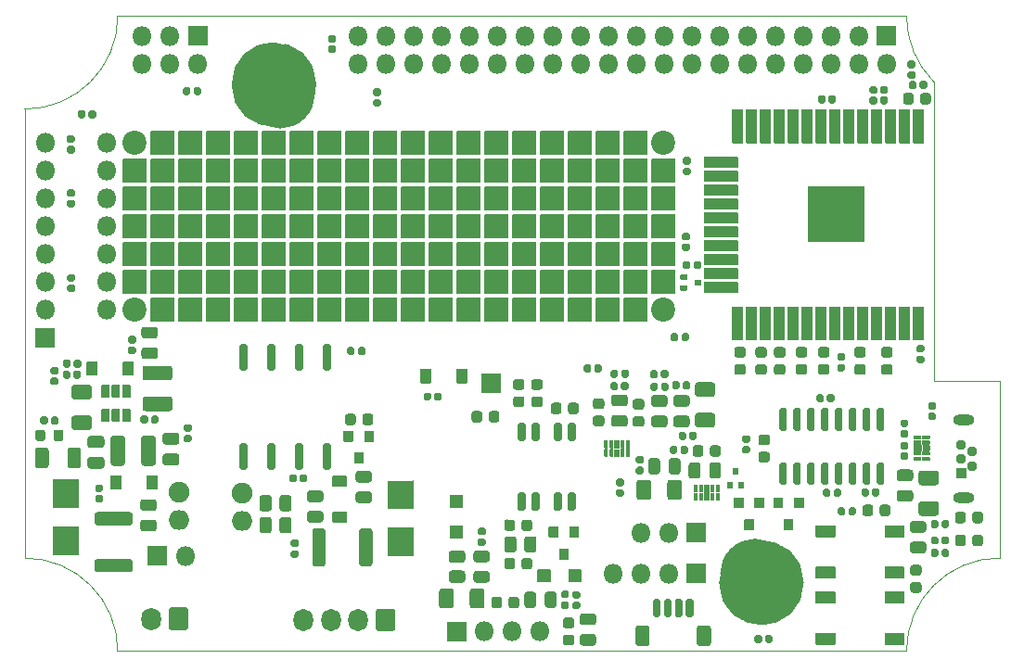
<source format=gbr>
%TF.GenerationSoftware,KiCad,Pcbnew,(5.1.9-0-10_14)*%
%TF.CreationDate,2021-01-29T16:41:18+02:00*%
%TF.ProjectId,SH-ESP32,53482d45-5350-4333-922e-6b696361645f,0.3.0*%
%TF.SameCoordinates,Original*%
%TF.FileFunction,Soldermask,Top*%
%TF.FilePolarity,Negative*%
%FSLAX46Y46*%
G04 Gerber Fmt 4.6, Leading zero omitted, Abs format (unit mm)*
G04 Created by KiCad (PCBNEW (5.1.9-0-10_14)) date 2021-01-29 16:41:18*
%MOMM*%
%LPD*%
G01*
G04 APERTURE LIST*
%ADD10C,2.500000*%
%TA.AperFunction,Profile*%
%ADD11C,0.050000*%
%TD*%
%ADD12O,1.800000X2.050000*%
%ADD13C,2.200000*%
%ADD14O,1.800000X1.800000*%
%ADD15O,1.800000X2.100000*%
%ADD16C,0.940000*%
%ADD17O,1.950000X0.950000*%
%ADD18C,1.900000*%
%ADD19O,1.900000X1.800000*%
G04 APERTURE END LIST*
D10*
X114350347Y-63250000D02*
G75*
G03*
X114350347Y-63250000I-2600347J0D01*
G01*
X158850347Y-108750000D02*
G75*
G03*
X158850347Y-108750000I-2600347J0D01*
G01*
D11*
X178000000Y-90300000D02*
X178000000Y-106500000D01*
X172000000Y-90300000D02*
X172000000Y-63020000D01*
X178000000Y-90300000D02*
X172000000Y-90300000D01*
X169500000Y-115000000D02*
G75*
G02*
X178000000Y-106500000I8500000J0D01*
G01*
X89000000Y-106500000D02*
G75*
G02*
X97500000Y-115000000I0J-8500000D01*
G01*
X172000092Y-63020889D02*
G75*
G02*
X169500000Y-57000000I5999908J6020889D01*
G01*
X97500000Y-57000000D02*
G75*
G02*
X89000000Y-65500000I-8500000J0D01*
G01*
X169500000Y-115000000D02*
X97500000Y-115000000D01*
X169500000Y-57000000D02*
X97500000Y-57000000D01*
X89000000Y-65500000D02*
X89000000Y-106500000D01*
%TO.C,R304*%
G36*
G01*
X90875000Y-95000000D02*
X90875000Y-95600000D01*
G75*
G02*
X90650000Y-95825000I-225000J0D01*
G01*
X90200000Y-95825000D01*
G75*
G02*
X89975000Y-95600000I0J225000D01*
G01*
X89975000Y-95000000D01*
G75*
G02*
X90200000Y-94775000I225000J0D01*
G01*
X90650000Y-94775000D01*
G75*
G02*
X90875000Y-95000000I0J-225000D01*
G01*
G37*
G36*
G01*
X92525000Y-95000000D02*
X92525000Y-95600000D01*
G75*
G02*
X92300000Y-95825000I-225000J0D01*
G01*
X91850000Y-95825000D01*
G75*
G02*
X91625000Y-95600000I0J225000D01*
G01*
X91625000Y-95000000D01*
G75*
G02*
X91850000Y-94775000I225000J0D01*
G01*
X92300000Y-94775000D01*
G75*
G02*
X92525000Y-95000000I0J-225000D01*
G01*
G37*
%TD*%
%TO.C,L302*%
G36*
G01*
X98175000Y-95595000D02*
X98175000Y-97805000D01*
G75*
G02*
X97905000Y-98075000I-270000J0D01*
G01*
X97095000Y-98075000D01*
G75*
G02*
X96825000Y-97805000I0J270000D01*
G01*
X96825000Y-95595000D01*
G75*
G02*
X97095000Y-95325000I270000J0D01*
G01*
X97905000Y-95325000D01*
G75*
G02*
X98175000Y-95595000I0J-270000D01*
G01*
G37*
G36*
G01*
X100975000Y-95595000D02*
X100975000Y-97805000D01*
G75*
G02*
X100705000Y-98075000I-270000J0D01*
G01*
X99895000Y-98075000D01*
G75*
G02*
X99625000Y-97805000I0J270000D01*
G01*
X99625000Y-95595000D01*
G75*
G02*
X99895000Y-95325000I270000J0D01*
G01*
X100705000Y-95325000D01*
G75*
G02*
X100975000Y-95595000I0J-270000D01*
G01*
G37*
%TD*%
%TO.C,L301*%
G36*
G01*
X102225000Y-90282500D02*
X100015000Y-90282500D01*
G75*
G02*
X99745000Y-90012500I0J270000D01*
G01*
X99745000Y-89202500D01*
G75*
G02*
X100015000Y-88932500I270000J0D01*
G01*
X102225000Y-88932500D01*
G75*
G02*
X102495000Y-89202500I0J-270000D01*
G01*
X102495000Y-90012500D01*
G75*
G02*
X102225000Y-90282500I-270000J0D01*
G01*
G37*
G36*
G01*
X102225000Y-93082500D02*
X100015000Y-93082500D01*
G75*
G02*
X99745000Y-92812500I0J270000D01*
G01*
X99745000Y-92002500D01*
G75*
G02*
X100015000Y-91732500I270000J0D01*
G01*
X102225000Y-91732500D01*
G75*
G02*
X102495000Y-92002500I0J-270000D01*
G01*
X102495000Y-92812500D01*
G75*
G02*
X102225000Y-93082500I-270000J0D01*
G01*
G37*
%TD*%
%TO.C,C308*%
G36*
G01*
X91200000Y-96671738D02*
X91200000Y-98028262D01*
G75*
G02*
X90928262Y-98300000I-271738J0D01*
G01*
X90221738Y-98300000D01*
G75*
G02*
X89950000Y-98028262I0J271738D01*
G01*
X89950000Y-96671738D01*
G75*
G02*
X90221738Y-96400000I271738J0D01*
G01*
X90928262Y-96400000D01*
G75*
G02*
X91200000Y-96671738I0J-271738D01*
G01*
G37*
G36*
G01*
X94150000Y-96671738D02*
X94150000Y-98028262D01*
G75*
G02*
X93878262Y-98300000I-271738J0D01*
G01*
X93171738Y-98300000D01*
G75*
G02*
X92900000Y-98028262I0J271738D01*
G01*
X92900000Y-96671738D01*
G75*
G02*
X93171738Y-96400000I271738J0D01*
G01*
X93878262Y-96400000D01*
G75*
G02*
X94150000Y-96671738I0J-271738D01*
G01*
G37*
%TD*%
%TO.C,C307*%
G36*
G01*
X96000000Y-96450000D02*
X95000000Y-96450000D01*
G75*
G02*
X94725000Y-96175000I0J275000D01*
G01*
X94725000Y-95625000D01*
G75*
G02*
X95000000Y-95350000I275000J0D01*
G01*
X96000000Y-95350000D01*
G75*
G02*
X96275000Y-95625000I0J-275000D01*
G01*
X96275000Y-96175000D01*
G75*
G02*
X96000000Y-96450000I-275000J0D01*
G01*
G37*
G36*
G01*
X96000000Y-98350000D02*
X95000000Y-98350000D01*
G75*
G02*
X94725000Y-98075000I0J275000D01*
G01*
X94725000Y-97525000D01*
G75*
G02*
X95000000Y-97250000I275000J0D01*
G01*
X96000000Y-97250000D01*
G75*
G02*
X96275000Y-97525000I0J-275000D01*
G01*
X96275000Y-98075000D01*
G75*
G02*
X96000000Y-98350000I-275000J0D01*
G01*
G37*
%TD*%
%TO.C,C306*%
G36*
G01*
X101850000Y-96950000D02*
X102850000Y-96950000D01*
G75*
G02*
X103125000Y-97225000I0J-275000D01*
G01*
X103125000Y-97775000D01*
G75*
G02*
X102850000Y-98050000I-275000J0D01*
G01*
X101850000Y-98050000D01*
G75*
G02*
X101575000Y-97775000I0J275000D01*
G01*
X101575000Y-97225000D01*
G75*
G02*
X101850000Y-96950000I275000J0D01*
G01*
G37*
G36*
G01*
X101850000Y-95050000D02*
X102850000Y-95050000D01*
G75*
G02*
X103125000Y-95325000I0J-275000D01*
G01*
X103125000Y-95875000D01*
G75*
G02*
X102850000Y-96150000I-275000J0D01*
G01*
X101850000Y-96150000D01*
G75*
G02*
X101575000Y-95875000I0J275000D01*
G01*
X101575000Y-95325000D01*
G75*
G02*
X101850000Y-95050000I275000J0D01*
G01*
G37*
%TD*%
%TO.C,F301*%
G36*
G01*
X95642221Y-106575000D02*
X98597779Y-106575000D01*
G75*
G02*
X98870000Y-106847221I0J-272221D01*
G01*
X98870000Y-107527779D01*
G75*
G02*
X98597779Y-107800000I-272221J0D01*
G01*
X95642221Y-107800000D01*
G75*
G02*
X95370000Y-107527779I0J272221D01*
G01*
X95370000Y-106847221D01*
G75*
G02*
X95642221Y-106575000I272221J0D01*
G01*
G37*
G36*
G01*
X95642221Y-102300000D02*
X98597779Y-102300000D01*
G75*
G02*
X98870000Y-102572221I0J-272221D01*
G01*
X98870000Y-103252779D01*
G75*
G02*
X98597779Y-103525000I-272221J0D01*
G01*
X95642221Y-103525000D01*
G75*
G02*
X95370000Y-103252779I0J272221D01*
G01*
X95370000Y-102572221D01*
G75*
G02*
X95642221Y-102300000I272221J0D01*
G01*
G37*
%TD*%
%TO.C,F601*%
G36*
G01*
X119525000Y-107007779D02*
X119525000Y-104052221D01*
G75*
G02*
X119797221Y-103780000I272221J0D01*
G01*
X120477779Y-103780000D01*
G75*
G02*
X120750000Y-104052221I0J-272221D01*
G01*
X120750000Y-107007779D01*
G75*
G02*
X120477779Y-107280000I-272221J0D01*
G01*
X119797221Y-107280000D01*
G75*
G02*
X119525000Y-107007779I0J272221D01*
G01*
G37*
G36*
G01*
X115250000Y-107007779D02*
X115250000Y-104052221D01*
G75*
G02*
X115522221Y-103780000I272221J0D01*
G01*
X116202779Y-103780000D01*
G75*
G02*
X116475000Y-104052221I0J-272221D01*
G01*
X116475000Y-107007779D01*
G75*
G02*
X116202779Y-107280000I-272221J0D01*
G01*
X115522221Y-107280000D01*
G75*
G02*
X115250000Y-107007779I0J272221D01*
G01*
G37*
%TD*%
%TO.C,D201*%
G36*
G01*
X128410000Y-90500000D02*
X128410000Y-89300000D01*
G75*
G02*
X128460000Y-89250000I50000J0D01*
G01*
X129360000Y-89250000D01*
G75*
G02*
X129410000Y-89300000I0J-50000D01*
G01*
X129410000Y-90500000D01*
G75*
G02*
X129360000Y-90550000I-50000J0D01*
G01*
X128460000Y-90550000D01*
G75*
G02*
X128410000Y-90500000I0J50000D01*
G01*
G37*
G36*
G01*
X125110000Y-90500000D02*
X125110000Y-89300000D01*
G75*
G02*
X125160000Y-89250000I50000J0D01*
G01*
X126060000Y-89250000D01*
G75*
G02*
X126110000Y-89300000I0J-50000D01*
G01*
X126110000Y-90500000D01*
G75*
G02*
X126060000Y-90550000I-50000J0D01*
G01*
X125160000Y-90550000D01*
G75*
G02*
X125110000Y-90500000I0J50000D01*
G01*
G37*
%TD*%
%TO.C,H1001*%
G36*
G01*
X114578427Y-66328427D02*
X114578427Y-66328427D01*
G75*
G02*
X110052943Y-66328427I-2262742J2262742D01*
G01*
X108921573Y-65197057D01*
G75*
G02*
X108921573Y-60671573I2262742J2262742D01*
G01*
X108921573Y-60671573D01*
G75*
G02*
X113447057Y-60671573I2262742J-2262742D01*
G01*
X114578427Y-61802943D01*
G75*
G02*
X114578427Y-66328427I-2262742J-2262742D01*
G01*
G37*
%TD*%
%TO.C,H1002*%
G36*
G01*
X159078427Y-111328427D02*
X159078427Y-111328427D01*
G75*
G02*
X154552943Y-111328427I-2262742J2262742D01*
G01*
X153421573Y-110197057D01*
G75*
G02*
X153421573Y-105671573I2262742J2262742D01*
G01*
X153421573Y-105671573D01*
G75*
G02*
X157947057Y-105671573I2262742J-2262742D01*
G01*
X159078427Y-106802943D01*
G75*
G02*
X159078427Y-111328427I-2262742J-2262742D01*
G01*
G37*
%TD*%
D12*
%TO.C,J601*%
X114450000Y-112150000D03*
X116950000Y-112150000D03*
X119450000Y-112150000D03*
G36*
G01*
X122850000Y-111389705D02*
X122850000Y-112910295D01*
G75*
G02*
X122585295Y-113175000I-264705J0D01*
G01*
X121314705Y-113175000D01*
G75*
G02*
X121050000Y-112910295I0J264705D01*
G01*
X121050000Y-111389705D01*
G75*
G02*
X121314705Y-111125000I264705J0D01*
G01*
X122585295Y-111125000D01*
G75*
G02*
X122850000Y-111389705I0J-264705D01*
G01*
G37*
%TD*%
%TO.C,R202*%
G36*
G01*
X167418750Y-87225000D02*
X167981250Y-87225000D01*
G75*
G02*
X168225000Y-87468750I0J-243750D01*
G01*
X168225000Y-87956250D01*
G75*
G02*
X167981250Y-88200000I-243750J0D01*
G01*
X167418750Y-88200000D01*
G75*
G02*
X167175000Y-87956250I0J243750D01*
G01*
X167175000Y-87468750D01*
G75*
G02*
X167418750Y-87225000I243750J0D01*
G01*
G37*
G36*
G01*
X167418750Y-88800000D02*
X167981250Y-88800000D01*
G75*
G02*
X168225000Y-89043750I0J-243750D01*
G01*
X168225000Y-89531250D01*
G75*
G02*
X167981250Y-89775000I-243750J0D01*
G01*
X167418750Y-89775000D01*
G75*
G02*
X167175000Y-89531250I0J243750D01*
G01*
X167175000Y-89043750D01*
G75*
G02*
X167418750Y-88800000I243750J0D01*
G01*
G37*
%TD*%
D13*
%TO.C,REF\u002A\u002A*%
X147320000Y-83820000D03*
%TD*%
%TO.C,REF\u002A\u002A*%
X99060000Y-83820000D03*
%TD*%
%TO.C,REF\u002A\u002A*%
X99060000Y-68580000D03*
%TD*%
%TO.C,REF\u002A\u002A*%
X147320000Y-68580000D03*
%TD*%
%TO.C,U201*%
G36*
G01*
X160572999Y-72530000D02*
X165572999Y-72530000D01*
G75*
G02*
X165622999Y-72580000I0J-50000D01*
G01*
X165622999Y-77580000D01*
G75*
G02*
X165572999Y-77630000I-50000J0D01*
G01*
X160572999Y-77630000D01*
G75*
G02*
X160522999Y-77580000I0J50000D01*
G01*
X160522999Y-72580000D01*
G75*
G02*
X160572999Y-72530000I50000J0D01*
G01*
G37*
G36*
G01*
X170122999Y-65530000D02*
X171022999Y-65530000D01*
G75*
G02*
X171072999Y-65580000I0J-50000D01*
G01*
X171072999Y-68580000D01*
G75*
G02*
X171022999Y-68630000I-50000J0D01*
G01*
X170122999Y-68630000D01*
G75*
G02*
X170072999Y-68580000I0J50000D01*
G01*
X170072999Y-65580000D01*
G75*
G02*
X170122999Y-65530000I50000J0D01*
G01*
G37*
G36*
G01*
X168852999Y-65530000D02*
X169752999Y-65530000D01*
G75*
G02*
X169802999Y-65580000I0J-50000D01*
G01*
X169802999Y-68580000D01*
G75*
G02*
X169752999Y-68630000I-50000J0D01*
G01*
X168852999Y-68630000D01*
G75*
G02*
X168802999Y-68580000I0J50000D01*
G01*
X168802999Y-65580000D01*
G75*
G02*
X168852999Y-65530000I50000J0D01*
G01*
G37*
G36*
G01*
X167582999Y-65530000D02*
X168482999Y-65530000D01*
G75*
G02*
X168532999Y-65580000I0J-50000D01*
G01*
X168532999Y-68580000D01*
G75*
G02*
X168482999Y-68630000I-50000J0D01*
G01*
X167582999Y-68630000D01*
G75*
G02*
X167532999Y-68580000I0J50000D01*
G01*
X167532999Y-65580000D01*
G75*
G02*
X167582999Y-65530000I50000J0D01*
G01*
G37*
G36*
G01*
X166312999Y-65530000D02*
X167212999Y-65530000D01*
G75*
G02*
X167262999Y-65580000I0J-50000D01*
G01*
X167262999Y-68580000D01*
G75*
G02*
X167212999Y-68630000I-50000J0D01*
G01*
X166312999Y-68630000D01*
G75*
G02*
X166262999Y-68580000I0J50000D01*
G01*
X166262999Y-65580000D01*
G75*
G02*
X166312999Y-65530000I50000J0D01*
G01*
G37*
G36*
G01*
X165042999Y-65530000D02*
X165942999Y-65530000D01*
G75*
G02*
X165992999Y-65580000I0J-50000D01*
G01*
X165992999Y-68580000D01*
G75*
G02*
X165942999Y-68630000I-50000J0D01*
G01*
X165042999Y-68630000D01*
G75*
G02*
X164992999Y-68580000I0J50000D01*
G01*
X164992999Y-65580000D01*
G75*
G02*
X165042999Y-65530000I50000J0D01*
G01*
G37*
G36*
G01*
X163772999Y-65530000D02*
X164672999Y-65530000D01*
G75*
G02*
X164722999Y-65580000I0J-50000D01*
G01*
X164722999Y-68580000D01*
G75*
G02*
X164672999Y-68630000I-50000J0D01*
G01*
X163772999Y-68630000D01*
G75*
G02*
X163722999Y-68580000I0J50000D01*
G01*
X163722999Y-65580000D01*
G75*
G02*
X163772999Y-65530000I50000J0D01*
G01*
G37*
G36*
G01*
X162502999Y-65530000D02*
X163402999Y-65530000D01*
G75*
G02*
X163452999Y-65580000I0J-50000D01*
G01*
X163452999Y-68580000D01*
G75*
G02*
X163402999Y-68630000I-50000J0D01*
G01*
X162502999Y-68630000D01*
G75*
G02*
X162452999Y-68580000I0J50000D01*
G01*
X162452999Y-65580000D01*
G75*
G02*
X162502999Y-65530000I50000J0D01*
G01*
G37*
G36*
G01*
X161232999Y-65530000D02*
X162132999Y-65530000D01*
G75*
G02*
X162182999Y-65580000I0J-50000D01*
G01*
X162182999Y-68580000D01*
G75*
G02*
X162132999Y-68630000I-50000J0D01*
G01*
X161232999Y-68630000D01*
G75*
G02*
X161182999Y-68580000I0J50000D01*
G01*
X161182999Y-65580000D01*
G75*
G02*
X161232999Y-65530000I50000J0D01*
G01*
G37*
G36*
G01*
X159962999Y-65530000D02*
X160862999Y-65530000D01*
G75*
G02*
X160912999Y-65580000I0J-50000D01*
G01*
X160912999Y-68580000D01*
G75*
G02*
X160862999Y-68630000I-50000J0D01*
G01*
X159962999Y-68630000D01*
G75*
G02*
X159912999Y-68580000I0J50000D01*
G01*
X159912999Y-65580000D01*
G75*
G02*
X159962999Y-65530000I50000J0D01*
G01*
G37*
G36*
G01*
X158692999Y-65530000D02*
X159592999Y-65530000D01*
G75*
G02*
X159642999Y-65580000I0J-50000D01*
G01*
X159642999Y-68580000D01*
G75*
G02*
X159592999Y-68630000I-50000J0D01*
G01*
X158692999Y-68630000D01*
G75*
G02*
X158642999Y-68580000I0J50000D01*
G01*
X158642999Y-65580000D01*
G75*
G02*
X158692999Y-65530000I50000J0D01*
G01*
G37*
G36*
G01*
X157422999Y-65530000D02*
X158322999Y-65530000D01*
G75*
G02*
X158372999Y-65580000I0J-50000D01*
G01*
X158372999Y-68580000D01*
G75*
G02*
X158322999Y-68630000I-50000J0D01*
G01*
X157422999Y-68630000D01*
G75*
G02*
X157372999Y-68580000I0J50000D01*
G01*
X157372999Y-65580000D01*
G75*
G02*
X157422999Y-65530000I50000J0D01*
G01*
G37*
G36*
G01*
X156152999Y-65530000D02*
X157052999Y-65530000D01*
G75*
G02*
X157102999Y-65580000I0J-50000D01*
G01*
X157102999Y-68580000D01*
G75*
G02*
X157052999Y-68630000I-50000J0D01*
G01*
X156152999Y-68630000D01*
G75*
G02*
X156102999Y-68580000I0J50000D01*
G01*
X156102999Y-65580000D01*
G75*
G02*
X156152999Y-65530000I50000J0D01*
G01*
G37*
G36*
G01*
X154882999Y-65530000D02*
X155782999Y-65530000D01*
G75*
G02*
X155832999Y-65580000I0J-50000D01*
G01*
X155832999Y-68580000D01*
G75*
G02*
X155782999Y-68630000I-50000J0D01*
G01*
X154882999Y-68630000D01*
G75*
G02*
X154832999Y-68580000I0J50000D01*
G01*
X154832999Y-65580000D01*
G75*
G02*
X154882999Y-65530000I50000J0D01*
G01*
G37*
G36*
G01*
X153612999Y-65530000D02*
X154512999Y-65530000D01*
G75*
G02*
X154562999Y-65580000I0J-50000D01*
G01*
X154562999Y-68580000D01*
G75*
G02*
X154512999Y-68630000I-50000J0D01*
G01*
X153612999Y-68630000D01*
G75*
G02*
X153562999Y-68580000I0J50000D01*
G01*
X153562999Y-65580000D01*
G75*
G02*
X153612999Y-65530000I50000J0D01*
G01*
G37*
G36*
G01*
X151012999Y-70815000D02*
X151012999Y-69915000D01*
G75*
G02*
X151062999Y-69865000I50000J0D01*
G01*
X154062999Y-69865000D01*
G75*
G02*
X154112999Y-69915000I0J-50000D01*
G01*
X154112999Y-70815000D01*
G75*
G02*
X154062999Y-70865000I-50000J0D01*
G01*
X151062999Y-70865000D01*
G75*
G02*
X151012999Y-70815000I0J50000D01*
G01*
G37*
G36*
G01*
X151012999Y-72085000D02*
X151012999Y-71185000D01*
G75*
G02*
X151062999Y-71135000I50000J0D01*
G01*
X154062999Y-71135000D01*
G75*
G02*
X154112999Y-71185000I0J-50000D01*
G01*
X154112999Y-72085000D01*
G75*
G02*
X154062999Y-72135000I-50000J0D01*
G01*
X151062999Y-72135000D01*
G75*
G02*
X151012999Y-72085000I0J50000D01*
G01*
G37*
G36*
G01*
X151012999Y-73355000D02*
X151012999Y-72455000D01*
G75*
G02*
X151062999Y-72405000I50000J0D01*
G01*
X154062999Y-72405000D01*
G75*
G02*
X154112999Y-72455000I0J-50000D01*
G01*
X154112999Y-73355000D01*
G75*
G02*
X154062999Y-73405000I-50000J0D01*
G01*
X151062999Y-73405000D01*
G75*
G02*
X151012999Y-73355000I0J50000D01*
G01*
G37*
G36*
G01*
X151012999Y-74625000D02*
X151012999Y-73725000D01*
G75*
G02*
X151062999Y-73675000I50000J0D01*
G01*
X154062999Y-73675000D01*
G75*
G02*
X154112999Y-73725000I0J-50000D01*
G01*
X154112999Y-74625000D01*
G75*
G02*
X154062999Y-74675000I-50000J0D01*
G01*
X151062999Y-74675000D01*
G75*
G02*
X151012999Y-74625000I0J50000D01*
G01*
G37*
G36*
G01*
X151012999Y-75895000D02*
X151012999Y-74995000D01*
G75*
G02*
X151062999Y-74945000I50000J0D01*
G01*
X154062999Y-74945000D01*
G75*
G02*
X154112999Y-74995000I0J-50000D01*
G01*
X154112999Y-75895000D01*
G75*
G02*
X154062999Y-75945000I-50000J0D01*
G01*
X151062999Y-75945000D01*
G75*
G02*
X151012999Y-75895000I0J50000D01*
G01*
G37*
G36*
G01*
X151012999Y-77165000D02*
X151012999Y-76265000D01*
G75*
G02*
X151062999Y-76215000I50000J0D01*
G01*
X154062999Y-76215000D01*
G75*
G02*
X154112999Y-76265000I0J-50000D01*
G01*
X154112999Y-77165000D01*
G75*
G02*
X154062999Y-77215000I-50000J0D01*
G01*
X151062999Y-77215000D01*
G75*
G02*
X151012999Y-77165000I0J50000D01*
G01*
G37*
G36*
G01*
X151012999Y-78435000D02*
X151012999Y-77535000D01*
G75*
G02*
X151062999Y-77485000I50000J0D01*
G01*
X154062999Y-77485000D01*
G75*
G02*
X154112999Y-77535000I0J-50000D01*
G01*
X154112999Y-78435000D01*
G75*
G02*
X154062999Y-78485000I-50000J0D01*
G01*
X151062999Y-78485000D01*
G75*
G02*
X151012999Y-78435000I0J50000D01*
G01*
G37*
G36*
G01*
X151012999Y-79705000D02*
X151012999Y-78805000D01*
G75*
G02*
X151062999Y-78755000I50000J0D01*
G01*
X154062999Y-78755000D01*
G75*
G02*
X154112999Y-78805000I0J-50000D01*
G01*
X154112999Y-79705000D01*
G75*
G02*
X154062999Y-79755000I-50000J0D01*
G01*
X151062999Y-79755000D01*
G75*
G02*
X151012999Y-79705000I0J50000D01*
G01*
G37*
G36*
G01*
X151012999Y-80975000D02*
X151012999Y-80075000D01*
G75*
G02*
X151062999Y-80025000I50000J0D01*
G01*
X154062999Y-80025000D01*
G75*
G02*
X154112999Y-80075000I0J-50000D01*
G01*
X154112999Y-80975000D01*
G75*
G02*
X154062999Y-81025000I-50000J0D01*
G01*
X151062999Y-81025000D01*
G75*
G02*
X151012999Y-80975000I0J50000D01*
G01*
G37*
G36*
G01*
X151012999Y-82245000D02*
X151012999Y-81345000D01*
G75*
G02*
X151062999Y-81295000I50000J0D01*
G01*
X154062999Y-81295000D01*
G75*
G02*
X154112999Y-81345000I0J-50000D01*
G01*
X154112999Y-82245000D01*
G75*
G02*
X154062999Y-82295000I-50000J0D01*
G01*
X151062999Y-82295000D01*
G75*
G02*
X151012999Y-82245000I0J50000D01*
G01*
G37*
G36*
G01*
X153612999Y-83530000D02*
X154512999Y-83530000D01*
G75*
G02*
X154562999Y-83580000I0J-50000D01*
G01*
X154562999Y-86580000D01*
G75*
G02*
X154512999Y-86630000I-50000J0D01*
G01*
X153612999Y-86630000D01*
G75*
G02*
X153562999Y-86580000I0J50000D01*
G01*
X153562999Y-83580000D01*
G75*
G02*
X153612999Y-83530000I50000J0D01*
G01*
G37*
G36*
G01*
X154882999Y-83530000D02*
X155782999Y-83530000D01*
G75*
G02*
X155832999Y-83580000I0J-50000D01*
G01*
X155832999Y-86580000D01*
G75*
G02*
X155782999Y-86630000I-50000J0D01*
G01*
X154882999Y-86630000D01*
G75*
G02*
X154832999Y-86580000I0J50000D01*
G01*
X154832999Y-83580000D01*
G75*
G02*
X154882999Y-83530000I50000J0D01*
G01*
G37*
G36*
G01*
X156152999Y-83530000D02*
X157052999Y-83530000D01*
G75*
G02*
X157102999Y-83580000I0J-50000D01*
G01*
X157102999Y-86580000D01*
G75*
G02*
X157052999Y-86630000I-50000J0D01*
G01*
X156152999Y-86630000D01*
G75*
G02*
X156102999Y-86580000I0J50000D01*
G01*
X156102999Y-83580000D01*
G75*
G02*
X156152999Y-83530000I50000J0D01*
G01*
G37*
G36*
G01*
X157422999Y-83530000D02*
X158322999Y-83530000D01*
G75*
G02*
X158372999Y-83580000I0J-50000D01*
G01*
X158372999Y-86580000D01*
G75*
G02*
X158322999Y-86630000I-50000J0D01*
G01*
X157422999Y-86630000D01*
G75*
G02*
X157372999Y-86580000I0J50000D01*
G01*
X157372999Y-83580000D01*
G75*
G02*
X157422999Y-83530000I50000J0D01*
G01*
G37*
G36*
G01*
X158692999Y-83530000D02*
X159592999Y-83530000D01*
G75*
G02*
X159642999Y-83580000I0J-50000D01*
G01*
X159642999Y-86580000D01*
G75*
G02*
X159592999Y-86630000I-50000J0D01*
G01*
X158692999Y-86630000D01*
G75*
G02*
X158642999Y-86580000I0J50000D01*
G01*
X158642999Y-83580000D01*
G75*
G02*
X158692999Y-83530000I50000J0D01*
G01*
G37*
G36*
G01*
X159962999Y-83530000D02*
X160862999Y-83530000D01*
G75*
G02*
X160912999Y-83580000I0J-50000D01*
G01*
X160912999Y-86580000D01*
G75*
G02*
X160862999Y-86630000I-50000J0D01*
G01*
X159962999Y-86630000D01*
G75*
G02*
X159912999Y-86580000I0J50000D01*
G01*
X159912999Y-83580000D01*
G75*
G02*
X159962999Y-83530000I50000J0D01*
G01*
G37*
G36*
G01*
X161232999Y-83530000D02*
X162132999Y-83530000D01*
G75*
G02*
X162182999Y-83580000I0J-50000D01*
G01*
X162182999Y-86580000D01*
G75*
G02*
X162132999Y-86630000I-50000J0D01*
G01*
X161232999Y-86630000D01*
G75*
G02*
X161182999Y-86580000I0J50000D01*
G01*
X161182999Y-83580000D01*
G75*
G02*
X161232999Y-83530000I50000J0D01*
G01*
G37*
G36*
G01*
X162502999Y-83530000D02*
X163402999Y-83530000D01*
G75*
G02*
X163452999Y-83580000I0J-50000D01*
G01*
X163452999Y-86580000D01*
G75*
G02*
X163402999Y-86630000I-50000J0D01*
G01*
X162502999Y-86630000D01*
G75*
G02*
X162452999Y-86580000I0J50000D01*
G01*
X162452999Y-83580000D01*
G75*
G02*
X162502999Y-83530000I50000J0D01*
G01*
G37*
G36*
G01*
X163772999Y-83530000D02*
X164672999Y-83530000D01*
G75*
G02*
X164722999Y-83580000I0J-50000D01*
G01*
X164722999Y-86580000D01*
G75*
G02*
X164672999Y-86630000I-50000J0D01*
G01*
X163772999Y-86630000D01*
G75*
G02*
X163722999Y-86580000I0J50000D01*
G01*
X163722999Y-83580000D01*
G75*
G02*
X163772999Y-83530000I50000J0D01*
G01*
G37*
G36*
G01*
X165042999Y-83530000D02*
X165942999Y-83530000D01*
G75*
G02*
X165992999Y-83580000I0J-50000D01*
G01*
X165992999Y-86580000D01*
G75*
G02*
X165942999Y-86630000I-50000J0D01*
G01*
X165042999Y-86630000D01*
G75*
G02*
X164992999Y-86580000I0J50000D01*
G01*
X164992999Y-83580000D01*
G75*
G02*
X165042999Y-83530000I50000J0D01*
G01*
G37*
G36*
G01*
X166312999Y-83530000D02*
X167212999Y-83530000D01*
G75*
G02*
X167262999Y-83580000I0J-50000D01*
G01*
X167262999Y-86580000D01*
G75*
G02*
X167212999Y-86630000I-50000J0D01*
G01*
X166312999Y-86630000D01*
G75*
G02*
X166262999Y-86580000I0J50000D01*
G01*
X166262999Y-83580000D01*
G75*
G02*
X166312999Y-83530000I50000J0D01*
G01*
G37*
G36*
G01*
X167582999Y-83530000D02*
X168482999Y-83530000D01*
G75*
G02*
X168532999Y-83580000I0J-50000D01*
G01*
X168532999Y-86580000D01*
G75*
G02*
X168482999Y-86630000I-50000J0D01*
G01*
X167582999Y-86630000D01*
G75*
G02*
X167532999Y-86580000I0J50000D01*
G01*
X167532999Y-83580000D01*
G75*
G02*
X167582999Y-83530000I50000J0D01*
G01*
G37*
G36*
G01*
X168852999Y-83530000D02*
X169752999Y-83530000D01*
G75*
G02*
X169802999Y-83580000I0J-50000D01*
G01*
X169802999Y-86580000D01*
G75*
G02*
X169752999Y-86630000I-50000J0D01*
G01*
X168852999Y-86630000D01*
G75*
G02*
X168802999Y-86580000I0J50000D01*
G01*
X168802999Y-83580000D01*
G75*
G02*
X168852999Y-83530000I50000J0D01*
G01*
G37*
G36*
G01*
X170122999Y-83530000D02*
X171022999Y-83530000D01*
G75*
G02*
X171072999Y-83580000I0J-50000D01*
G01*
X171072999Y-86580000D01*
G75*
G02*
X171022999Y-86630000I-50000J0D01*
G01*
X170122999Y-86630000D01*
G75*
G02*
X170072999Y-86580000I0J50000D01*
G01*
X170072999Y-83580000D01*
G75*
G02*
X170122999Y-83530000I50000J0D01*
G01*
G37*
%TD*%
%TO.C,C1006*%
G36*
G01*
X172690000Y-106247500D02*
X172690000Y-105852500D01*
G75*
G02*
X172862500Y-105680000I172500J0D01*
G01*
X173207500Y-105680000D01*
G75*
G02*
X173380000Y-105852500I0J-172500D01*
G01*
X173380000Y-106247500D01*
G75*
G02*
X173207500Y-106420000I-172500J0D01*
G01*
X172862500Y-106420000D01*
G75*
G02*
X172690000Y-106247500I0J172500D01*
G01*
G37*
G36*
G01*
X171720000Y-106247500D02*
X171720000Y-105852500D01*
G75*
G02*
X171892500Y-105680000I172500J0D01*
G01*
X172237500Y-105680000D01*
G75*
G02*
X172410000Y-105852500I0J-172500D01*
G01*
X172410000Y-106247500D01*
G75*
G02*
X172237500Y-106420000I-172500J0D01*
G01*
X171892500Y-106420000D01*
G75*
G02*
X171720000Y-106247500I0J172500D01*
G01*
G37*
%TD*%
%TO.C,D502*%
G36*
G01*
X174900000Y-102518750D02*
X174900000Y-103081250D01*
G75*
G02*
X174656250Y-103325000I-243750J0D01*
G01*
X174168750Y-103325000D01*
G75*
G02*
X173925000Y-103081250I0J243750D01*
G01*
X173925000Y-102518750D01*
G75*
G02*
X174168750Y-102275000I243750J0D01*
G01*
X174656250Y-102275000D01*
G75*
G02*
X174900000Y-102518750I0J-243750D01*
G01*
G37*
G36*
G01*
X176475000Y-102518750D02*
X176475000Y-103081250D01*
G75*
G02*
X176231250Y-103325000I-243750J0D01*
G01*
X175743750Y-103325000D01*
G75*
G02*
X175500000Y-103081250I0J243750D01*
G01*
X175500000Y-102518750D01*
G75*
G02*
X175743750Y-102275000I243750J0D01*
G01*
X176231250Y-102275000D01*
G75*
G02*
X176475000Y-102518750I0J-243750D01*
G01*
G37*
%TD*%
%TO.C,J702*%
G36*
G01*
X149450000Y-107010000D02*
X151150000Y-107010000D01*
G75*
G02*
X151200000Y-107060000I0J-50000D01*
G01*
X151200000Y-108760000D01*
G75*
G02*
X151150000Y-108810000I-50000J0D01*
G01*
X149450000Y-108810000D01*
G75*
G02*
X149400000Y-108760000I0J50000D01*
G01*
X149400000Y-107060000D01*
G75*
G02*
X149450000Y-107010000I50000J0D01*
G01*
G37*
D14*
X147760000Y-107910000D03*
X145220000Y-107910000D03*
X142680000Y-107910000D03*
%TD*%
%TO.C,FB902*%
G36*
G01*
X131181250Y-106890000D02*
X130218750Y-106890000D01*
G75*
G02*
X129950000Y-106621250I0J268750D01*
G01*
X129950000Y-106083750D01*
G75*
G02*
X130218750Y-105815000I268750J0D01*
G01*
X131181250Y-105815000D01*
G75*
G02*
X131450000Y-106083750I0J-268750D01*
G01*
X131450000Y-106621250D01*
G75*
G02*
X131181250Y-106890000I-268750J0D01*
G01*
G37*
G36*
G01*
X131181250Y-108765000D02*
X130218750Y-108765000D01*
G75*
G02*
X129950000Y-108496250I0J268750D01*
G01*
X129950000Y-107958750D01*
G75*
G02*
X130218750Y-107690000I268750J0D01*
G01*
X131181250Y-107690000D01*
G75*
G02*
X131450000Y-107958750I0J-268750D01*
G01*
X131450000Y-108496250D01*
G75*
G02*
X131181250Y-108765000I-268750J0D01*
G01*
G37*
%TD*%
%TO.C,D902*%
G36*
G01*
X128970000Y-101900000D02*
X127870000Y-101900000D01*
G75*
G02*
X127820000Y-101850000I0J50000D01*
G01*
X127820000Y-100750000D01*
G75*
G02*
X127870000Y-100700000I50000J0D01*
G01*
X128970000Y-100700000D01*
G75*
G02*
X129020000Y-100750000I0J-50000D01*
G01*
X129020000Y-101850000D01*
G75*
G02*
X128970000Y-101900000I-50000J0D01*
G01*
G37*
G36*
G01*
X128970000Y-104700000D02*
X127870000Y-104700000D01*
G75*
G02*
X127820000Y-104650000I0J50000D01*
G01*
X127820000Y-103550000D01*
G75*
G02*
X127870000Y-103500000I50000J0D01*
G01*
X128970000Y-103500000D01*
G75*
G02*
X129020000Y-103550000I0J-50000D01*
G01*
X129020000Y-104650000D01*
G75*
G02*
X128970000Y-104700000I-50000J0D01*
G01*
G37*
%TD*%
%TO.C,R602*%
G36*
G01*
X111550000Y-101024388D02*
X111550000Y-101975612D01*
G75*
G02*
X111275612Y-102250000I-274388J0D01*
G01*
X110699388Y-102250000D01*
G75*
G02*
X110425000Y-101975612I0J274388D01*
G01*
X110425000Y-101024388D01*
G75*
G02*
X110699388Y-100750000I274388J0D01*
G01*
X111275612Y-100750000D01*
G75*
G02*
X111550000Y-101024388I0J-274388D01*
G01*
G37*
G36*
G01*
X113375000Y-101024388D02*
X113375000Y-101975612D01*
G75*
G02*
X113100612Y-102250000I-274388J0D01*
G01*
X112524388Y-102250000D01*
G75*
G02*
X112250000Y-101975612I0J274388D01*
G01*
X112250000Y-101024388D01*
G75*
G02*
X112524388Y-100750000I274388J0D01*
G01*
X113100612Y-100750000D01*
G75*
G02*
X113375000Y-101024388I0J-274388D01*
G01*
G37*
%TD*%
%TO.C,R601*%
G36*
G01*
X111550000Y-103024388D02*
X111550000Y-103975612D01*
G75*
G02*
X111275612Y-104250000I-274388J0D01*
G01*
X110699388Y-104250000D01*
G75*
G02*
X110425000Y-103975612I0J274388D01*
G01*
X110425000Y-103024388D01*
G75*
G02*
X110699388Y-102750000I274388J0D01*
G01*
X111275612Y-102750000D01*
G75*
G02*
X111550000Y-103024388I0J-274388D01*
G01*
G37*
G36*
G01*
X113375000Y-103024388D02*
X113375000Y-103975612D01*
G75*
G02*
X113100612Y-104250000I-274388J0D01*
G01*
X112524388Y-104250000D01*
G75*
G02*
X112250000Y-103975612I0J274388D01*
G01*
X112250000Y-103024388D01*
G75*
G02*
X112524388Y-102750000I274388J0D01*
G01*
X113100612Y-102750000D01*
G75*
G02*
X113375000Y-103024388I0J-274388D01*
G01*
G37*
%TD*%
D15*
%TO.C,J301*%
X100540000Y-112050000D03*
G36*
G01*
X103940000Y-111264705D02*
X103940000Y-112835295D01*
G75*
G02*
X103675295Y-113100000I-264705J0D01*
G01*
X102404705Y-113100000D01*
G75*
G02*
X102140000Y-112835295I0J264705D01*
G01*
X102140000Y-111264705D01*
G75*
G02*
X102404705Y-111000000I264705J0D01*
G01*
X103675295Y-111000000D01*
G75*
G02*
X103940000Y-111264705I0J-264705D01*
G01*
G37*
%TD*%
%TO.C,D602*%
G36*
G01*
X117145000Y-102280500D02*
X118345000Y-102280500D01*
G75*
G02*
X118395000Y-102330500I0J-50000D01*
G01*
X118395000Y-103230500D01*
G75*
G02*
X118345000Y-103280500I-50000J0D01*
G01*
X117145000Y-103280500D01*
G75*
G02*
X117095000Y-103230500I0J50000D01*
G01*
X117095000Y-102330500D01*
G75*
G02*
X117145000Y-102280500I50000J0D01*
G01*
G37*
G36*
G01*
X117145000Y-98980500D02*
X118345000Y-98980500D01*
G75*
G02*
X118395000Y-99030500I0J-50000D01*
G01*
X118395000Y-99930500D01*
G75*
G02*
X118345000Y-99980500I-50000J0D01*
G01*
X117145000Y-99980500D01*
G75*
G02*
X117095000Y-99930500I0J50000D01*
G01*
X117095000Y-99030500D01*
G75*
G02*
X117145000Y-98980500I50000J0D01*
G01*
G37*
%TD*%
%TO.C,J401*%
G36*
G01*
X174920000Y-99220000D02*
X174080000Y-99220000D01*
G75*
G02*
X174030000Y-99170000I0J50000D01*
G01*
X174030000Y-98330000D01*
G75*
G02*
X174080000Y-98280000I50000J0D01*
G01*
X174920000Y-98280000D01*
G75*
G02*
X174970000Y-98330000I0J-50000D01*
G01*
X174970000Y-99170000D01*
G75*
G02*
X174920000Y-99220000I-50000J0D01*
G01*
G37*
D16*
X175500000Y-98100000D03*
X174500000Y-97450000D03*
X175500000Y-96800000D03*
X174500000Y-96150000D03*
D17*
X174720000Y-101025000D03*
X174720000Y-93875000D03*
%TD*%
%TO.C,J203*%
G36*
G01*
X130650000Y-91390000D02*
X130650000Y-89690000D01*
G75*
G02*
X130700000Y-89640000I50000J0D01*
G01*
X132400000Y-89640000D01*
G75*
G02*
X132450000Y-89690000I0J-50000D01*
G01*
X132450000Y-91390000D01*
G75*
G02*
X132400000Y-91440000I-50000J0D01*
G01*
X130700000Y-91440000D01*
G75*
G02*
X130650000Y-91390000I0J50000D01*
G01*
G37*
%TD*%
%TO.C,R906*%
G36*
G01*
X134600000Y-105735612D02*
X134600000Y-104784388D01*
G75*
G02*
X134874388Y-104510000I274388J0D01*
G01*
X135450612Y-104510000D01*
G75*
G02*
X135725000Y-104784388I0J-274388D01*
G01*
X135725000Y-105735612D01*
G75*
G02*
X135450612Y-106010000I-274388J0D01*
G01*
X134874388Y-106010000D01*
G75*
G02*
X134600000Y-105735612I0J274388D01*
G01*
G37*
G36*
G01*
X132775000Y-105735612D02*
X132775000Y-104784388D01*
G75*
G02*
X133049388Y-104510000I274388J0D01*
G01*
X133625612Y-104510000D01*
G75*
G02*
X133900000Y-104784388I0J-274388D01*
G01*
X133900000Y-105735612D01*
G75*
G02*
X133625612Y-106010000I-274388J0D01*
G01*
X133049388Y-106010000D01*
G75*
G02*
X132775000Y-105735612I0J274388D01*
G01*
G37*
%TD*%
%TO.C,C1022*%
G36*
G01*
X148942000Y-86532500D02*
X148942000Y-86137500D01*
G75*
G02*
X149114500Y-85965000I172500J0D01*
G01*
X149459500Y-85965000D01*
G75*
G02*
X149632000Y-86137500I0J-172500D01*
G01*
X149632000Y-86532500D01*
G75*
G02*
X149459500Y-86705000I-172500J0D01*
G01*
X149114500Y-86705000D01*
G75*
G02*
X148942000Y-86532500I0J172500D01*
G01*
G37*
G36*
G01*
X147972000Y-86532500D02*
X147972000Y-86137500D01*
G75*
G02*
X148144500Y-85965000I172500J0D01*
G01*
X148489500Y-85965000D01*
G75*
G02*
X148662000Y-86137500I0J-172500D01*
G01*
X148662000Y-86532500D01*
G75*
G02*
X148489500Y-86705000I-172500J0D01*
G01*
X148144500Y-86705000D01*
G75*
G02*
X147972000Y-86532500I0J172500D01*
G01*
G37*
%TD*%
D14*
%TO.C,J202*%
X99740000Y-61340000D03*
X99740000Y-58800000D03*
X102280000Y-61340000D03*
X102280000Y-58800000D03*
X104820000Y-61340000D03*
G36*
G01*
X103970000Y-57900000D02*
X105670000Y-57900000D01*
G75*
G02*
X105720000Y-57950000I0J-50000D01*
G01*
X105720000Y-59650000D01*
G75*
G02*
X105670000Y-59700000I-50000J0D01*
G01*
X103970000Y-59700000D01*
G75*
G02*
X103920000Y-59650000I0J50000D01*
G01*
X103920000Y-57950000D01*
G75*
G02*
X103970000Y-57900000I50000J0D01*
G01*
G37*
%TD*%
%TO.C,R1103*%
G36*
G01*
X150090000Y-79950000D02*
X150090000Y-79530000D01*
G75*
G02*
X150250000Y-79370000I160000J0D01*
G01*
X150570000Y-79370000D01*
G75*
G02*
X150730000Y-79530000I0J-160000D01*
G01*
X150730000Y-79950000D01*
G75*
G02*
X150570000Y-80110000I-160000J0D01*
G01*
X150250000Y-80110000D01*
G75*
G02*
X150090000Y-79950000I0J160000D01*
G01*
G37*
G36*
G01*
X149070000Y-79950000D02*
X149070000Y-79530000D01*
G75*
G02*
X149230000Y-79370000I160000J0D01*
G01*
X149550000Y-79370000D01*
G75*
G02*
X149710000Y-79530000I0J-160000D01*
G01*
X149710000Y-79950000D01*
G75*
G02*
X149550000Y-80110000I-160000J0D01*
G01*
X149230000Y-80110000D01*
G75*
G02*
X149070000Y-79950000I0J160000D01*
G01*
G37*
%TD*%
%TO.C,D1102*%
G36*
G01*
X154200000Y-99540000D02*
X154600000Y-99540000D01*
G75*
G02*
X154650000Y-99590000I0J-50000D01*
G01*
X154650000Y-100100000D01*
G75*
G02*
X154600000Y-100150000I-50000J0D01*
G01*
X154200000Y-100150000D01*
G75*
G02*
X154150000Y-100100000I0J50000D01*
G01*
X154150000Y-99590000D01*
G75*
G02*
X154200000Y-99540000I50000J0D01*
G01*
G37*
G36*
G01*
X153700000Y-98250000D02*
X154100000Y-98250000D01*
G75*
G02*
X154150000Y-98300000I0J-50000D01*
G01*
X154150000Y-98810000D01*
G75*
G02*
X154100000Y-98860000I-50000J0D01*
G01*
X153700000Y-98860000D01*
G75*
G02*
X153650000Y-98810000I0J50000D01*
G01*
X153650000Y-98300000D01*
G75*
G02*
X153700000Y-98250000I50000J0D01*
G01*
G37*
G36*
G01*
X153200000Y-99540000D02*
X153600000Y-99540000D01*
G75*
G02*
X153650000Y-99590000I0J-50000D01*
G01*
X153650000Y-100100000D01*
G75*
G02*
X153600000Y-100150000I-50000J0D01*
G01*
X153200000Y-100150000D01*
G75*
G02*
X153150000Y-100100000I0J50000D01*
G01*
X153150000Y-99590000D01*
G75*
G02*
X153200000Y-99540000I50000J0D01*
G01*
G37*
%TD*%
%TO.C,D1101*%
G36*
G01*
X149460000Y-81640000D02*
X149460000Y-82040000D01*
G75*
G02*
X149410000Y-82090000I-50000J0D01*
G01*
X148900000Y-82090000D01*
G75*
G02*
X148850000Y-82040000I0J50000D01*
G01*
X148850000Y-81640000D01*
G75*
G02*
X148900000Y-81590000I50000J0D01*
G01*
X149410000Y-81590000D01*
G75*
G02*
X149460000Y-81640000I0J-50000D01*
G01*
G37*
G36*
G01*
X150750000Y-81140000D02*
X150750000Y-81540000D01*
G75*
G02*
X150700000Y-81590000I-50000J0D01*
G01*
X150190000Y-81590000D01*
G75*
G02*
X150140000Y-81540000I0J50000D01*
G01*
X150140000Y-81140000D01*
G75*
G02*
X150190000Y-81090000I50000J0D01*
G01*
X150700000Y-81090000D01*
G75*
G02*
X150750000Y-81140000I0J-50000D01*
G01*
G37*
G36*
G01*
X149460000Y-80640000D02*
X149460000Y-81040000D01*
G75*
G02*
X149410000Y-81090000I-50000J0D01*
G01*
X148900000Y-81090000D01*
G75*
G02*
X148850000Y-81040000I0J50000D01*
G01*
X148850000Y-80640000D01*
G75*
G02*
X148900000Y-80590000I50000J0D01*
G01*
X149410000Y-80590000D01*
G75*
G02*
X149460000Y-80640000I0J-50000D01*
G01*
G37*
%TD*%
%TO.C,J201*%
X119390000Y-61340000D03*
X119390000Y-58800000D03*
X121930000Y-61340000D03*
X121930000Y-58800000D03*
X124470000Y-61340000D03*
X124470000Y-58800000D03*
X127010000Y-61340000D03*
X127010000Y-58800000D03*
X129550000Y-61340000D03*
X129550000Y-58800000D03*
X132090000Y-61340000D03*
X132090000Y-58800000D03*
X134630000Y-61340000D03*
X134630000Y-58800000D03*
X137170000Y-61340000D03*
X137170000Y-58800000D03*
X139710000Y-61340000D03*
X139710000Y-58800000D03*
X142250000Y-61340000D03*
X142250000Y-58800000D03*
X144790000Y-61340000D03*
X144790000Y-58800000D03*
X147330000Y-61340000D03*
X147330000Y-58800000D03*
X149870000Y-61340000D03*
X149870000Y-58800000D03*
X152410000Y-61340000D03*
X152410000Y-58800000D03*
X154950000Y-61340000D03*
X154950000Y-58800000D03*
X157490000Y-61340000D03*
X157490000Y-58800000D03*
X160030000Y-61340000D03*
X160030000Y-58800000D03*
X162570000Y-61340000D03*
X162570000Y-58800000D03*
X165110000Y-61340000D03*
X165110000Y-58800000D03*
X167650000Y-61340000D03*
G36*
G01*
X166800000Y-57900000D02*
X168500000Y-57900000D01*
G75*
G02*
X168550000Y-57950000I0J-50000D01*
G01*
X168550000Y-59650000D01*
G75*
G02*
X168500000Y-59700000I-50000J0D01*
G01*
X166800000Y-59700000D01*
G75*
G02*
X166750000Y-59650000I0J50000D01*
G01*
X166750000Y-57950000D01*
G75*
G02*
X166800000Y-57900000I50000J0D01*
G01*
G37*
%TD*%
%TO.C,R905*%
G36*
G01*
X128935612Y-106940000D02*
X127984388Y-106940000D01*
G75*
G02*
X127710000Y-106665612I0J274388D01*
G01*
X127710000Y-106089388D01*
G75*
G02*
X127984388Y-105815000I274388J0D01*
G01*
X128935612Y-105815000D01*
G75*
G02*
X129210000Y-106089388I0J-274388D01*
G01*
X129210000Y-106665612D01*
G75*
G02*
X128935612Y-106940000I-274388J0D01*
G01*
G37*
G36*
G01*
X128935612Y-108765000D02*
X127984388Y-108765000D01*
G75*
G02*
X127710000Y-108490612I0J274388D01*
G01*
X127710000Y-107914388D01*
G75*
G02*
X127984388Y-107640000I274388J0D01*
G01*
X128935612Y-107640000D01*
G75*
G02*
X129210000Y-107914388I0J-274388D01*
G01*
X129210000Y-108490612D01*
G75*
G02*
X128935612Y-108765000I-274388J0D01*
G01*
G37*
%TD*%
%TO.C,U401*%
G36*
G01*
X166951500Y-97764000D02*
X167301500Y-97764000D01*
G75*
G02*
X167476500Y-97939000I0J-175000D01*
G01*
X167476500Y-99639000D01*
G75*
G02*
X167301500Y-99814000I-175000J0D01*
G01*
X166951500Y-99814000D01*
G75*
G02*
X166776500Y-99639000I0J175000D01*
G01*
X166776500Y-97939000D01*
G75*
G02*
X166951500Y-97764000I175000J0D01*
G01*
G37*
G36*
G01*
X165681500Y-97764000D02*
X166031500Y-97764000D01*
G75*
G02*
X166206500Y-97939000I0J-175000D01*
G01*
X166206500Y-99639000D01*
G75*
G02*
X166031500Y-99814000I-175000J0D01*
G01*
X165681500Y-99814000D01*
G75*
G02*
X165506500Y-99639000I0J175000D01*
G01*
X165506500Y-97939000D01*
G75*
G02*
X165681500Y-97764000I175000J0D01*
G01*
G37*
G36*
G01*
X164411500Y-97764000D02*
X164761500Y-97764000D01*
G75*
G02*
X164936500Y-97939000I0J-175000D01*
G01*
X164936500Y-99639000D01*
G75*
G02*
X164761500Y-99814000I-175000J0D01*
G01*
X164411500Y-99814000D01*
G75*
G02*
X164236500Y-99639000I0J175000D01*
G01*
X164236500Y-97939000D01*
G75*
G02*
X164411500Y-97764000I175000J0D01*
G01*
G37*
G36*
G01*
X163141500Y-97764000D02*
X163491500Y-97764000D01*
G75*
G02*
X163666500Y-97939000I0J-175000D01*
G01*
X163666500Y-99639000D01*
G75*
G02*
X163491500Y-99814000I-175000J0D01*
G01*
X163141500Y-99814000D01*
G75*
G02*
X162966500Y-99639000I0J175000D01*
G01*
X162966500Y-97939000D01*
G75*
G02*
X163141500Y-97764000I175000J0D01*
G01*
G37*
G36*
G01*
X161871500Y-97764000D02*
X162221500Y-97764000D01*
G75*
G02*
X162396500Y-97939000I0J-175000D01*
G01*
X162396500Y-99639000D01*
G75*
G02*
X162221500Y-99814000I-175000J0D01*
G01*
X161871500Y-99814000D01*
G75*
G02*
X161696500Y-99639000I0J175000D01*
G01*
X161696500Y-97939000D01*
G75*
G02*
X161871500Y-97764000I175000J0D01*
G01*
G37*
G36*
G01*
X160601500Y-97764000D02*
X160951500Y-97764000D01*
G75*
G02*
X161126500Y-97939000I0J-175000D01*
G01*
X161126500Y-99639000D01*
G75*
G02*
X160951500Y-99814000I-175000J0D01*
G01*
X160601500Y-99814000D01*
G75*
G02*
X160426500Y-99639000I0J175000D01*
G01*
X160426500Y-97939000D01*
G75*
G02*
X160601500Y-97764000I175000J0D01*
G01*
G37*
G36*
G01*
X159331500Y-97764000D02*
X159681500Y-97764000D01*
G75*
G02*
X159856500Y-97939000I0J-175000D01*
G01*
X159856500Y-99639000D01*
G75*
G02*
X159681500Y-99814000I-175000J0D01*
G01*
X159331500Y-99814000D01*
G75*
G02*
X159156500Y-99639000I0J175000D01*
G01*
X159156500Y-97939000D01*
G75*
G02*
X159331500Y-97764000I175000J0D01*
G01*
G37*
G36*
G01*
X158061500Y-97764000D02*
X158411500Y-97764000D01*
G75*
G02*
X158586500Y-97939000I0J-175000D01*
G01*
X158586500Y-99639000D01*
G75*
G02*
X158411500Y-99814000I-175000J0D01*
G01*
X158061500Y-99814000D01*
G75*
G02*
X157886500Y-99639000I0J175000D01*
G01*
X157886500Y-97939000D01*
G75*
G02*
X158061500Y-97764000I175000J0D01*
G01*
G37*
G36*
G01*
X158061500Y-92814000D02*
X158411500Y-92814000D01*
G75*
G02*
X158586500Y-92989000I0J-175000D01*
G01*
X158586500Y-94689000D01*
G75*
G02*
X158411500Y-94864000I-175000J0D01*
G01*
X158061500Y-94864000D01*
G75*
G02*
X157886500Y-94689000I0J175000D01*
G01*
X157886500Y-92989000D01*
G75*
G02*
X158061500Y-92814000I175000J0D01*
G01*
G37*
G36*
G01*
X159331500Y-92814000D02*
X159681500Y-92814000D01*
G75*
G02*
X159856500Y-92989000I0J-175000D01*
G01*
X159856500Y-94689000D01*
G75*
G02*
X159681500Y-94864000I-175000J0D01*
G01*
X159331500Y-94864000D01*
G75*
G02*
X159156500Y-94689000I0J175000D01*
G01*
X159156500Y-92989000D01*
G75*
G02*
X159331500Y-92814000I175000J0D01*
G01*
G37*
G36*
G01*
X160601500Y-92814000D02*
X160951500Y-92814000D01*
G75*
G02*
X161126500Y-92989000I0J-175000D01*
G01*
X161126500Y-94689000D01*
G75*
G02*
X160951500Y-94864000I-175000J0D01*
G01*
X160601500Y-94864000D01*
G75*
G02*
X160426500Y-94689000I0J175000D01*
G01*
X160426500Y-92989000D01*
G75*
G02*
X160601500Y-92814000I175000J0D01*
G01*
G37*
G36*
G01*
X161871500Y-92814000D02*
X162221500Y-92814000D01*
G75*
G02*
X162396500Y-92989000I0J-175000D01*
G01*
X162396500Y-94689000D01*
G75*
G02*
X162221500Y-94864000I-175000J0D01*
G01*
X161871500Y-94864000D01*
G75*
G02*
X161696500Y-94689000I0J175000D01*
G01*
X161696500Y-92989000D01*
G75*
G02*
X161871500Y-92814000I175000J0D01*
G01*
G37*
G36*
G01*
X163141500Y-92814000D02*
X163491500Y-92814000D01*
G75*
G02*
X163666500Y-92989000I0J-175000D01*
G01*
X163666500Y-94689000D01*
G75*
G02*
X163491500Y-94864000I-175000J0D01*
G01*
X163141500Y-94864000D01*
G75*
G02*
X162966500Y-94689000I0J175000D01*
G01*
X162966500Y-92989000D01*
G75*
G02*
X163141500Y-92814000I175000J0D01*
G01*
G37*
G36*
G01*
X164411500Y-92814000D02*
X164761500Y-92814000D01*
G75*
G02*
X164936500Y-92989000I0J-175000D01*
G01*
X164936500Y-94689000D01*
G75*
G02*
X164761500Y-94864000I-175000J0D01*
G01*
X164411500Y-94864000D01*
G75*
G02*
X164236500Y-94689000I0J175000D01*
G01*
X164236500Y-92989000D01*
G75*
G02*
X164411500Y-92814000I175000J0D01*
G01*
G37*
G36*
G01*
X165681500Y-92814000D02*
X166031500Y-92814000D01*
G75*
G02*
X166206500Y-92989000I0J-175000D01*
G01*
X166206500Y-94689000D01*
G75*
G02*
X166031500Y-94864000I-175000J0D01*
G01*
X165681500Y-94864000D01*
G75*
G02*
X165506500Y-94689000I0J175000D01*
G01*
X165506500Y-92989000D01*
G75*
G02*
X165681500Y-92814000I175000J0D01*
G01*
G37*
G36*
G01*
X166951500Y-92814000D02*
X167301500Y-92814000D01*
G75*
G02*
X167476500Y-92989000I0J-175000D01*
G01*
X167476500Y-94689000D01*
G75*
G02*
X167301500Y-94864000I-175000J0D01*
G01*
X166951500Y-94864000D01*
G75*
G02*
X166776500Y-94689000I0J175000D01*
G01*
X166776500Y-92989000D01*
G75*
G02*
X166951500Y-92814000I175000J0D01*
G01*
G37*
%TD*%
%TO.C,C503*%
G36*
G01*
X170068750Y-105000000D02*
X171031250Y-105000000D01*
G75*
G02*
X171300000Y-105268750I0J-268750D01*
G01*
X171300000Y-105806250D01*
G75*
G02*
X171031250Y-106075000I-268750J0D01*
G01*
X170068750Y-106075000D01*
G75*
G02*
X169800000Y-105806250I0J268750D01*
G01*
X169800000Y-105268750D01*
G75*
G02*
X170068750Y-105000000I268750J0D01*
G01*
G37*
G36*
G01*
X170068750Y-103125000D02*
X171031250Y-103125000D01*
G75*
G02*
X171300000Y-103393750I0J-268750D01*
G01*
X171300000Y-103931250D01*
G75*
G02*
X171031250Y-104200000I-268750J0D01*
G01*
X170068750Y-104200000D01*
G75*
G02*
X169800000Y-103931250I0J268750D01*
G01*
X169800000Y-103393750D01*
G75*
G02*
X170068750Y-103125000I268750J0D01*
G01*
G37*
%TD*%
%TO.C,F401*%
G36*
G01*
X172168500Y-102659000D02*
X170858500Y-102659000D01*
G75*
G02*
X170588500Y-102389000I0J270000D01*
G01*
X170588500Y-101579000D01*
G75*
G02*
X170858500Y-101309000I270000J0D01*
G01*
X172168500Y-101309000D01*
G75*
G02*
X172438500Y-101579000I0J-270000D01*
G01*
X172438500Y-102389000D01*
G75*
G02*
X172168500Y-102659000I-270000J0D01*
G01*
G37*
G36*
G01*
X172168500Y-99859000D02*
X170858500Y-99859000D01*
G75*
G02*
X170588500Y-99589000I0J270000D01*
G01*
X170588500Y-98779000D01*
G75*
G02*
X170858500Y-98509000I270000J0D01*
G01*
X172168500Y-98509000D01*
G75*
G02*
X172438500Y-98779000I0J-270000D01*
G01*
X172438500Y-99589000D01*
G75*
G02*
X172168500Y-99859000I-270000J0D01*
G01*
G37*
%TD*%
%TO.C,D303*%
G36*
G01*
X97800000Y-99000000D02*
X97800000Y-100200000D01*
G75*
G02*
X97750000Y-100250000I-50000J0D01*
G01*
X96850000Y-100250000D01*
G75*
G02*
X96800000Y-100200000I0J50000D01*
G01*
X96800000Y-99000000D01*
G75*
G02*
X96850000Y-98950000I50000J0D01*
G01*
X97750000Y-98950000D01*
G75*
G02*
X97800000Y-99000000I0J-50000D01*
G01*
G37*
G36*
G01*
X101100000Y-99000000D02*
X101100000Y-100200000D01*
G75*
G02*
X101050000Y-100250000I-50000J0D01*
G01*
X100150000Y-100250000D01*
G75*
G02*
X100100000Y-100200000I0J50000D01*
G01*
X100100000Y-99000000D01*
G75*
G02*
X100150000Y-98950000I50000J0D01*
G01*
X101050000Y-98950000D01*
G75*
G02*
X101100000Y-99000000I0J-50000D01*
G01*
G37*
%TD*%
%TO.C,FB401*%
G36*
G01*
X168873250Y-98410500D02*
X169835750Y-98410500D01*
G75*
G02*
X170104500Y-98679250I0J-268750D01*
G01*
X170104500Y-99216750D01*
G75*
G02*
X169835750Y-99485500I-268750J0D01*
G01*
X168873250Y-99485500D01*
G75*
G02*
X168604500Y-99216750I0J268750D01*
G01*
X168604500Y-98679250D01*
G75*
G02*
X168873250Y-98410500I268750J0D01*
G01*
G37*
G36*
G01*
X168873250Y-100285500D02*
X169835750Y-100285500D01*
G75*
G02*
X170104500Y-100554250I0J-268750D01*
G01*
X170104500Y-101091750D01*
G75*
G02*
X169835750Y-101360500I-268750J0D01*
G01*
X168873250Y-101360500D01*
G75*
G02*
X168604500Y-101091750I0J268750D01*
G01*
X168604500Y-100554250D01*
G75*
G02*
X168873250Y-100285500I268750J0D01*
G01*
G37*
%TD*%
%TO.C,U402*%
G36*
G01*
X170953500Y-96781500D02*
X171578500Y-96781500D01*
G75*
G02*
X171628500Y-96831500I0J-50000D01*
G01*
X171628500Y-97081500D01*
G75*
G02*
X171578500Y-97131500I-50000J0D01*
G01*
X170953500Y-97131500D01*
G75*
G02*
X170903500Y-97081500I0J50000D01*
G01*
X170903500Y-96831500D01*
G75*
G02*
X170953500Y-96781500I50000J0D01*
G01*
G37*
G36*
G01*
X170953500Y-97281500D02*
X171578500Y-97281500D01*
G75*
G02*
X171628500Y-97331500I0J-50000D01*
G01*
X171628500Y-97581500D01*
G75*
G02*
X171578500Y-97631500I-50000J0D01*
G01*
X170953500Y-97631500D01*
G75*
G02*
X170903500Y-97581500I0J50000D01*
G01*
X170903500Y-97331500D01*
G75*
G02*
X170953500Y-97281500I50000J0D01*
G01*
G37*
G36*
G01*
X171003500Y-96181500D02*
X171578500Y-96181500D01*
G75*
G02*
X171628500Y-96231500I0J-50000D01*
G01*
X171628500Y-96681500D01*
G75*
G02*
X171578500Y-96731500I-50000J0D01*
G01*
X171003500Y-96731500D01*
G75*
G02*
X170953500Y-96681500I0J50000D01*
G01*
X170953500Y-96231500D01*
G75*
G02*
X171003500Y-96181500I50000J0D01*
G01*
G37*
G36*
G01*
X170178500Y-97281500D02*
X170803500Y-97281500D01*
G75*
G02*
X170853500Y-97331500I0J-50000D01*
G01*
X170853500Y-97581500D01*
G75*
G02*
X170803500Y-97631500I-50000J0D01*
G01*
X170178500Y-97631500D01*
G75*
G02*
X170128500Y-97581500I0J50000D01*
G01*
X170128500Y-97331500D01*
G75*
G02*
X170178500Y-97281500I50000J0D01*
G01*
G37*
G36*
G01*
X170953500Y-95781500D02*
X171578500Y-95781500D01*
G75*
G02*
X171628500Y-95831500I0J-50000D01*
G01*
X171628500Y-96081500D01*
G75*
G02*
X171578500Y-96131500I-50000J0D01*
G01*
X170953500Y-96131500D01*
G75*
G02*
X170903500Y-96081500I0J50000D01*
G01*
X170903500Y-95831500D01*
G75*
G02*
X170953500Y-95781500I50000J0D01*
G01*
G37*
G36*
G01*
X170953500Y-95281500D02*
X171578500Y-95281500D01*
G75*
G02*
X171628500Y-95331500I0J-50000D01*
G01*
X171628500Y-95581500D01*
G75*
G02*
X171578500Y-95631500I-50000J0D01*
G01*
X170953500Y-95631500D01*
G75*
G02*
X170903500Y-95581500I0J50000D01*
G01*
X170903500Y-95331500D01*
G75*
G02*
X170953500Y-95281500I50000J0D01*
G01*
G37*
G36*
G01*
X170178500Y-96781500D02*
X170803500Y-96781500D01*
G75*
G02*
X170853500Y-96831500I0J-50000D01*
G01*
X170853500Y-97081500D01*
G75*
G02*
X170803500Y-97131500I-50000J0D01*
G01*
X170178500Y-97131500D01*
G75*
G02*
X170128500Y-97081500I0J50000D01*
G01*
X170128500Y-96831500D01*
G75*
G02*
X170178500Y-96781500I50000J0D01*
G01*
G37*
G36*
G01*
X170178500Y-95281500D02*
X170803500Y-95281500D01*
G75*
G02*
X170853500Y-95331500I0J-50000D01*
G01*
X170853500Y-95581500D01*
G75*
G02*
X170803500Y-95631500I-50000J0D01*
G01*
X170178500Y-95631500D01*
G75*
G02*
X170128500Y-95581500I0J50000D01*
G01*
X170128500Y-95331500D01*
G75*
G02*
X170178500Y-95281500I50000J0D01*
G01*
G37*
G36*
G01*
X170178500Y-96181500D02*
X170878500Y-96181500D01*
G75*
G02*
X170928500Y-96231500I0J-50000D01*
G01*
X170928500Y-96681500D01*
G75*
G02*
X170878500Y-96731500I-50000J0D01*
G01*
X170178500Y-96731500D01*
G75*
G02*
X170128500Y-96681500I0J50000D01*
G01*
X170128500Y-96231500D01*
G75*
G02*
X170178500Y-96181500I50000J0D01*
G01*
G37*
G36*
G01*
X170178500Y-95781500D02*
X170803500Y-95781500D01*
G75*
G02*
X170853500Y-95831500I0J-50000D01*
G01*
X170853500Y-96081500D01*
G75*
G02*
X170803500Y-96131500I-50000J0D01*
G01*
X170178500Y-96131500D01*
G75*
G02*
X170128500Y-96081500I0J50000D01*
G01*
X170128500Y-95831500D01*
G75*
G02*
X170178500Y-95781500I50000J0D01*
G01*
G37*
%TD*%
%TO.C,U701*%
G36*
G01*
X143745000Y-95800000D02*
X143745000Y-96425000D01*
G75*
G02*
X143695000Y-96475000I-50000J0D01*
G01*
X143445000Y-96475000D01*
G75*
G02*
X143395000Y-96425000I0J50000D01*
G01*
X143395000Y-95800000D01*
G75*
G02*
X143445000Y-95750000I50000J0D01*
G01*
X143695000Y-95750000D01*
G75*
G02*
X143745000Y-95800000I0J-50000D01*
G01*
G37*
G36*
G01*
X143345000Y-95800000D02*
X143345000Y-96500000D01*
G75*
G02*
X143295000Y-96550000I-50000J0D01*
G01*
X142845000Y-96550000D01*
G75*
G02*
X142795000Y-96500000I0J50000D01*
G01*
X142795000Y-95800000D01*
G75*
G02*
X142845000Y-95750000I50000J0D01*
G01*
X143295000Y-95750000D01*
G75*
G02*
X143345000Y-95800000I0J-50000D01*
G01*
G37*
G36*
G01*
X144245000Y-95800000D02*
X144245000Y-96425000D01*
G75*
G02*
X144195000Y-96475000I-50000J0D01*
G01*
X143945000Y-96475000D01*
G75*
G02*
X143895000Y-96425000I0J50000D01*
G01*
X143895000Y-95800000D01*
G75*
G02*
X143945000Y-95750000I50000J0D01*
G01*
X144195000Y-95750000D01*
G75*
G02*
X144245000Y-95800000I0J-50000D01*
G01*
G37*
G36*
G01*
X142745000Y-95800000D02*
X142745000Y-96425000D01*
G75*
G02*
X142695000Y-96475000I-50000J0D01*
G01*
X142445000Y-96475000D01*
G75*
G02*
X142395000Y-96425000I0J50000D01*
G01*
X142395000Y-95800000D01*
G75*
G02*
X142445000Y-95750000I50000J0D01*
G01*
X142695000Y-95750000D01*
G75*
G02*
X142745000Y-95800000I0J-50000D01*
G01*
G37*
G36*
G01*
X144245000Y-96575000D02*
X144245000Y-97200000D01*
G75*
G02*
X144195000Y-97250000I-50000J0D01*
G01*
X143945000Y-97250000D01*
G75*
G02*
X143895000Y-97200000I0J50000D01*
G01*
X143895000Y-96575000D01*
G75*
G02*
X143945000Y-96525000I50000J0D01*
G01*
X144195000Y-96525000D01*
G75*
G02*
X144245000Y-96575000I0J-50000D01*
G01*
G37*
G36*
G01*
X143745000Y-96575000D02*
X143745000Y-97200000D01*
G75*
G02*
X143695000Y-97250000I-50000J0D01*
G01*
X143445000Y-97250000D01*
G75*
G02*
X143395000Y-97200000I0J50000D01*
G01*
X143395000Y-96575000D01*
G75*
G02*
X143445000Y-96525000I50000J0D01*
G01*
X143695000Y-96525000D01*
G75*
G02*
X143745000Y-96575000I0J-50000D01*
G01*
G37*
G36*
G01*
X142245000Y-95800000D02*
X142245000Y-96425000D01*
G75*
G02*
X142195000Y-96475000I-50000J0D01*
G01*
X141945000Y-96475000D01*
G75*
G02*
X141895000Y-96425000I0J50000D01*
G01*
X141895000Y-95800000D01*
G75*
G02*
X141945000Y-95750000I50000J0D01*
G01*
X142195000Y-95750000D01*
G75*
G02*
X142245000Y-95800000I0J-50000D01*
G01*
G37*
G36*
G01*
X143345000Y-96625000D02*
X143345000Y-97200000D01*
G75*
G02*
X143295000Y-97250000I-50000J0D01*
G01*
X142845000Y-97250000D01*
G75*
G02*
X142795000Y-97200000I0J50000D01*
G01*
X142795000Y-96625000D01*
G75*
G02*
X142845000Y-96575000I50000J0D01*
G01*
X143295000Y-96575000D01*
G75*
G02*
X143345000Y-96625000I0J-50000D01*
G01*
G37*
G36*
G01*
X142245000Y-96575000D02*
X142245000Y-97200000D01*
G75*
G02*
X142195000Y-97250000I-50000J0D01*
G01*
X141945000Y-97250000D01*
G75*
G02*
X141895000Y-97200000I0J50000D01*
G01*
X141895000Y-96575000D01*
G75*
G02*
X141945000Y-96525000I50000J0D01*
G01*
X142195000Y-96525000D01*
G75*
G02*
X142245000Y-96575000I0J-50000D01*
G01*
G37*
G36*
G01*
X142745000Y-96575000D02*
X142745000Y-97200000D01*
G75*
G02*
X142695000Y-97250000I-50000J0D01*
G01*
X142445000Y-97250000D01*
G75*
G02*
X142395000Y-97200000I0J50000D01*
G01*
X142395000Y-96575000D01*
G75*
G02*
X142445000Y-96525000I50000J0D01*
G01*
X142695000Y-96525000D01*
G75*
G02*
X142745000Y-96575000I0J-50000D01*
G01*
G37*
%TD*%
D18*
%TO.C,J303*%
X103124000Y-100457000D03*
D19*
X103124000Y-102997000D03*
%TD*%
D18*
%TO.C,J602*%
X108850000Y-100600000D03*
D19*
X108850000Y-103140000D03*
%TD*%
D14*
%TO.C,J207*%
X96520000Y-68580000D03*
X96520000Y-71120000D03*
X96520000Y-73660000D03*
X96520000Y-76200000D03*
X96520000Y-78740000D03*
X96520000Y-81280000D03*
X96520000Y-83820000D03*
%TD*%
%TO.C,REF\u002A\u002A*%
G36*
G01*
X100500000Y-82330000D02*
X100500000Y-80230000D01*
G75*
G02*
X100550000Y-80180000I50000J0D01*
G01*
X102650000Y-80180000D01*
G75*
G02*
X102700000Y-80230000I0J-50000D01*
G01*
X102700000Y-82330000D01*
G75*
G02*
X102650000Y-82380000I-50000J0D01*
G01*
X100550000Y-82380000D01*
G75*
G02*
X100500000Y-82330000I0J50000D01*
G01*
G37*
%TD*%
%TO.C,REF\u002A\u002A*%
G36*
G01*
X103040000Y-82330000D02*
X103040000Y-80230000D01*
G75*
G02*
X103090000Y-80180000I50000J0D01*
G01*
X105190000Y-80180000D01*
G75*
G02*
X105240000Y-80230000I0J-50000D01*
G01*
X105240000Y-82330000D01*
G75*
G02*
X105190000Y-82380000I-50000J0D01*
G01*
X103090000Y-82380000D01*
G75*
G02*
X103040000Y-82330000I0J50000D01*
G01*
G37*
%TD*%
%TO.C,REF\u002A\u002A*%
G36*
G01*
X103040000Y-79790000D02*
X103040000Y-77690000D01*
G75*
G02*
X103090000Y-77640000I50000J0D01*
G01*
X105190000Y-77640000D01*
G75*
G02*
X105240000Y-77690000I0J-50000D01*
G01*
X105240000Y-79790000D01*
G75*
G02*
X105190000Y-79840000I-50000J0D01*
G01*
X103090000Y-79840000D01*
G75*
G02*
X103040000Y-79790000I0J50000D01*
G01*
G37*
%TD*%
%TO.C,REF\u002A\u002A*%
G36*
G01*
X103040000Y-74710000D02*
X103040000Y-72610000D01*
G75*
G02*
X103090000Y-72560000I50000J0D01*
G01*
X105190000Y-72560000D01*
G75*
G02*
X105240000Y-72610000I0J-50000D01*
G01*
X105240000Y-74710000D01*
G75*
G02*
X105190000Y-74760000I-50000J0D01*
G01*
X103090000Y-74760000D01*
G75*
G02*
X103040000Y-74710000I0J50000D01*
G01*
G37*
%TD*%
%TO.C,REF\u002A\u002A*%
G36*
G01*
X97960000Y-74710000D02*
X97960000Y-72610000D01*
G75*
G02*
X98010000Y-72560000I50000J0D01*
G01*
X100110000Y-72560000D01*
G75*
G02*
X100160000Y-72610000I0J-50000D01*
G01*
X100160000Y-74710000D01*
G75*
G02*
X100110000Y-74760000I-50000J0D01*
G01*
X98010000Y-74760000D01*
G75*
G02*
X97960000Y-74710000I0J50000D01*
G01*
G37*
%TD*%
%TO.C,REF\u002A\u002A*%
G36*
G01*
X100500000Y-74710000D02*
X100500000Y-72610000D01*
G75*
G02*
X100550000Y-72560000I50000J0D01*
G01*
X102650000Y-72560000D01*
G75*
G02*
X102700000Y-72610000I0J-50000D01*
G01*
X102700000Y-74710000D01*
G75*
G02*
X102650000Y-74760000I-50000J0D01*
G01*
X100550000Y-74760000D01*
G75*
G02*
X100500000Y-74710000I0J50000D01*
G01*
G37*
%TD*%
%TO.C,REF\u002A\u002A*%
G36*
G01*
X100500000Y-72170000D02*
X100500000Y-70070000D01*
G75*
G02*
X100550000Y-70020000I50000J0D01*
G01*
X102650000Y-70020000D01*
G75*
G02*
X102700000Y-70070000I0J-50000D01*
G01*
X102700000Y-72170000D01*
G75*
G02*
X102650000Y-72220000I-50000J0D01*
G01*
X100550000Y-72220000D01*
G75*
G02*
X100500000Y-72170000I0J50000D01*
G01*
G37*
%TD*%
%TO.C,REF\u002A\u002A*%
G36*
G01*
X100500000Y-79790000D02*
X100500000Y-77690000D01*
G75*
G02*
X100550000Y-77640000I50000J0D01*
G01*
X102650000Y-77640000D01*
G75*
G02*
X102700000Y-77690000I0J-50000D01*
G01*
X102700000Y-79790000D01*
G75*
G02*
X102650000Y-79840000I-50000J0D01*
G01*
X100550000Y-79840000D01*
G75*
G02*
X100500000Y-79790000I0J50000D01*
G01*
G37*
%TD*%
%TO.C,REF\u002A\u002A*%
G36*
G01*
X100500000Y-77250000D02*
X100500000Y-75150000D01*
G75*
G02*
X100550000Y-75100000I50000J0D01*
G01*
X102650000Y-75100000D01*
G75*
G02*
X102700000Y-75150000I0J-50000D01*
G01*
X102700000Y-77250000D01*
G75*
G02*
X102650000Y-77300000I-50000J0D01*
G01*
X100550000Y-77300000D01*
G75*
G02*
X100500000Y-77250000I0J50000D01*
G01*
G37*
%TD*%
%TO.C,REF\u002A\u002A*%
G36*
G01*
X97960000Y-79790000D02*
X97960000Y-77690000D01*
G75*
G02*
X98010000Y-77640000I50000J0D01*
G01*
X100110000Y-77640000D01*
G75*
G02*
X100160000Y-77690000I0J-50000D01*
G01*
X100160000Y-79790000D01*
G75*
G02*
X100110000Y-79840000I-50000J0D01*
G01*
X98010000Y-79840000D01*
G75*
G02*
X97960000Y-79790000I0J50000D01*
G01*
G37*
%TD*%
%TO.C,REF\u002A\u002A*%
G36*
G01*
X97960000Y-77250000D02*
X97960000Y-75150000D01*
G75*
G02*
X98010000Y-75100000I50000J0D01*
G01*
X100110000Y-75100000D01*
G75*
G02*
X100160000Y-75150000I0J-50000D01*
G01*
X100160000Y-77250000D01*
G75*
G02*
X100110000Y-77300000I-50000J0D01*
G01*
X98010000Y-77300000D01*
G75*
G02*
X97960000Y-77250000I0J50000D01*
G01*
G37*
%TD*%
%TO.C,REF\u002A\u002A*%
G36*
G01*
X97960000Y-82330000D02*
X97960000Y-80230000D01*
G75*
G02*
X98010000Y-80180000I50000J0D01*
G01*
X100110000Y-80180000D01*
G75*
G02*
X100160000Y-80230000I0J-50000D01*
G01*
X100160000Y-82330000D01*
G75*
G02*
X100110000Y-82380000I-50000J0D01*
G01*
X98010000Y-82380000D01*
G75*
G02*
X97960000Y-82330000I0J50000D01*
G01*
G37*
%TD*%
%TO.C,REF\u002A\u002A*%
G36*
G01*
X97960000Y-72170000D02*
X97960000Y-70070000D01*
G75*
G02*
X98010000Y-70020000I50000J0D01*
G01*
X100110000Y-70020000D01*
G75*
G02*
X100160000Y-70070000I0J-50000D01*
G01*
X100160000Y-72170000D01*
G75*
G02*
X100110000Y-72220000I-50000J0D01*
G01*
X98010000Y-72220000D01*
G75*
G02*
X97960000Y-72170000I0J50000D01*
G01*
G37*
%TD*%
%TO.C,REF\u002A\u002A*%
G36*
G01*
X103040000Y-77250000D02*
X103040000Y-75150000D01*
G75*
G02*
X103090000Y-75100000I50000J0D01*
G01*
X105190000Y-75100000D01*
G75*
G02*
X105240000Y-75150000I0J-50000D01*
G01*
X105240000Y-77250000D01*
G75*
G02*
X105190000Y-77300000I-50000J0D01*
G01*
X103090000Y-77300000D01*
G75*
G02*
X103040000Y-77250000I0J50000D01*
G01*
G37*
%TD*%
%TO.C,REF\u002A\u002A*%
G36*
G01*
X103040000Y-72170000D02*
X103040000Y-70070000D01*
G75*
G02*
X103090000Y-70020000I50000J0D01*
G01*
X105190000Y-70020000D01*
G75*
G02*
X105240000Y-70070000I0J-50000D01*
G01*
X105240000Y-72170000D01*
G75*
G02*
X105190000Y-72220000I-50000J0D01*
G01*
X103090000Y-72220000D01*
G75*
G02*
X103040000Y-72170000I0J50000D01*
G01*
G37*
%TD*%
%TO.C,REF\u002A\u002A*%
G36*
G01*
X103040000Y-84870000D02*
X103040000Y-82770000D01*
G75*
G02*
X103090000Y-82720000I50000J0D01*
G01*
X105190000Y-82720000D01*
G75*
G02*
X105240000Y-82770000I0J-50000D01*
G01*
X105240000Y-84870000D01*
G75*
G02*
X105190000Y-84920000I-50000J0D01*
G01*
X103090000Y-84920000D01*
G75*
G02*
X103040000Y-84870000I0J50000D01*
G01*
G37*
%TD*%
%TO.C,REF\u002A\u002A*%
G36*
G01*
X100500000Y-84870000D02*
X100500000Y-82770000D01*
G75*
G02*
X100550000Y-82720000I50000J0D01*
G01*
X102650000Y-82720000D01*
G75*
G02*
X102700000Y-82770000I0J-50000D01*
G01*
X102700000Y-84870000D01*
G75*
G02*
X102650000Y-84920000I-50000J0D01*
G01*
X100550000Y-84920000D01*
G75*
G02*
X100500000Y-84870000I0J50000D01*
G01*
G37*
%TD*%
%TO.C,REF\u002A\u002A*%
G36*
G01*
X103040000Y-69630000D02*
X103040000Y-67530000D01*
G75*
G02*
X103090000Y-67480000I50000J0D01*
G01*
X105190000Y-67480000D01*
G75*
G02*
X105240000Y-67530000I0J-50000D01*
G01*
X105240000Y-69630000D01*
G75*
G02*
X105190000Y-69680000I-50000J0D01*
G01*
X103090000Y-69680000D01*
G75*
G02*
X103040000Y-69630000I0J50000D01*
G01*
G37*
%TD*%
%TO.C,REF\u002A\u002A*%
G36*
G01*
X100500000Y-69630000D02*
X100500000Y-67530000D01*
G75*
G02*
X100550000Y-67480000I50000J0D01*
G01*
X102650000Y-67480000D01*
G75*
G02*
X102700000Y-67530000I0J-50000D01*
G01*
X102700000Y-69630000D01*
G75*
G02*
X102650000Y-69680000I-50000J0D01*
G01*
X100550000Y-69680000D01*
G75*
G02*
X100500000Y-69630000I0J50000D01*
G01*
G37*
%TD*%
%TO.C,J206*%
X90875000Y-68580000D03*
X90875000Y-71120000D03*
X90875000Y-73660000D03*
X90875000Y-76200000D03*
X90875000Y-78740000D03*
X90875000Y-81280000D03*
X90875000Y-83820000D03*
G36*
G01*
X91775000Y-85510000D02*
X91775000Y-87210000D01*
G75*
G02*
X91725000Y-87260000I-50000J0D01*
G01*
X90025000Y-87260000D01*
G75*
G02*
X89975000Y-87210000I0J50000D01*
G01*
X89975000Y-85510000D01*
G75*
G02*
X90025000Y-85460000I50000J0D01*
G01*
X91725000Y-85460000D01*
G75*
G02*
X91775000Y-85510000I0J-50000D01*
G01*
G37*
%TD*%
%TO.C,J302*%
X103640000Y-106300000D03*
G36*
G01*
X101950000Y-107200000D02*
X100250000Y-107200000D01*
G75*
G02*
X100200000Y-107150000I0J50000D01*
G01*
X100200000Y-105450000D01*
G75*
G02*
X100250000Y-105400000I50000J0D01*
G01*
X101950000Y-105400000D01*
G75*
G02*
X102000000Y-105450000I0J-50000D01*
G01*
X102000000Y-107150000D01*
G75*
G02*
X101950000Y-107200000I-50000J0D01*
G01*
G37*
%TD*%
%TO.C,U902*%
G36*
G01*
X134541000Y-95846000D02*
X134191000Y-95846000D01*
G75*
G02*
X134016000Y-95671000I0J175000D01*
G01*
X134016000Y-94296000D01*
G75*
G02*
X134191000Y-94121000I175000J0D01*
G01*
X134541000Y-94121000D01*
G75*
G02*
X134716000Y-94296000I0J-175000D01*
G01*
X134716000Y-95671000D01*
G75*
G02*
X134541000Y-95846000I-175000J0D01*
G01*
G37*
G36*
G01*
X135811000Y-95846000D02*
X135461000Y-95846000D01*
G75*
G02*
X135286000Y-95671000I0J175000D01*
G01*
X135286000Y-94296000D01*
G75*
G02*
X135461000Y-94121000I175000J0D01*
G01*
X135811000Y-94121000D01*
G75*
G02*
X135986000Y-94296000I0J-175000D01*
G01*
X135986000Y-95671000D01*
G75*
G02*
X135811000Y-95846000I-175000J0D01*
G01*
G37*
G36*
G01*
X135811000Y-102221000D02*
X135461000Y-102221000D01*
G75*
G02*
X135286000Y-102046000I0J175000D01*
G01*
X135286000Y-100671000D01*
G75*
G02*
X135461000Y-100496000I175000J0D01*
G01*
X135811000Y-100496000D01*
G75*
G02*
X135986000Y-100671000I0J-175000D01*
G01*
X135986000Y-102046000D01*
G75*
G02*
X135811000Y-102221000I-175000J0D01*
G01*
G37*
G36*
G01*
X134541000Y-102221000D02*
X134191000Y-102221000D01*
G75*
G02*
X134016000Y-102046000I0J175000D01*
G01*
X134016000Y-100671000D01*
G75*
G02*
X134191000Y-100496000I175000J0D01*
G01*
X134541000Y-100496000D01*
G75*
G02*
X134716000Y-100671000I0J-175000D01*
G01*
X134716000Y-102046000D01*
G75*
G02*
X134541000Y-102221000I-175000J0D01*
G01*
G37*
%TD*%
%TO.C,U901*%
G36*
G01*
X138763000Y-100496000D02*
X139113000Y-100496000D01*
G75*
G02*
X139288000Y-100671000I0J-175000D01*
G01*
X139288000Y-102046000D01*
G75*
G02*
X139113000Y-102221000I-175000J0D01*
G01*
X138763000Y-102221000D01*
G75*
G02*
X138588000Y-102046000I0J175000D01*
G01*
X138588000Y-100671000D01*
G75*
G02*
X138763000Y-100496000I175000J0D01*
G01*
G37*
G36*
G01*
X137493000Y-100496000D02*
X137843000Y-100496000D01*
G75*
G02*
X138018000Y-100671000I0J-175000D01*
G01*
X138018000Y-102046000D01*
G75*
G02*
X137843000Y-102221000I-175000J0D01*
G01*
X137493000Y-102221000D01*
G75*
G02*
X137318000Y-102046000I0J175000D01*
G01*
X137318000Y-100671000D01*
G75*
G02*
X137493000Y-100496000I175000J0D01*
G01*
G37*
G36*
G01*
X137493000Y-94121000D02*
X137843000Y-94121000D01*
G75*
G02*
X138018000Y-94296000I0J-175000D01*
G01*
X138018000Y-95671000D01*
G75*
G02*
X137843000Y-95846000I-175000J0D01*
G01*
X137493000Y-95846000D01*
G75*
G02*
X137318000Y-95671000I0J175000D01*
G01*
X137318000Y-94296000D01*
G75*
G02*
X137493000Y-94121000I175000J0D01*
G01*
G37*
G36*
G01*
X138763000Y-94121000D02*
X139113000Y-94121000D01*
G75*
G02*
X139288000Y-94296000I0J-175000D01*
G01*
X139288000Y-95671000D01*
G75*
G02*
X139113000Y-95846000I-175000J0D01*
G01*
X138763000Y-95846000D01*
G75*
G02*
X138588000Y-95671000I0J175000D01*
G01*
X138588000Y-94296000D01*
G75*
G02*
X138763000Y-94121000I175000J0D01*
G01*
G37*
%TD*%
%TO.C,R904*%
G36*
G01*
X134350000Y-107291250D02*
X134350000Y-106728750D01*
G75*
G02*
X134593750Y-106485000I243750J0D01*
G01*
X135081250Y-106485000D01*
G75*
G02*
X135325000Y-106728750I0J-243750D01*
G01*
X135325000Y-107291250D01*
G75*
G02*
X135081250Y-107535000I-243750J0D01*
G01*
X134593750Y-107535000D01*
G75*
G02*
X134350000Y-107291250I0J243750D01*
G01*
G37*
G36*
G01*
X132775000Y-107291250D02*
X132775000Y-106728750D01*
G75*
G02*
X133018750Y-106485000I243750J0D01*
G01*
X133506250Y-106485000D01*
G75*
G02*
X133750000Y-106728750I0J-243750D01*
G01*
X133750000Y-107291250D01*
G75*
G02*
X133506250Y-107535000I-243750J0D01*
G01*
X133018750Y-107535000D01*
G75*
G02*
X132775000Y-107291250I0J243750D01*
G01*
G37*
%TD*%
%TO.C,R903*%
G36*
G01*
X134350000Y-103791250D02*
X134350000Y-103228750D01*
G75*
G02*
X134593750Y-102985000I243750J0D01*
G01*
X135081250Y-102985000D01*
G75*
G02*
X135325000Y-103228750I0J-243750D01*
G01*
X135325000Y-103791250D01*
G75*
G02*
X135081250Y-104035000I-243750J0D01*
G01*
X134593750Y-104035000D01*
G75*
G02*
X134350000Y-103791250I0J243750D01*
G01*
G37*
G36*
G01*
X132775000Y-103791250D02*
X132775000Y-103228750D01*
G75*
G02*
X133018750Y-102985000I243750J0D01*
G01*
X133506250Y-102985000D01*
G75*
G02*
X133750000Y-103228750I0J-243750D01*
G01*
X133750000Y-103791250D01*
G75*
G02*
X133506250Y-104035000I-243750J0D01*
G01*
X133018750Y-104035000D01*
G75*
G02*
X132775000Y-103791250I0J243750D01*
G01*
G37*
%TD*%
%TO.C,D901*%
G36*
G01*
X138610000Y-108680000D02*
X138610000Y-107580000D01*
G75*
G02*
X138660000Y-107530000I50000J0D01*
G01*
X139760000Y-107530000D01*
G75*
G02*
X139810000Y-107580000I0J-50000D01*
G01*
X139810000Y-108680000D01*
G75*
G02*
X139760000Y-108730000I-50000J0D01*
G01*
X138660000Y-108730000D01*
G75*
G02*
X138610000Y-108680000I0J50000D01*
G01*
G37*
G36*
G01*
X135810000Y-108680000D02*
X135810000Y-107580000D01*
G75*
G02*
X135860000Y-107530000I50000J0D01*
G01*
X136960000Y-107530000D01*
G75*
G02*
X137010000Y-107580000I0J-50000D01*
G01*
X137010000Y-108680000D01*
G75*
G02*
X136960000Y-108730000I-50000J0D01*
G01*
X135860000Y-108730000D01*
G75*
G02*
X135810000Y-108680000I0J50000D01*
G01*
G37*
%TD*%
%TO.C,R902*%
G36*
G01*
X130764000Y-93317750D02*
X130764000Y-93880250D01*
G75*
G02*
X130520250Y-94124000I-243750J0D01*
G01*
X130032750Y-94124000D01*
G75*
G02*
X129789000Y-93880250I0J243750D01*
G01*
X129789000Y-93317750D01*
G75*
G02*
X130032750Y-93074000I243750J0D01*
G01*
X130520250Y-93074000D01*
G75*
G02*
X130764000Y-93317750I0J-243750D01*
G01*
G37*
G36*
G01*
X132339000Y-93317750D02*
X132339000Y-93880250D01*
G75*
G02*
X132095250Y-94124000I-243750J0D01*
G01*
X131607750Y-94124000D01*
G75*
G02*
X131364000Y-93880250I0J243750D01*
G01*
X131364000Y-93317750D01*
G75*
G02*
X131607750Y-93074000I243750J0D01*
G01*
X132095250Y-93074000D01*
G75*
G02*
X132339000Y-93317750I0J-243750D01*
G01*
G37*
%TD*%
%TO.C,C1028*%
G36*
G01*
X94544000Y-65757500D02*
X94544000Y-66152500D01*
G75*
G02*
X94371500Y-66325000I-172500J0D01*
G01*
X94026500Y-66325000D01*
G75*
G02*
X93854000Y-66152500I0J172500D01*
G01*
X93854000Y-65757500D01*
G75*
G02*
X94026500Y-65585000I172500J0D01*
G01*
X94371500Y-65585000D01*
G75*
G02*
X94544000Y-65757500I0J-172500D01*
G01*
G37*
G36*
G01*
X95514000Y-65757500D02*
X95514000Y-66152500D01*
G75*
G02*
X95341500Y-66325000I-172500J0D01*
G01*
X94996500Y-66325000D01*
G75*
G02*
X94824000Y-66152500I0J172500D01*
G01*
X94824000Y-65757500D01*
G75*
G02*
X94996500Y-65585000I172500J0D01*
G01*
X95341500Y-65585000D01*
G75*
G02*
X95514000Y-65757500I0J-172500D01*
G01*
G37*
%TD*%
%TO.C,C1027*%
G36*
G01*
X93404500Y-68575000D02*
X93009500Y-68575000D01*
G75*
G02*
X92837000Y-68402500I0J172500D01*
G01*
X92837000Y-68057500D01*
G75*
G02*
X93009500Y-67885000I172500J0D01*
G01*
X93404500Y-67885000D01*
G75*
G02*
X93577000Y-68057500I0J-172500D01*
G01*
X93577000Y-68402500D01*
G75*
G02*
X93404500Y-68575000I-172500J0D01*
G01*
G37*
G36*
G01*
X93404500Y-69545000D02*
X93009500Y-69545000D01*
G75*
G02*
X92837000Y-69372500I0J172500D01*
G01*
X92837000Y-69027500D01*
G75*
G02*
X93009500Y-68855000I172500J0D01*
G01*
X93404500Y-68855000D01*
G75*
G02*
X93577000Y-69027500I0J-172500D01*
G01*
X93577000Y-69372500D01*
G75*
G02*
X93404500Y-69545000I-172500J0D01*
G01*
G37*
%TD*%
%TO.C,C1026*%
G36*
G01*
X103692500Y-95240000D02*
X104087500Y-95240000D01*
G75*
G02*
X104260000Y-95412500I0J-172500D01*
G01*
X104260000Y-95757500D01*
G75*
G02*
X104087500Y-95930000I-172500J0D01*
G01*
X103692500Y-95930000D01*
G75*
G02*
X103520000Y-95757500I0J172500D01*
G01*
X103520000Y-95412500D01*
G75*
G02*
X103692500Y-95240000I172500J0D01*
G01*
G37*
G36*
G01*
X103692500Y-94270000D02*
X104087500Y-94270000D01*
G75*
G02*
X104260000Y-94442500I0J-172500D01*
G01*
X104260000Y-94787500D01*
G75*
G02*
X104087500Y-94960000I-172500J0D01*
G01*
X103692500Y-94960000D01*
G75*
G02*
X103520000Y-94787500I0J172500D01*
G01*
X103520000Y-94442500D01*
G75*
G02*
X103692500Y-94270000I172500J0D01*
G01*
G37*
%TD*%
%TO.C,C1025*%
G36*
G01*
X116852500Y-59690000D02*
X117247500Y-59690000D01*
G75*
G02*
X117420000Y-59862500I0J-172500D01*
G01*
X117420000Y-60207500D01*
G75*
G02*
X117247500Y-60380000I-172500J0D01*
G01*
X116852500Y-60380000D01*
G75*
G02*
X116680000Y-60207500I0J172500D01*
G01*
X116680000Y-59862500D01*
G75*
G02*
X116852500Y-59690000I172500J0D01*
G01*
G37*
G36*
G01*
X116852500Y-58720000D02*
X117247500Y-58720000D01*
G75*
G02*
X117420000Y-58892500I0J-172500D01*
G01*
X117420000Y-59237500D01*
G75*
G02*
X117247500Y-59410000I-172500J0D01*
G01*
X116852500Y-59410000D01*
G75*
G02*
X116680000Y-59237500I0J172500D01*
G01*
X116680000Y-58892500D01*
G75*
G02*
X116852500Y-58720000I172500J0D01*
G01*
G37*
%TD*%
%TO.C,C1024*%
G36*
G01*
X172028500Y-92951000D02*
X171633500Y-92951000D01*
G75*
G02*
X171461000Y-92778500I0J172500D01*
G01*
X171461000Y-92433500D01*
G75*
G02*
X171633500Y-92261000I172500J0D01*
G01*
X172028500Y-92261000D01*
G75*
G02*
X172201000Y-92433500I0J-172500D01*
G01*
X172201000Y-92778500D01*
G75*
G02*
X172028500Y-92951000I-172500J0D01*
G01*
G37*
G36*
G01*
X172028500Y-93921000D02*
X171633500Y-93921000D01*
G75*
G02*
X171461000Y-93748500I0J172500D01*
G01*
X171461000Y-93403500D01*
G75*
G02*
X171633500Y-93231000I172500J0D01*
G01*
X172028500Y-93231000D01*
G75*
G02*
X172201000Y-93403500I0J-172500D01*
G01*
X172201000Y-93748500D01*
G75*
G02*
X172028500Y-93921000I-172500J0D01*
G01*
G37*
%TD*%
%TO.C,C1023*%
G36*
G01*
X126098000Y-91560000D02*
X126098000Y-91955000D01*
G75*
G02*
X125925500Y-92127500I-172500J0D01*
G01*
X125580500Y-92127500D01*
G75*
G02*
X125408000Y-91955000I0J172500D01*
G01*
X125408000Y-91560000D01*
G75*
G02*
X125580500Y-91387500I172500J0D01*
G01*
X125925500Y-91387500D01*
G75*
G02*
X126098000Y-91560000I0J-172500D01*
G01*
G37*
G36*
G01*
X127068000Y-91560000D02*
X127068000Y-91955000D01*
G75*
G02*
X126895500Y-92127500I-172500J0D01*
G01*
X126550500Y-92127500D01*
G75*
G02*
X126378000Y-91955000I0J172500D01*
G01*
X126378000Y-91560000D01*
G75*
G02*
X126550500Y-91387500I172500J0D01*
G01*
X126895500Y-91387500D01*
G75*
G02*
X127068000Y-91560000I0J-172500D01*
G01*
G37*
%TD*%
%TO.C,C1021*%
G36*
G01*
X91922500Y-89735000D02*
X91527500Y-89735000D01*
G75*
G02*
X91355000Y-89562500I0J172500D01*
G01*
X91355000Y-89217500D01*
G75*
G02*
X91527500Y-89045000I172500J0D01*
G01*
X91922500Y-89045000D01*
G75*
G02*
X92095000Y-89217500I0J-172500D01*
G01*
X92095000Y-89562500D01*
G75*
G02*
X91922500Y-89735000I-172500J0D01*
G01*
G37*
G36*
G01*
X91922500Y-90705000D02*
X91527500Y-90705000D01*
G75*
G02*
X91355000Y-90532500I0J172500D01*
G01*
X91355000Y-90187500D01*
G75*
G02*
X91527500Y-90015000I172500J0D01*
G01*
X91922500Y-90015000D01*
G75*
G02*
X92095000Y-90187500I0J-172500D01*
G01*
X92095000Y-90532500D01*
G75*
G02*
X91922500Y-90705000I-172500J0D01*
G01*
G37*
%TD*%
%TO.C,C1020*%
G36*
G01*
X166340000Y-100697500D02*
X166340000Y-100302500D01*
G75*
G02*
X166512500Y-100130000I172500J0D01*
G01*
X166857500Y-100130000D01*
G75*
G02*
X167030000Y-100302500I0J-172500D01*
G01*
X167030000Y-100697500D01*
G75*
G02*
X166857500Y-100870000I-172500J0D01*
G01*
X166512500Y-100870000D01*
G75*
G02*
X166340000Y-100697500I0J172500D01*
G01*
G37*
G36*
G01*
X165370000Y-100697500D02*
X165370000Y-100302500D01*
G75*
G02*
X165542500Y-100130000I172500J0D01*
G01*
X165887500Y-100130000D01*
G75*
G02*
X166060000Y-100302500I0J-172500D01*
G01*
X166060000Y-100697500D01*
G75*
G02*
X165887500Y-100870000I-172500J0D01*
G01*
X165542500Y-100870000D01*
G75*
G02*
X165370000Y-100697500I0J172500D01*
G01*
G37*
%TD*%
%TO.C,C1019*%
G36*
G01*
X93451500Y-81245000D02*
X93056500Y-81245000D01*
G75*
G02*
X92884000Y-81072500I0J172500D01*
G01*
X92884000Y-80727500D01*
G75*
G02*
X93056500Y-80555000I172500J0D01*
G01*
X93451500Y-80555000D01*
G75*
G02*
X93624000Y-80727500I0J-172500D01*
G01*
X93624000Y-81072500D01*
G75*
G02*
X93451500Y-81245000I-172500J0D01*
G01*
G37*
G36*
G01*
X93451500Y-82215000D02*
X93056500Y-82215000D01*
G75*
G02*
X92884000Y-82042500I0J172500D01*
G01*
X92884000Y-81697500D01*
G75*
G02*
X93056500Y-81525000I172500J0D01*
G01*
X93451500Y-81525000D01*
G75*
G02*
X93624000Y-81697500I0J-172500D01*
G01*
X93624000Y-82042500D01*
G75*
G02*
X93451500Y-82215000I-172500J0D01*
G01*
G37*
%TD*%
%TO.C,C1018*%
G36*
G01*
X93426500Y-73505000D02*
X93031500Y-73505000D01*
G75*
G02*
X92859000Y-73332500I0J172500D01*
G01*
X92859000Y-72987500D01*
G75*
G02*
X93031500Y-72815000I172500J0D01*
G01*
X93426500Y-72815000D01*
G75*
G02*
X93599000Y-72987500I0J-172500D01*
G01*
X93599000Y-73332500D01*
G75*
G02*
X93426500Y-73505000I-172500J0D01*
G01*
G37*
G36*
G01*
X93426500Y-74475000D02*
X93031500Y-74475000D01*
G75*
G02*
X92859000Y-74302500I0J172500D01*
G01*
X92859000Y-73957500D01*
G75*
G02*
X93031500Y-73785000I172500J0D01*
G01*
X93426500Y-73785000D01*
G75*
G02*
X93599000Y-73957500I0J-172500D01*
G01*
X93599000Y-74302500D01*
G75*
G02*
X93426500Y-74475000I-172500J0D01*
G01*
G37*
%TD*%
%TO.C,C1017*%
G36*
G01*
X104135000Y-63648500D02*
X104135000Y-64043500D01*
G75*
G02*
X103962500Y-64216000I-172500J0D01*
G01*
X103617500Y-64216000D01*
G75*
G02*
X103445000Y-64043500I0J172500D01*
G01*
X103445000Y-63648500D01*
G75*
G02*
X103617500Y-63476000I172500J0D01*
G01*
X103962500Y-63476000D01*
G75*
G02*
X104135000Y-63648500I0J-172500D01*
G01*
G37*
G36*
G01*
X105105000Y-63648500D02*
X105105000Y-64043500D01*
G75*
G02*
X104932500Y-64216000I-172500J0D01*
G01*
X104587500Y-64216000D01*
G75*
G02*
X104415000Y-64043500I0J172500D01*
G01*
X104415000Y-63648500D01*
G75*
G02*
X104587500Y-63476000I172500J0D01*
G01*
X104932500Y-63476000D01*
G75*
G02*
X105105000Y-63648500I0J-172500D01*
G01*
G37*
%TD*%
%TO.C,C1016*%
G36*
G01*
X149655000Y-95536500D02*
X149655000Y-95141500D01*
G75*
G02*
X149827500Y-94969000I172500J0D01*
G01*
X150172500Y-94969000D01*
G75*
G02*
X150345000Y-95141500I0J-172500D01*
G01*
X150345000Y-95536500D01*
G75*
G02*
X150172500Y-95709000I-172500J0D01*
G01*
X149827500Y-95709000D01*
G75*
G02*
X149655000Y-95536500I0J172500D01*
G01*
G37*
G36*
G01*
X148685000Y-95536500D02*
X148685000Y-95141500D01*
G75*
G02*
X148857500Y-94969000I172500J0D01*
G01*
X149202500Y-94969000D01*
G75*
G02*
X149375000Y-95141500I0J-172500D01*
G01*
X149375000Y-95536500D01*
G75*
G02*
X149202500Y-95709000I-172500J0D01*
G01*
X148857500Y-95709000D01*
G75*
G02*
X148685000Y-95536500I0J172500D01*
G01*
G37*
%TD*%
%TO.C,C1015*%
G36*
G01*
X169752500Y-62040000D02*
X170147500Y-62040000D01*
G75*
G02*
X170320000Y-62212500I0J-172500D01*
G01*
X170320000Y-62557500D01*
G75*
G02*
X170147500Y-62730000I-172500J0D01*
G01*
X169752500Y-62730000D01*
G75*
G02*
X169580000Y-62557500I0J172500D01*
G01*
X169580000Y-62212500D01*
G75*
G02*
X169752500Y-62040000I172500J0D01*
G01*
G37*
G36*
G01*
X169752500Y-61070000D02*
X170147500Y-61070000D01*
G75*
G02*
X170320000Y-61242500I0J-172500D01*
G01*
X170320000Y-61587500D01*
G75*
G02*
X170147500Y-61760000I-172500J0D01*
G01*
X169752500Y-61760000D01*
G75*
G02*
X169580000Y-61587500I0J172500D01*
G01*
X169580000Y-61242500D01*
G75*
G02*
X169752500Y-61070000I172500J0D01*
G01*
G37*
%TD*%
%TO.C,C1014*%
G36*
G01*
X170410000Y-63102500D02*
X170410000Y-63497500D01*
G75*
G02*
X170237500Y-63670000I-172500J0D01*
G01*
X169892500Y-63670000D01*
G75*
G02*
X169720000Y-63497500I0J172500D01*
G01*
X169720000Y-63102500D01*
G75*
G02*
X169892500Y-62930000I172500J0D01*
G01*
X170237500Y-62930000D01*
G75*
G02*
X170410000Y-63102500I0J-172500D01*
G01*
G37*
G36*
G01*
X171380000Y-63102500D02*
X171380000Y-63497500D01*
G75*
G02*
X171207500Y-63670000I-172500J0D01*
G01*
X170862500Y-63670000D01*
G75*
G02*
X170690000Y-63497500I0J172500D01*
G01*
X170690000Y-63102500D01*
G75*
G02*
X170862500Y-62930000I172500J0D01*
G01*
X171207500Y-62930000D01*
G75*
G02*
X171380000Y-63102500I0J-172500D01*
G01*
G37*
%TD*%
%TO.C,C1013*%
G36*
G01*
X121357500Y-64300000D02*
X120962500Y-64300000D01*
G75*
G02*
X120790000Y-64127500I0J172500D01*
G01*
X120790000Y-63782500D01*
G75*
G02*
X120962500Y-63610000I172500J0D01*
G01*
X121357500Y-63610000D01*
G75*
G02*
X121530000Y-63782500I0J-172500D01*
G01*
X121530000Y-64127500D01*
G75*
G02*
X121357500Y-64300000I-172500J0D01*
G01*
G37*
G36*
G01*
X121357500Y-65270000D02*
X120962500Y-65270000D01*
G75*
G02*
X120790000Y-65097500I0J172500D01*
G01*
X120790000Y-64752500D01*
G75*
G02*
X120962500Y-64580000I172500J0D01*
G01*
X121357500Y-64580000D01*
G75*
G02*
X121530000Y-64752500I0J-172500D01*
G01*
X121530000Y-65097500D01*
G75*
G02*
X121357500Y-65270000I-172500J0D01*
G01*
G37*
%TD*%
%TO.C,C1012*%
G36*
G01*
X162370000Y-64797500D02*
X162370000Y-64402500D01*
G75*
G02*
X162542500Y-64230000I172500J0D01*
G01*
X162887500Y-64230000D01*
G75*
G02*
X163060000Y-64402500I0J-172500D01*
G01*
X163060000Y-64797500D01*
G75*
G02*
X162887500Y-64970000I-172500J0D01*
G01*
X162542500Y-64970000D01*
G75*
G02*
X162370000Y-64797500I0J172500D01*
G01*
G37*
G36*
G01*
X161400000Y-64797500D02*
X161400000Y-64402500D01*
G75*
G02*
X161572500Y-64230000I172500J0D01*
G01*
X161917500Y-64230000D01*
G75*
G02*
X162090000Y-64402500I0J-172500D01*
G01*
X162090000Y-64797500D01*
G75*
G02*
X161917500Y-64970000I-172500J0D01*
G01*
X161572500Y-64970000D01*
G75*
G02*
X161400000Y-64797500I0J172500D01*
G01*
G37*
%TD*%
%TO.C,C1011*%
G36*
G01*
X149162500Y-77770000D02*
X149557500Y-77770000D01*
G75*
G02*
X149730000Y-77942500I0J-172500D01*
G01*
X149730000Y-78287500D01*
G75*
G02*
X149557500Y-78460000I-172500J0D01*
G01*
X149162500Y-78460000D01*
G75*
G02*
X148990000Y-78287500I0J172500D01*
G01*
X148990000Y-77942500D01*
G75*
G02*
X149162500Y-77770000I172500J0D01*
G01*
G37*
G36*
G01*
X149162500Y-76800000D02*
X149557500Y-76800000D01*
G75*
G02*
X149730000Y-76972500I0J-172500D01*
G01*
X149730000Y-77317500D01*
G75*
G02*
X149557500Y-77490000I-172500J0D01*
G01*
X149162500Y-77490000D01*
G75*
G02*
X148990000Y-77317500I0J172500D01*
G01*
X148990000Y-76972500D01*
G75*
G02*
X149162500Y-76800000I172500J0D01*
G01*
G37*
%TD*%
%TO.C,C1010*%
G36*
G01*
X149242500Y-70850000D02*
X149637500Y-70850000D01*
G75*
G02*
X149810000Y-71022500I0J-172500D01*
G01*
X149810000Y-71367500D01*
G75*
G02*
X149637500Y-71540000I-172500J0D01*
G01*
X149242500Y-71540000D01*
G75*
G02*
X149070000Y-71367500I0J172500D01*
G01*
X149070000Y-71022500D01*
G75*
G02*
X149242500Y-70850000I172500J0D01*
G01*
G37*
G36*
G01*
X149242500Y-69880000D02*
X149637500Y-69880000D01*
G75*
G02*
X149810000Y-70052500I0J-172500D01*
G01*
X149810000Y-70397500D01*
G75*
G02*
X149637500Y-70570000I-172500J0D01*
G01*
X149242500Y-70570000D01*
G75*
G02*
X149070000Y-70397500I0J172500D01*
G01*
X149070000Y-70052500D01*
G75*
G02*
X149242500Y-69880000I172500J0D01*
G01*
G37*
%TD*%
%TO.C,C1009*%
G36*
G01*
X163341500Y-88763000D02*
X163736500Y-88763000D01*
G75*
G02*
X163909000Y-88935500I0J-172500D01*
G01*
X163909000Y-89280500D01*
G75*
G02*
X163736500Y-89453000I-172500J0D01*
G01*
X163341500Y-89453000D01*
G75*
G02*
X163169000Y-89280500I0J172500D01*
G01*
X163169000Y-88935500D01*
G75*
G02*
X163341500Y-88763000I172500J0D01*
G01*
G37*
G36*
G01*
X163341500Y-87793000D02*
X163736500Y-87793000D01*
G75*
G02*
X163909000Y-87965500I0J-172500D01*
G01*
X163909000Y-88310500D01*
G75*
G02*
X163736500Y-88483000I-172500J0D01*
G01*
X163341500Y-88483000D01*
G75*
G02*
X163169000Y-88310500I0J172500D01*
G01*
X163169000Y-87965500D01*
G75*
G02*
X163341500Y-87793000I172500J0D01*
G01*
G37*
%TD*%
%TO.C,C1008*%
G36*
G01*
X170563500Y-88012000D02*
X170958500Y-88012000D01*
G75*
G02*
X171131000Y-88184500I0J-172500D01*
G01*
X171131000Y-88529500D01*
G75*
G02*
X170958500Y-88702000I-172500J0D01*
G01*
X170563500Y-88702000D01*
G75*
G02*
X170391000Y-88529500I0J172500D01*
G01*
X170391000Y-88184500D01*
G75*
G02*
X170563500Y-88012000I172500J0D01*
G01*
G37*
G36*
G01*
X170563500Y-87042000D02*
X170958500Y-87042000D01*
G75*
G02*
X171131000Y-87214500I0J-172500D01*
G01*
X171131000Y-87559500D01*
G75*
G02*
X170958500Y-87732000I-172500J0D01*
G01*
X170563500Y-87732000D01*
G75*
G02*
X170391000Y-87559500I0J172500D01*
G01*
X170391000Y-87214500D01*
G75*
G02*
X170563500Y-87042000I172500J0D01*
G01*
G37*
%TD*%
%TO.C,C1007*%
G36*
G01*
X155047500Y-96950000D02*
X154652500Y-96950000D01*
G75*
G02*
X154480000Y-96777500I0J172500D01*
G01*
X154480000Y-96432500D01*
G75*
G02*
X154652500Y-96260000I172500J0D01*
G01*
X155047500Y-96260000D01*
G75*
G02*
X155220000Y-96432500I0J-172500D01*
G01*
X155220000Y-96777500D01*
G75*
G02*
X155047500Y-96950000I-172500J0D01*
G01*
G37*
G36*
G01*
X155047500Y-95980000D02*
X154652500Y-95980000D01*
G75*
G02*
X154480000Y-95807500I0J172500D01*
G01*
X154480000Y-95462500D01*
G75*
G02*
X154652500Y-95290000I172500J0D01*
G01*
X155047500Y-95290000D01*
G75*
G02*
X155220000Y-95462500I0J-172500D01*
G01*
X155220000Y-95807500D01*
G75*
G02*
X155047500Y-95980000I-172500J0D01*
G01*
G37*
%TD*%
%TO.C,C1005*%
G36*
G01*
X156310000Y-113702500D02*
X156310000Y-114097500D01*
G75*
G02*
X156137500Y-114270000I-172500J0D01*
G01*
X155792500Y-114270000D01*
G75*
G02*
X155620000Y-114097500I0J172500D01*
G01*
X155620000Y-113702500D01*
G75*
G02*
X155792500Y-113530000I172500J0D01*
G01*
X156137500Y-113530000D01*
G75*
G02*
X156310000Y-113702500I0J-172500D01*
G01*
G37*
G36*
G01*
X157280000Y-113702500D02*
X157280000Y-114097500D01*
G75*
G02*
X157107500Y-114270000I-172500J0D01*
G01*
X156762500Y-114270000D01*
G75*
G02*
X156590000Y-114097500I0J172500D01*
G01*
X156590000Y-113702500D01*
G75*
G02*
X156762500Y-113530000I172500J0D01*
G01*
X157107500Y-113530000D01*
G75*
G02*
X157280000Y-113702500I0J-172500D01*
G01*
G37*
%TD*%
%TO.C,C1004*%
G36*
G01*
X140997000Y-89389500D02*
X140997000Y-88994500D01*
G75*
G02*
X141169500Y-88822000I172500J0D01*
G01*
X141514500Y-88822000D01*
G75*
G02*
X141687000Y-88994500I0J-172500D01*
G01*
X141687000Y-89389500D01*
G75*
G02*
X141514500Y-89562000I-172500J0D01*
G01*
X141169500Y-89562000D01*
G75*
G02*
X140997000Y-89389500I0J172500D01*
G01*
G37*
G36*
G01*
X140027000Y-89389500D02*
X140027000Y-88994500D01*
G75*
G02*
X140199500Y-88822000I172500J0D01*
G01*
X140544500Y-88822000D01*
G75*
G02*
X140717000Y-88994500I0J-172500D01*
G01*
X140717000Y-89389500D01*
G75*
G02*
X140544500Y-89562000I-172500J0D01*
G01*
X140199500Y-89562000D01*
G75*
G02*
X140027000Y-89389500I0J172500D01*
G01*
G37*
%TD*%
%TO.C,C1003*%
G36*
G01*
X143135500Y-100218000D02*
X143530500Y-100218000D01*
G75*
G02*
X143703000Y-100390500I0J-172500D01*
G01*
X143703000Y-100735500D01*
G75*
G02*
X143530500Y-100908000I-172500J0D01*
G01*
X143135500Y-100908000D01*
G75*
G02*
X142963000Y-100735500I0J172500D01*
G01*
X142963000Y-100390500D01*
G75*
G02*
X143135500Y-100218000I172500J0D01*
G01*
G37*
G36*
G01*
X143135500Y-99248000D02*
X143530500Y-99248000D01*
G75*
G02*
X143703000Y-99420500I0J-172500D01*
G01*
X143703000Y-99765500D01*
G75*
G02*
X143530500Y-99938000I-172500J0D01*
G01*
X143135500Y-99938000D01*
G75*
G02*
X142963000Y-99765500I0J172500D01*
G01*
X142963000Y-99420500D01*
G75*
G02*
X143135500Y-99248000I172500J0D01*
G01*
G37*
%TD*%
%TO.C,C1002*%
G36*
G01*
X162222000Y-92096500D02*
X162222000Y-91701500D01*
G75*
G02*
X162394500Y-91529000I172500J0D01*
G01*
X162739500Y-91529000D01*
G75*
G02*
X162912000Y-91701500I0J-172500D01*
G01*
X162912000Y-92096500D01*
G75*
G02*
X162739500Y-92269000I-172500J0D01*
G01*
X162394500Y-92269000D01*
G75*
G02*
X162222000Y-92096500I0J172500D01*
G01*
G37*
G36*
G01*
X161252000Y-92096500D02*
X161252000Y-91701500D01*
G75*
G02*
X161424500Y-91529000I172500J0D01*
G01*
X161769500Y-91529000D01*
G75*
G02*
X161942000Y-91701500I0J-172500D01*
G01*
X161942000Y-92096500D01*
G75*
G02*
X161769500Y-92269000I-172500J0D01*
G01*
X161424500Y-92269000D01*
G75*
G02*
X161252000Y-92096500I0J172500D01*
G01*
G37*
%TD*%
%TO.C,C1001*%
G36*
G01*
X91115500Y-93755000D02*
X91115500Y-94150000D01*
G75*
G02*
X90943000Y-94322500I-172500J0D01*
G01*
X90598000Y-94322500D01*
G75*
G02*
X90425500Y-94150000I0J172500D01*
G01*
X90425500Y-93755000D01*
G75*
G02*
X90598000Y-93582500I172500J0D01*
G01*
X90943000Y-93582500D01*
G75*
G02*
X91115500Y-93755000I0J-172500D01*
G01*
G37*
G36*
G01*
X92085500Y-93755000D02*
X92085500Y-94150000D01*
G75*
G02*
X91913000Y-94322500I-172500J0D01*
G01*
X91568000Y-94322500D01*
G75*
G02*
X91395500Y-94150000I0J172500D01*
G01*
X91395500Y-93755000D01*
G75*
G02*
X91568000Y-93582500I172500J0D01*
G01*
X91913000Y-93582500D01*
G75*
G02*
X92085500Y-93755000I0J-172500D01*
G01*
G37*
%TD*%
%TO.C,REF\u002A\u002A*%
G36*
G01*
X108120000Y-69630000D02*
X108120000Y-67530000D01*
G75*
G02*
X108170000Y-67480000I50000J0D01*
G01*
X110270000Y-67480000D01*
G75*
G02*
X110320000Y-67530000I0J-50000D01*
G01*
X110320000Y-69630000D01*
G75*
G02*
X110270000Y-69680000I-50000J0D01*
G01*
X108170000Y-69680000D01*
G75*
G02*
X108120000Y-69630000I0J50000D01*
G01*
G37*
%TD*%
%TO.C,REF\u002A\u002A*%
G36*
G01*
X105580000Y-69630000D02*
X105580000Y-67530000D01*
G75*
G02*
X105630000Y-67480000I50000J0D01*
G01*
X107730000Y-67480000D01*
G75*
G02*
X107780000Y-67530000I0J-50000D01*
G01*
X107780000Y-69630000D01*
G75*
G02*
X107730000Y-69680000I-50000J0D01*
G01*
X105630000Y-69680000D01*
G75*
G02*
X105580000Y-69630000I0J50000D01*
G01*
G37*
%TD*%
%TO.C,REF\u002A\u002A*%
G36*
G01*
X146220000Y-72170000D02*
X146220000Y-70070000D01*
G75*
G02*
X146270000Y-70020000I50000J0D01*
G01*
X148370000Y-70020000D01*
G75*
G02*
X148420000Y-70070000I0J-50000D01*
G01*
X148420000Y-72170000D01*
G75*
G02*
X148370000Y-72220000I-50000J0D01*
G01*
X146270000Y-72220000D01*
G75*
G02*
X146220000Y-72170000I0J50000D01*
G01*
G37*
%TD*%
%TO.C,REF\u002A\u002A*%
G36*
G01*
X143680000Y-69630000D02*
X143680000Y-67530000D01*
G75*
G02*
X143730000Y-67480000I50000J0D01*
G01*
X145830000Y-67480000D01*
G75*
G02*
X145880000Y-67530000I0J-50000D01*
G01*
X145880000Y-69630000D01*
G75*
G02*
X145830000Y-69680000I-50000J0D01*
G01*
X143730000Y-69680000D01*
G75*
G02*
X143680000Y-69630000I0J50000D01*
G01*
G37*
%TD*%
%TO.C,REF\u002A\u002A*%
G36*
G01*
X146220000Y-77250000D02*
X146220000Y-75150000D01*
G75*
G02*
X146270000Y-75100000I50000J0D01*
G01*
X148370000Y-75100000D01*
G75*
G02*
X148420000Y-75150000I0J-50000D01*
G01*
X148420000Y-77250000D01*
G75*
G02*
X148370000Y-77300000I-50000J0D01*
G01*
X146270000Y-77300000D01*
G75*
G02*
X146220000Y-77250000I0J50000D01*
G01*
G37*
%TD*%
%TO.C,REF\u002A\u002A*%
G36*
G01*
X146220000Y-79790000D02*
X146220000Y-77690000D01*
G75*
G02*
X146270000Y-77640000I50000J0D01*
G01*
X148370000Y-77640000D01*
G75*
G02*
X148420000Y-77690000I0J-50000D01*
G01*
X148420000Y-79790000D01*
G75*
G02*
X148370000Y-79840000I-50000J0D01*
G01*
X146270000Y-79840000D01*
G75*
G02*
X146220000Y-79790000I0J50000D01*
G01*
G37*
%TD*%
%TO.C,REF\u002A\u002A*%
G36*
G01*
X146220000Y-82330000D02*
X146220000Y-80230000D01*
G75*
G02*
X146270000Y-80180000I50000J0D01*
G01*
X148370000Y-80180000D01*
G75*
G02*
X148420000Y-80230000I0J-50000D01*
G01*
X148420000Y-82330000D01*
G75*
G02*
X148370000Y-82380000I-50000J0D01*
G01*
X146270000Y-82380000D01*
G75*
G02*
X146220000Y-82330000I0J50000D01*
G01*
G37*
%TD*%
%TO.C,REF\u002A\u002A*%
G36*
G01*
X146220000Y-74710000D02*
X146220000Y-72610000D01*
G75*
G02*
X146270000Y-72560000I50000J0D01*
G01*
X148370000Y-72560000D01*
G75*
G02*
X148420000Y-72610000I0J-50000D01*
G01*
X148420000Y-74710000D01*
G75*
G02*
X148370000Y-74760000I-50000J0D01*
G01*
X146270000Y-74760000D01*
G75*
G02*
X146220000Y-74710000I0J50000D01*
G01*
G37*
%TD*%
%TO.C,REF\u002A\u002A*%
G36*
G01*
X123360000Y-69630000D02*
X123360000Y-67530000D01*
G75*
G02*
X123410000Y-67480000I50000J0D01*
G01*
X125510000Y-67480000D01*
G75*
G02*
X125560000Y-67530000I0J-50000D01*
G01*
X125560000Y-69630000D01*
G75*
G02*
X125510000Y-69680000I-50000J0D01*
G01*
X123410000Y-69680000D01*
G75*
G02*
X123360000Y-69630000I0J50000D01*
G01*
G37*
%TD*%
%TO.C,REF\u002A\u002A*%
G36*
G01*
X113200000Y-69630000D02*
X113200000Y-67530000D01*
G75*
G02*
X113250000Y-67480000I50000J0D01*
G01*
X115350000Y-67480000D01*
G75*
G02*
X115400000Y-67530000I0J-50000D01*
G01*
X115400000Y-69630000D01*
G75*
G02*
X115350000Y-69680000I-50000J0D01*
G01*
X113250000Y-69680000D01*
G75*
G02*
X113200000Y-69630000I0J50000D01*
G01*
G37*
%TD*%
%TO.C,REF\u002A\u002A*%
G36*
G01*
X130980000Y-69630000D02*
X130980000Y-67530000D01*
G75*
G02*
X131030000Y-67480000I50000J0D01*
G01*
X133130000Y-67480000D01*
G75*
G02*
X133180000Y-67530000I0J-50000D01*
G01*
X133180000Y-69630000D01*
G75*
G02*
X133130000Y-69680000I-50000J0D01*
G01*
X131030000Y-69680000D01*
G75*
G02*
X130980000Y-69630000I0J50000D01*
G01*
G37*
%TD*%
%TO.C,REF\u002A\u002A*%
G36*
G01*
X125900000Y-69630000D02*
X125900000Y-67530000D01*
G75*
G02*
X125950000Y-67480000I50000J0D01*
G01*
X128050000Y-67480000D01*
G75*
G02*
X128100000Y-67530000I0J-50000D01*
G01*
X128100000Y-69630000D01*
G75*
G02*
X128050000Y-69680000I-50000J0D01*
G01*
X125950000Y-69680000D01*
G75*
G02*
X125900000Y-69630000I0J50000D01*
G01*
G37*
%TD*%
%TO.C,REF\u002A\u002A*%
G36*
G01*
X128440000Y-69630000D02*
X128440000Y-67530000D01*
G75*
G02*
X128490000Y-67480000I50000J0D01*
G01*
X130590000Y-67480000D01*
G75*
G02*
X130640000Y-67530000I0J-50000D01*
G01*
X130640000Y-69630000D01*
G75*
G02*
X130590000Y-69680000I-50000J0D01*
G01*
X128490000Y-69680000D01*
G75*
G02*
X128440000Y-69630000I0J50000D01*
G01*
G37*
%TD*%
%TO.C,REF\u002A\u002A*%
G36*
G01*
X118280000Y-69630000D02*
X118280000Y-67530000D01*
G75*
G02*
X118330000Y-67480000I50000J0D01*
G01*
X120430000Y-67480000D01*
G75*
G02*
X120480000Y-67530000I0J-50000D01*
G01*
X120480000Y-69630000D01*
G75*
G02*
X120430000Y-69680000I-50000J0D01*
G01*
X118330000Y-69680000D01*
G75*
G02*
X118280000Y-69630000I0J50000D01*
G01*
G37*
%TD*%
%TO.C,REF\u002A\u002A*%
G36*
G01*
X138600000Y-69630000D02*
X138600000Y-67530000D01*
G75*
G02*
X138650000Y-67480000I50000J0D01*
G01*
X140750000Y-67480000D01*
G75*
G02*
X140800000Y-67530000I0J-50000D01*
G01*
X140800000Y-69630000D01*
G75*
G02*
X140750000Y-69680000I-50000J0D01*
G01*
X138650000Y-69680000D01*
G75*
G02*
X138600000Y-69630000I0J50000D01*
G01*
G37*
%TD*%
%TO.C,REF\u002A\u002A*%
G36*
G01*
X136060000Y-69630000D02*
X136060000Y-67530000D01*
G75*
G02*
X136110000Y-67480000I50000J0D01*
G01*
X138210000Y-67480000D01*
G75*
G02*
X138260000Y-67530000I0J-50000D01*
G01*
X138260000Y-69630000D01*
G75*
G02*
X138210000Y-69680000I-50000J0D01*
G01*
X136110000Y-69680000D01*
G75*
G02*
X136060000Y-69630000I0J50000D01*
G01*
G37*
%TD*%
%TO.C,REF\u002A\u002A*%
G36*
G01*
X115740000Y-69630000D02*
X115740000Y-67530000D01*
G75*
G02*
X115790000Y-67480000I50000J0D01*
G01*
X117890000Y-67480000D01*
G75*
G02*
X117940000Y-67530000I0J-50000D01*
G01*
X117940000Y-69630000D01*
G75*
G02*
X117890000Y-69680000I-50000J0D01*
G01*
X115790000Y-69680000D01*
G75*
G02*
X115740000Y-69630000I0J50000D01*
G01*
G37*
%TD*%
%TO.C,REF\u002A\u002A*%
G36*
G01*
X110660000Y-69630000D02*
X110660000Y-67530000D01*
G75*
G02*
X110710000Y-67480000I50000J0D01*
G01*
X112810000Y-67480000D01*
G75*
G02*
X112860000Y-67530000I0J-50000D01*
G01*
X112860000Y-69630000D01*
G75*
G02*
X112810000Y-69680000I-50000J0D01*
G01*
X110710000Y-69680000D01*
G75*
G02*
X110660000Y-69630000I0J50000D01*
G01*
G37*
%TD*%
%TO.C,REF\u002A\u002A*%
G36*
G01*
X133520000Y-69630000D02*
X133520000Y-67530000D01*
G75*
G02*
X133570000Y-67480000I50000J0D01*
G01*
X135670000Y-67480000D01*
G75*
G02*
X135720000Y-67530000I0J-50000D01*
G01*
X135720000Y-69630000D01*
G75*
G02*
X135670000Y-69680000I-50000J0D01*
G01*
X133570000Y-69680000D01*
G75*
G02*
X133520000Y-69630000I0J50000D01*
G01*
G37*
%TD*%
%TO.C,REF\u002A\u002A*%
G36*
G01*
X120820000Y-69630000D02*
X120820000Y-67530000D01*
G75*
G02*
X120870000Y-67480000I50000J0D01*
G01*
X122970000Y-67480000D01*
G75*
G02*
X123020000Y-67530000I0J-50000D01*
G01*
X123020000Y-69630000D01*
G75*
G02*
X122970000Y-69680000I-50000J0D01*
G01*
X120870000Y-69680000D01*
G75*
G02*
X120820000Y-69630000I0J50000D01*
G01*
G37*
%TD*%
%TO.C,REF\u002A\u002A*%
G36*
G01*
X141140000Y-69630000D02*
X141140000Y-67530000D01*
G75*
G02*
X141190000Y-67480000I50000J0D01*
G01*
X143290000Y-67480000D01*
G75*
G02*
X143340000Y-67530000I0J-50000D01*
G01*
X143340000Y-69630000D01*
G75*
G02*
X143290000Y-69680000I-50000J0D01*
G01*
X141190000Y-69680000D01*
G75*
G02*
X141140000Y-69630000I0J50000D01*
G01*
G37*
%TD*%
%TO.C,C601*%
G36*
G01*
X113463500Y-105784000D02*
X113858500Y-105784000D01*
G75*
G02*
X114031000Y-105956500I0J-172500D01*
G01*
X114031000Y-106301500D01*
G75*
G02*
X113858500Y-106474000I-172500J0D01*
G01*
X113463500Y-106474000D01*
G75*
G02*
X113291000Y-106301500I0J172500D01*
G01*
X113291000Y-105956500D01*
G75*
G02*
X113463500Y-105784000I172500J0D01*
G01*
G37*
G36*
G01*
X113463500Y-104814000D02*
X113858500Y-104814000D01*
G75*
G02*
X114031000Y-104986500I0J-172500D01*
G01*
X114031000Y-105331500D01*
G75*
G02*
X113858500Y-105504000I-172500J0D01*
G01*
X113463500Y-105504000D01*
G75*
G02*
X113291000Y-105331500I0J172500D01*
G01*
X113291000Y-104986500D01*
G75*
G02*
X113463500Y-104814000I172500J0D01*
G01*
G37*
%TD*%
%TO.C,C303*%
G36*
G01*
X100260000Y-93652500D02*
X100260000Y-94047500D01*
G75*
G02*
X100087500Y-94220000I-172500J0D01*
G01*
X99742500Y-94220000D01*
G75*
G02*
X99570000Y-94047500I0J172500D01*
G01*
X99570000Y-93652500D01*
G75*
G02*
X99742500Y-93480000I172500J0D01*
G01*
X100087500Y-93480000D01*
G75*
G02*
X100260000Y-93652500I0J-172500D01*
G01*
G37*
G36*
G01*
X101230000Y-93652500D02*
X101230000Y-94047500D01*
G75*
G02*
X101057500Y-94220000I-172500J0D01*
G01*
X100712500Y-94220000D01*
G75*
G02*
X100540000Y-94047500I0J172500D01*
G01*
X100540000Y-93652500D01*
G75*
G02*
X100712500Y-93480000I172500J0D01*
G01*
X101057500Y-93480000D01*
G75*
G02*
X101230000Y-93652500I0J-172500D01*
G01*
G37*
%TD*%
%TO.C,REF\u002A\u002A*%
G36*
G01*
X120820000Y-84870000D02*
X120820000Y-82770000D01*
G75*
G02*
X120870000Y-82720000I50000J0D01*
G01*
X122970000Y-82720000D01*
G75*
G02*
X123020000Y-82770000I0J-50000D01*
G01*
X123020000Y-84870000D01*
G75*
G02*
X122970000Y-84920000I-50000J0D01*
G01*
X120870000Y-84920000D01*
G75*
G02*
X120820000Y-84870000I0J50000D01*
G01*
G37*
%TD*%
%TO.C,REF\u002A\u002A*%
G36*
G01*
X108120000Y-84870000D02*
X108120000Y-82770000D01*
G75*
G02*
X108170000Y-82720000I50000J0D01*
G01*
X110270000Y-82720000D01*
G75*
G02*
X110320000Y-82770000I0J-50000D01*
G01*
X110320000Y-84870000D01*
G75*
G02*
X110270000Y-84920000I-50000J0D01*
G01*
X108170000Y-84920000D01*
G75*
G02*
X108120000Y-84870000I0J50000D01*
G01*
G37*
%TD*%
%TO.C,REF\u002A\u002A*%
G36*
G01*
X110660000Y-84870000D02*
X110660000Y-82770000D01*
G75*
G02*
X110710000Y-82720000I50000J0D01*
G01*
X112810000Y-82720000D01*
G75*
G02*
X112860000Y-82770000I0J-50000D01*
G01*
X112860000Y-84870000D01*
G75*
G02*
X112810000Y-84920000I-50000J0D01*
G01*
X110710000Y-84920000D01*
G75*
G02*
X110660000Y-84870000I0J50000D01*
G01*
G37*
%TD*%
%TO.C,REF\u002A\u002A*%
G36*
G01*
X125900000Y-84870000D02*
X125900000Y-82770000D01*
G75*
G02*
X125950000Y-82720000I50000J0D01*
G01*
X128050000Y-82720000D01*
G75*
G02*
X128100000Y-82770000I0J-50000D01*
G01*
X128100000Y-84870000D01*
G75*
G02*
X128050000Y-84920000I-50000J0D01*
G01*
X125950000Y-84920000D01*
G75*
G02*
X125900000Y-84870000I0J50000D01*
G01*
G37*
%TD*%
%TO.C,REF\u002A\u002A*%
G36*
G01*
X133520000Y-84870000D02*
X133520000Y-82770000D01*
G75*
G02*
X133570000Y-82720000I50000J0D01*
G01*
X135670000Y-82720000D01*
G75*
G02*
X135720000Y-82770000I0J-50000D01*
G01*
X135720000Y-84870000D01*
G75*
G02*
X135670000Y-84920000I-50000J0D01*
G01*
X133570000Y-84920000D01*
G75*
G02*
X133520000Y-84870000I0J50000D01*
G01*
G37*
%TD*%
%TO.C,REF\u002A\u002A*%
G36*
G01*
X118280000Y-84870000D02*
X118280000Y-82770000D01*
G75*
G02*
X118330000Y-82720000I50000J0D01*
G01*
X120430000Y-82720000D01*
G75*
G02*
X120480000Y-82770000I0J-50000D01*
G01*
X120480000Y-84870000D01*
G75*
G02*
X120430000Y-84920000I-50000J0D01*
G01*
X118330000Y-84920000D01*
G75*
G02*
X118280000Y-84870000I0J50000D01*
G01*
G37*
%TD*%
%TO.C,REF\u002A\u002A*%
G36*
G01*
X136060000Y-84870000D02*
X136060000Y-82770000D01*
G75*
G02*
X136110000Y-82720000I50000J0D01*
G01*
X138210000Y-82720000D01*
G75*
G02*
X138260000Y-82770000I0J-50000D01*
G01*
X138260000Y-84870000D01*
G75*
G02*
X138210000Y-84920000I-50000J0D01*
G01*
X136110000Y-84920000D01*
G75*
G02*
X136060000Y-84870000I0J50000D01*
G01*
G37*
%TD*%
%TO.C,REF\u002A\u002A*%
G36*
G01*
X138600000Y-84870000D02*
X138600000Y-82770000D01*
G75*
G02*
X138650000Y-82720000I50000J0D01*
G01*
X140750000Y-82720000D01*
G75*
G02*
X140800000Y-82770000I0J-50000D01*
G01*
X140800000Y-84870000D01*
G75*
G02*
X140750000Y-84920000I-50000J0D01*
G01*
X138650000Y-84920000D01*
G75*
G02*
X138600000Y-84870000I0J50000D01*
G01*
G37*
%TD*%
%TO.C,REF\u002A\u002A*%
G36*
G01*
X141140000Y-84870000D02*
X141140000Y-82770000D01*
G75*
G02*
X141190000Y-82720000I50000J0D01*
G01*
X143290000Y-82720000D01*
G75*
G02*
X143340000Y-82770000I0J-50000D01*
G01*
X143340000Y-84870000D01*
G75*
G02*
X143290000Y-84920000I-50000J0D01*
G01*
X141190000Y-84920000D01*
G75*
G02*
X141140000Y-84870000I0J50000D01*
G01*
G37*
%TD*%
%TO.C,REF\u002A\u002A*%
G36*
G01*
X143680000Y-84870000D02*
X143680000Y-82770000D01*
G75*
G02*
X143730000Y-82720000I50000J0D01*
G01*
X145830000Y-82720000D01*
G75*
G02*
X145880000Y-82770000I0J-50000D01*
G01*
X145880000Y-84870000D01*
G75*
G02*
X145830000Y-84920000I-50000J0D01*
G01*
X143730000Y-84920000D01*
G75*
G02*
X143680000Y-84870000I0J50000D01*
G01*
G37*
%TD*%
%TO.C,REF\u002A\u002A*%
G36*
G01*
X123360000Y-84870000D02*
X123360000Y-82770000D01*
G75*
G02*
X123410000Y-82720000I50000J0D01*
G01*
X125510000Y-82720000D01*
G75*
G02*
X125560000Y-82770000I0J-50000D01*
G01*
X125560000Y-84870000D01*
G75*
G02*
X125510000Y-84920000I-50000J0D01*
G01*
X123410000Y-84920000D01*
G75*
G02*
X123360000Y-84870000I0J50000D01*
G01*
G37*
%TD*%
%TO.C,REF\u002A\u002A*%
G36*
G01*
X105580000Y-84870000D02*
X105580000Y-82770000D01*
G75*
G02*
X105630000Y-82720000I50000J0D01*
G01*
X107730000Y-82720000D01*
G75*
G02*
X107780000Y-82770000I0J-50000D01*
G01*
X107780000Y-84870000D01*
G75*
G02*
X107730000Y-84920000I-50000J0D01*
G01*
X105630000Y-84920000D01*
G75*
G02*
X105580000Y-84870000I0J50000D01*
G01*
G37*
%TD*%
%TO.C,REF\u002A\u002A*%
G36*
G01*
X113200000Y-84870000D02*
X113200000Y-82770000D01*
G75*
G02*
X113250000Y-82720000I50000J0D01*
G01*
X115350000Y-82720000D01*
G75*
G02*
X115400000Y-82770000I0J-50000D01*
G01*
X115400000Y-84870000D01*
G75*
G02*
X115350000Y-84920000I-50000J0D01*
G01*
X113250000Y-84920000D01*
G75*
G02*
X113200000Y-84870000I0J50000D01*
G01*
G37*
%TD*%
%TO.C,REF\u002A\u002A*%
G36*
G01*
X115740000Y-84870000D02*
X115740000Y-82770000D01*
G75*
G02*
X115790000Y-82720000I50000J0D01*
G01*
X117890000Y-82720000D01*
G75*
G02*
X117940000Y-82770000I0J-50000D01*
G01*
X117940000Y-84870000D01*
G75*
G02*
X117890000Y-84920000I-50000J0D01*
G01*
X115790000Y-84920000D01*
G75*
G02*
X115740000Y-84870000I0J50000D01*
G01*
G37*
%TD*%
%TO.C,REF\u002A\u002A*%
G36*
G01*
X130980000Y-84870000D02*
X130980000Y-82770000D01*
G75*
G02*
X131030000Y-82720000I50000J0D01*
G01*
X133130000Y-82720000D01*
G75*
G02*
X133180000Y-82770000I0J-50000D01*
G01*
X133180000Y-84870000D01*
G75*
G02*
X133130000Y-84920000I-50000J0D01*
G01*
X131030000Y-84920000D01*
G75*
G02*
X130980000Y-84870000I0J50000D01*
G01*
G37*
%TD*%
%TO.C,REF\u002A\u002A*%
G36*
G01*
X128440000Y-84870000D02*
X128440000Y-82770000D01*
G75*
G02*
X128490000Y-82720000I50000J0D01*
G01*
X130590000Y-82720000D01*
G75*
G02*
X130640000Y-82770000I0J-50000D01*
G01*
X130640000Y-84870000D01*
G75*
G02*
X130590000Y-84920000I-50000J0D01*
G01*
X128490000Y-84920000D01*
G75*
G02*
X128440000Y-84870000I0J50000D01*
G01*
G37*
%TD*%
%TO.C,REF\u002A\u002A*%
G36*
G01*
X113200000Y-74710000D02*
X113200000Y-72610000D01*
G75*
G02*
X113250000Y-72560000I50000J0D01*
G01*
X115350000Y-72560000D01*
G75*
G02*
X115400000Y-72610000I0J-50000D01*
G01*
X115400000Y-74710000D01*
G75*
G02*
X115350000Y-74760000I-50000J0D01*
G01*
X113250000Y-74760000D01*
G75*
G02*
X113200000Y-74710000I0J50000D01*
G01*
G37*
%TD*%
%TO.C,REF\u002A\u002A*%
G36*
G01*
X110660000Y-72170000D02*
X110660000Y-70070000D01*
G75*
G02*
X110710000Y-70020000I50000J0D01*
G01*
X112810000Y-70020000D01*
G75*
G02*
X112860000Y-70070000I0J-50000D01*
G01*
X112860000Y-72170000D01*
G75*
G02*
X112810000Y-72220000I-50000J0D01*
G01*
X110710000Y-72220000D01*
G75*
G02*
X110660000Y-72170000I0J50000D01*
G01*
G37*
%TD*%
%TO.C,REF\u002A\u002A*%
G36*
G01*
X110660000Y-77250000D02*
X110660000Y-75150000D01*
G75*
G02*
X110710000Y-75100000I50000J0D01*
G01*
X112810000Y-75100000D01*
G75*
G02*
X112860000Y-75150000I0J-50000D01*
G01*
X112860000Y-77250000D01*
G75*
G02*
X112810000Y-77300000I-50000J0D01*
G01*
X110710000Y-77300000D01*
G75*
G02*
X110660000Y-77250000I0J50000D01*
G01*
G37*
%TD*%
%TO.C,REF\u002A\u002A*%
G36*
G01*
X123360000Y-77250000D02*
X123360000Y-75150000D01*
G75*
G02*
X123410000Y-75100000I50000J0D01*
G01*
X125510000Y-75100000D01*
G75*
G02*
X125560000Y-75150000I0J-50000D01*
G01*
X125560000Y-77250000D01*
G75*
G02*
X125510000Y-77300000I-50000J0D01*
G01*
X123410000Y-77300000D01*
G75*
G02*
X123360000Y-77250000I0J50000D01*
G01*
G37*
%TD*%
%TO.C,REF\u002A\u002A*%
G36*
G01*
X105580000Y-72170000D02*
X105580000Y-70070000D01*
G75*
G02*
X105630000Y-70020000I50000J0D01*
G01*
X107730000Y-70020000D01*
G75*
G02*
X107780000Y-70070000I0J-50000D01*
G01*
X107780000Y-72170000D01*
G75*
G02*
X107730000Y-72220000I-50000J0D01*
G01*
X105630000Y-72220000D01*
G75*
G02*
X105580000Y-72170000I0J50000D01*
G01*
G37*
%TD*%
%TO.C,REF\u002A\u002A*%
G36*
G01*
X105580000Y-82330000D02*
X105580000Y-80230000D01*
G75*
G02*
X105630000Y-80180000I50000J0D01*
G01*
X107730000Y-80180000D01*
G75*
G02*
X107780000Y-80230000I0J-50000D01*
G01*
X107780000Y-82330000D01*
G75*
G02*
X107730000Y-82380000I-50000J0D01*
G01*
X105630000Y-82380000D01*
G75*
G02*
X105580000Y-82330000I0J50000D01*
G01*
G37*
%TD*%
%TO.C,REF\u002A\u002A*%
G36*
G01*
X105580000Y-77250000D02*
X105580000Y-75150000D01*
G75*
G02*
X105630000Y-75100000I50000J0D01*
G01*
X107730000Y-75100000D01*
G75*
G02*
X107780000Y-75150000I0J-50000D01*
G01*
X107780000Y-77250000D01*
G75*
G02*
X107730000Y-77300000I-50000J0D01*
G01*
X105630000Y-77300000D01*
G75*
G02*
X105580000Y-77250000I0J50000D01*
G01*
G37*
%TD*%
%TO.C,REF\u002A\u002A*%
G36*
G01*
X105580000Y-79790000D02*
X105580000Y-77690000D01*
G75*
G02*
X105630000Y-77640000I50000J0D01*
G01*
X107730000Y-77640000D01*
G75*
G02*
X107780000Y-77690000I0J-50000D01*
G01*
X107780000Y-79790000D01*
G75*
G02*
X107730000Y-79840000I-50000J0D01*
G01*
X105630000Y-79840000D01*
G75*
G02*
X105580000Y-79790000I0J50000D01*
G01*
G37*
%TD*%
%TO.C,REF\u002A\u002A*%
G36*
G01*
X108120000Y-77250000D02*
X108120000Y-75150000D01*
G75*
G02*
X108170000Y-75100000I50000J0D01*
G01*
X110270000Y-75100000D01*
G75*
G02*
X110320000Y-75150000I0J-50000D01*
G01*
X110320000Y-77250000D01*
G75*
G02*
X110270000Y-77300000I-50000J0D01*
G01*
X108170000Y-77300000D01*
G75*
G02*
X108120000Y-77250000I0J50000D01*
G01*
G37*
%TD*%
%TO.C,REF\u002A\u002A*%
G36*
G01*
X108120000Y-79790000D02*
X108120000Y-77690000D01*
G75*
G02*
X108170000Y-77640000I50000J0D01*
G01*
X110270000Y-77640000D01*
G75*
G02*
X110320000Y-77690000I0J-50000D01*
G01*
X110320000Y-79790000D01*
G75*
G02*
X110270000Y-79840000I-50000J0D01*
G01*
X108170000Y-79840000D01*
G75*
G02*
X108120000Y-79790000I0J50000D01*
G01*
G37*
%TD*%
%TO.C,REF\u002A\u002A*%
G36*
G01*
X108120000Y-72170000D02*
X108120000Y-70070000D01*
G75*
G02*
X108170000Y-70020000I50000J0D01*
G01*
X110270000Y-70020000D01*
G75*
G02*
X110320000Y-70070000I0J-50000D01*
G01*
X110320000Y-72170000D01*
G75*
G02*
X110270000Y-72220000I-50000J0D01*
G01*
X108170000Y-72220000D01*
G75*
G02*
X108120000Y-72170000I0J50000D01*
G01*
G37*
%TD*%
%TO.C,REF\u002A\u002A*%
G36*
G01*
X108120000Y-74710000D02*
X108120000Y-72610000D01*
G75*
G02*
X108170000Y-72560000I50000J0D01*
G01*
X110270000Y-72560000D01*
G75*
G02*
X110320000Y-72610000I0J-50000D01*
G01*
X110320000Y-74710000D01*
G75*
G02*
X110270000Y-74760000I-50000J0D01*
G01*
X108170000Y-74760000D01*
G75*
G02*
X108120000Y-74710000I0J50000D01*
G01*
G37*
%TD*%
%TO.C,REF\u002A\u002A*%
G36*
G01*
X105580000Y-74710000D02*
X105580000Y-72610000D01*
G75*
G02*
X105630000Y-72560000I50000J0D01*
G01*
X107730000Y-72560000D01*
G75*
G02*
X107780000Y-72610000I0J-50000D01*
G01*
X107780000Y-74710000D01*
G75*
G02*
X107730000Y-74760000I-50000J0D01*
G01*
X105630000Y-74760000D01*
G75*
G02*
X105580000Y-74710000I0J50000D01*
G01*
G37*
%TD*%
%TO.C,REF\u002A\u002A*%
G36*
G01*
X113200000Y-77250000D02*
X113200000Y-75150000D01*
G75*
G02*
X113250000Y-75100000I50000J0D01*
G01*
X115350000Y-75100000D01*
G75*
G02*
X115400000Y-75150000I0J-50000D01*
G01*
X115400000Y-77250000D01*
G75*
G02*
X115350000Y-77300000I-50000J0D01*
G01*
X113250000Y-77300000D01*
G75*
G02*
X113200000Y-77250000I0J50000D01*
G01*
G37*
%TD*%
%TO.C,REF\u002A\u002A*%
G36*
G01*
X113200000Y-79790000D02*
X113200000Y-77690000D01*
G75*
G02*
X113250000Y-77640000I50000J0D01*
G01*
X115350000Y-77640000D01*
G75*
G02*
X115400000Y-77690000I0J-50000D01*
G01*
X115400000Y-79790000D01*
G75*
G02*
X115350000Y-79840000I-50000J0D01*
G01*
X113250000Y-79840000D01*
G75*
G02*
X113200000Y-79790000I0J50000D01*
G01*
G37*
%TD*%
%TO.C,REF\u002A\u002A*%
G36*
G01*
X110660000Y-74710000D02*
X110660000Y-72610000D01*
G75*
G02*
X110710000Y-72560000I50000J0D01*
G01*
X112810000Y-72560000D01*
G75*
G02*
X112860000Y-72610000I0J-50000D01*
G01*
X112860000Y-74710000D01*
G75*
G02*
X112810000Y-74760000I-50000J0D01*
G01*
X110710000Y-74760000D01*
G75*
G02*
X110660000Y-74710000I0J50000D01*
G01*
G37*
%TD*%
%TO.C,REF\u002A\u002A*%
G36*
G01*
X113200000Y-82330000D02*
X113200000Y-80230000D01*
G75*
G02*
X113250000Y-80180000I50000J0D01*
G01*
X115350000Y-80180000D01*
G75*
G02*
X115400000Y-80230000I0J-50000D01*
G01*
X115400000Y-82330000D01*
G75*
G02*
X115350000Y-82380000I-50000J0D01*
G01*
X113250000Y-82380000D01*
G75*
G02*
X113200000Y-82330000I0J50000D01*
G01*
G37*
%TD*%
%TO.C,REF\u002A\u002A*%
G36*
G01*
X110660000Y-79790000D02*
X110660000Y-77690000D01*
G75*
G02*
X110710000Y-77640000I50000J0D01*
G01*
X112810000Y-77640000D01*
G75*
G02*
X112860000Y-77690000I0J-50000D01*
G01*
X112860000Y-79790000D01*
G75*
G02*
X112810000Y-79840000I-50000J0D01*
G01*
X110710000Y-79840000D01*
G75*
G02*
X110660000Y-79790000I0J50000D01*
G01*
G37*
%TD*%
%TO.C,REF\u002A\u002A*%
G36*
G01*
X123360000Y-79790000D02*
X123360000Y-77690000D01*
G75*
G02*
X123410000Y-77640000I50000J0D01*
G01*
X125510000Y-77640000D01*
G75*
G02*
X125560000Y-77690000I0J-50000D01*
G01*
X125560000Y-79790000D01*
G75*
G02*
X125510000Y-79840000I-50000J0D01*
G01*
X123410000Y-79840000D01*
G75*
G02*
X123360000Y-79790000I0J50000D01*
G01*
G37*
%TD*%
%TO.C,REF\u002A\u002A*%
G36*
G01*
X115740000Y-82330000D02*
X115740000Y-80230000D01*
G75*
G02*
X115790000Y-80180000I50000J0D01*
G01*
X117890000Y-80180000D01*
G75*
G02*
X117940000Y-80230000I0J-50000D01*
G01*
X117940000Y-82330000D01*
G75*
G02*
X117890000Y-82380000I-50000J0D01*
G01*
X115790000Y-82380000D01*
G75*
G02*
X115740000Y-82330000I0J50000D01*
G01*
G37*
%TD*%
%TO.C,REF\u002A\u002A*%
G36*
G01*
X115740000Y-77250000D02*
X115740000Y-75150000D01*
G75*
G02*
X115790000Y-75100000I50000J0D01*
G01*
X117890000Y-75100000D01*
G75*
G02*
X117940000Y-75150000I0J-50000D01*
G01*
X117940000Y-77250000D01*
G75*
G02*
X117890000Y-77300000I-50000J0D01*
G01*
X115790000Y-77300000D01*
G75*
G02*
X115740000Y-77250000I0J50000D01*
G01*
G37*
%TD*%
%TO.C,REF\u002A\u002A*%
G36*
G01*
X115740000Y-79790000D02*
X115740000Y-77690000D01*
G75*
G02*
X115790000Y-77640000I50000J0D01*
G01*
X117890000Y-77640000D01*
G75*
G02*
X117940000Y-77690000I0J-50000D01*
G01*
X117940000Y-79790000D01*
G75*
G02*
X117890000Y-79840000I-50000J0D01*
G01*
X115790000Y-79840000D01*
G75*
G02*
X115740000Y-79790000I0J50000D01*
G01*
G37*
%TD*%
%TO.C,REF\u002A\u002A*%
G36*
G01*
X118280000Y-77250000D02*
X118280000Y-75150000D01*
G75*
G02*
X118330000Y-75100000I50000J0D01*
G01*
X120430000Y-75100000D01*
G75*
G02*
X120480000Y-75150000I0J-50000D01*
G01*
X120480000Y-77250000D01*
G75*
G02*
X120430000Y-77300000I-50000J0D01*
G01*
X118330000Y-77300000D01*
G75*
G02*
X118280000Y-77250000I0J50000D01*
G01*
G37*
%TD*%
%TO.C,REF\u002A\u002A*%
G36*
G01*
X118280000Y-79790000D02*
X118280000Y-77690000D01*
G75*
G02*
X118330000Y-77640000I50000J0D01*
G01*
X120430000Y-77640000D01*
G75*
G02*
X120480000Y-77690000I0J-50000D01*
G01*
X120480000Y-79790000D01*
G75*
G02*
X120430000Y-79840000I-50000J0D01*
G01*
X118330000Y-79840000D01*
G75*
G02*
X118280000Y-79790000I0J50000D01*
G01*
G37*
%TD*%
%TO.C,REF\u002A\u002A*%
G36*
G01*
X118280000Y-72170000D02*
X118280000Y-70070000D01*
G75*
G02*
X118330000Y-70020000I50000J0D01*
G01*
X120430000Y-70020000D01*
G75*
G02*
X120480000Y-70070000I0J-50000D01*
G01*
X120480000Y-72170000D01*
G75*
G02*
X120430000Y-72220000I-50000J0D01*
G01*
X118330000Y-72220000D01*
G75*
G02*
X118280000Y-72170000I0J50000D01*
G01*
G37*
%TD*%
%TO.C,REF\u002A\u002A*%
G36*
G01*
X118280000Y-74710000D02*
X118280000Y-72610000D01*
G75*
G02*
X118330000Y-72560000I50000J0D01*
G01*
X120430000Y-72560000D01*
G75*
G02*
X120480000Y-72610000I0J-50000D01*
G01*
X120480000Y-74710000D01*
G75*
G02*
X120430000Y-74760000I-50000J0D01*
G01*
X118330000Y-74760000D01*
G75*
G02*
X118280000Y-74710000I0J50000D01*
G01*
G37*
%TD*%
%TO.C,REF\u002A\u002A*%
G36*
G01*
X115740000Y-74710000D02*
X115740000Y-72610000D01*
G75*
G02*
X115790000Y-72560000I50000J0D01*
G01*
X117890000Y-72560000D01*
G75*
G02*
X117940000Y-72610000I0J-50000D01*
G01*
X117940000Y-74710000D01*
G75*
G02*
X117890000Y-74760000I-50000J0D01*
G01*
X115790000Y-74760000D01*
G75*
G02*
X115740000Y-74710000I0J50000D01*
G01*
G37*
%TD*%
%TO.C,REF\u002A\u002A*%
G36*
G01*
X115740000Y-72170000D02*
X115740000Y-70070000D01*
G75*
G02*
X115790000Y-70020000I50000J0D01*
G01*
X117890000Y-70020000D01*
G75*
G02*
X117940000Y-70070000I0J-50000D01*
G01*
X117940000Y-72170000D01*
G75*
G02*
X117890000Y-72220000I-50000J0D01*
G01*
X115790000Y-72220000D01*
G75*
G02*
X115740000Y-72170000I0J50000D01*
G01*
G37*
%TD*%
%TO.C,REF\u002A\u002A*%
G36*
G01*
X118280000Y-82330000D02*
X118280000Y-80230000D01*
G75*
G02*
X118330000Y-80180000I50000J0D01*
G01*
X120430000Y-80180000D01*
G75*
G02*
X120480000Y-80230000I0J-50000D01*
G01*
X120480000Y-82330000D01*
G75*
G02*
X120430000Y-82380000I-50000J0D01*
G01*
X118330000Y-82380000D01*
G75*
G02*
X118280000Y-82330000I0J50000D01*
G01*
G37*
%TD*%
%TO.C,REF\u002A\u002A*%
G36*
G01*
X120820000Y-77250000D02*
X120820000Y-75150000D01*
G75*
G02*
X120870000Y-75100000I50000J0D01*
G01*
X122970000Y-75100000D01*
G75*
G02*
X123020000Y-75150000I0J-50000D01*
G01*
X123020000Y-77250000D01*
G75*
G02*
X122970000Y-77300000I-50000J0D01*
G01*
X120870000Y-77300000D01*
G75*
G02*
X120820000Y-77250000I0J50000D01*
G01*
G37*
%TD*%
%TO.C,REF\u002A\u002A*%
G36*
G01*
X120820000Y-79790000D02*
X120820000Y-77690000D01*
G75*
G02*
X120870000Y-77640000I50000J0D01*
G01*
X122970000Y-77640000D01*
G75*
G02*
X123020000Y-77690000I0J-50000D01*
G01*
X123020000Y-79790000D01*
G75*
G02*
X122970000Y-79840000I-50000J0D01*
G01*
X120870000Y-79840000D01*
G75*
G02*
X120820000Y-79790000I0J50000D01*
G01*
G37*
%TD*%
%TO.C,REF\u002A\u002A*%
G36*
G01*
X120820000Y-82330000D02*
X120820000Y-80230000D01*
G75*
G02*
X120870000Y-80180000I50000J0D01*
G01*
X122970000Y-80180000D01*
G75*
G02*
X123020000Y-80230000I0J-50000D01*
G01*
X123020000Y-82330000D01*
G75*
G02*
X122970000Y-82380000I-50000J0D01*
G01*
X120870000Y-82380000D01*
G75*
G02*
X120820000Y-82330000I0J50000D01*
G01*
G37*
%TD*%
%TO.C,REF\u002A\u002A*%
G36*
G01*
X120820000Y-74710000D02*
X120820000Y-72610000D01*
G75*
G02*
X120870000Y-72560000I50000J0D01*
G01*
X122970000Y-72560000D01*
G75*
G02*
X123020000Y-72610000I0J-50000D01*
G01*
X123020000Y-74710000D01*
G75*
G02*
X122970000Y-74760000I-50000J0D01*
G01*
X120870000Y-74760000D01*
G75*
G02*
X120820000Y-74710000I0J50000D01*
G01*
G37*
%TD*%
%TO.C,REF\u002A\u002A*%
G36*
G01*
X120820000Y-72170000D02*
X120820000Y-70070000D01*
G75*
G02*
X120870000Y-70020000I50000J0D01*
G01*
X122970000Y-70020000D01*
G75*
G02*
X123020000Y-70070000I0J-50000D01*
G01*
X123020000Y-72170000D01*
G75*
G02*
X122970000Y-72220000I-50000J0D01*
G01*
X120870000Y-72220000D01*
G75*
G02*
X120820000Y-72170000I0J50000D01*
G01*
G37*
%TD*%
%TO.C,REF\u002A\u002A*%
G36*
G01*
X123360000Y-82330000D02*
X123360000Y-80230000D01*
G75*
G02*
X123410000Y-80180000I50000J0D01*
G01*
X125510000Y-80180000D01*
G75*
G02*
X125560000Y-80230000I0J-50000D01*
G01*
X125560000Y-82330000D01*
G75*
G02*
X125510000Y-82380000I-50000J0D01*
G01*
X123410000Y-82380000D01*
G75*
G02*
X123360000Y-82330000I0J50000D01*
G01*
G37*
%TD*%
%TO.C,REF\u002A\u002A*%
G36*
G01*
X123360000Y-74710000D02*
X123360000Y-72610000D01*
G75*
G02*
X123410000Y-72560000I50000J0D01*
G01*
X125510000Y-72560000D01*
G75*
G02*
X125560000Y-72610000I0J-50000D01*
G01*
X125560000Y-74710000D01*
G75*
G02*
X125510000Y-74760000I-50000J0D01*
G01*
X123410000Y-74760000D01*
G75*
G02*
X123360000Y-74710000I0J50000D01*
G01*
G37*
%TD*%
%TO.C,REF\u002A\u002A*%
G36*
G01*
X113200000Y-72170000D02*
X113200000Y-70070000D01*
G75*
G02*
X113250000Y-70020000I50000J0D01*
G01*
X115350000Y-70020000D01*
G75*
G02*
X115400000Y-70070000I0J-50000D01*
G01*
X115400000Y-72170000D01*
G75*
G02*
X115350000Y-72220000I-50000J0D01*
G01*
X113250000Y-72220000D01*
G75*
G02*
X113200000Y-72170000I0J50000D01*
G01*
G37*
%TD*%
%TO.C,REF\u002A\u002A*%
G36*
G01*
X110660000Y-82330000D02*
X110660000Y-80230000D01*
G75*
G02*
X110710000Y-80180000I50000J0D01*
G01*
X112810000Y-80180000D01*
G75*
G02*
X112860000Y-80230000I0J-50000D01*
G01*
X112860000Y-82330000D01*
G75*
G02*
X112810000Y-82380000I-50000J0D01*
G01*
X110710000Y-82380000D01*
G75*
G02*
X110660000Y-82330000I0J50000D01*
G01*
G37*
%TD*%
%TO.C,REF\u002A\u002A*%
G36*
G01*
X108120000Y-82330000D02*
X108120000Y-80230000D01*
G75*
G02*
X108170000Y-80180000I50000J0D01*
G01*
X110270000Y-80180000D01*
G75*
G02*
X110320000Y-80230000I0J-50000D01*
G01*
X110320000Y-82330000D01*
G75*
G02*
X110270000Y-82380000I-50000J0D01*
G01*
X108170000Y-82380000D01*
G75*
G02*
X108120000Y-82330000I0J50000D01*
G01*
G37*
%TD*%
%TO.C,REF\u002A\u002A*%
G36*
G01*
X123360000Y-72170000D02*
X123360000Y-70070000D01*
G75*
G02*
X123410000Y-70020000I50000J0D01*
G01*
X125510000Y-70020000D01*
G75*
G02*
X125560000Y-70070000I0J-50000D01*
G01*
X125560000Y-72170000D01*
G75*
G02*
X125510000Y-72220000I-50000J0D01*
G01*
X123410000Y-72220000D01*
G75*
G02*
X123360000Y-72170000I0J50000D01*
G01*
G37*
%TD*%
%TO.C,REF\u002A\u002A*%
G36*
G01*
X133520000Y-77250000D02*
X133520000Y-75150000D01*
G75*
G02*
X133570000Y-75100000I50000J0D01*
G01*
X135670000Y-75100000D01*
G75*
G02*
X135720000Y-75150000I0J-50000D01*
G01*
X135720000Y-77250000D01*
G75*
G02*
X135670000Y-77300000I-50000J0D01*
G01*
X133570000Y-77300000D01*
G75*
G02*
X133520000Y-77250000I0J50000D01*
G01*
G37*
%TD*%
%TO.C,REF\u002A\u002A*%
G36*
G01*
X133520000Y-79790000D02*
X133520000Y-77690000D01*
G75*
G02*
X133570000Y-77640000I50000J0D01*
G01*
X135670000Y-77640000D01*
G75*
G02*
X135720000Y-77690000I0J-50000D01*
G01*
X135720000Y-79790000D01*
G75*
G02*
X135670000Y-79840000I-50000J0D01*
G01*
X133570000Y-79840000D01*
G75*
G02*
X133520000Y-79790000I0J50000D01*
G01*
G37*
%TD*%
%TO.C,REF\u002A\u002A*%
G36*
G01*
X125900000Y-82330000D02*
X125900000Y-80230000D01*
G75*
G02*
X125950000Y-80180000I50000J0D01*
G01*
X128050000Y-80180000D01*
G75*
G02*
X128100000Y-80230000I0J-50000D01*
G01*
X128100000Y-82330000D01*
G75*
G02*
X128050000Y-82380000I-50000J0D01*
G01*
X125950000Y-82380000D01*
G75*
G02*
X125900000Y-82330000I0J50000D01*
G01*
G37*
%TD*%
%TO.C,REF\u002A\u002A*%
G36*
G01*
X125900000Y-77250000D02*
X125900000Y-75150000D01*
G75*
G02*
X125950000Y-75100000I50000J0D01*
G01*
X128050000Y-75100000D01*
G75*
G02*
X128100000Y-75150000I0J-50000D01*
G01*
X128100000Y-77250000D01*
G75*
G02*
X128050000Y-77300000I-50000J0D01*
G01*
X125950000Y-77300000D01*
G75*
G02*
X125900000Y-77250000I0J50000D01*
G01*
G37*
%TD*%
%TO.C,REF\u002A\u002A*%
G36*
G01*
X125900000Y-79790000D02*
X125900000Y-77690000D01*
G75*
G02*
X125950000Y-77640000I50000J0D01*
G01*
X128050000Y-77640000D01*
G75*
G02*
X128100000Y-77690000I0J-50000D01*
G01*
X128100000Y-79790000D01*
G75*
G02*
X128050000Y-79840000I-50000J0D01*
G01*
X125950000Y-79840000D01*
G75*
G02*
X125900000Y-79790000I0J50000D01*
G01*
G37*
%TD*%
%TO.C,REF\u002A\u002A*%
G36*
G01*
X128440000Y-77250000D02*
X128440000Y-75150000D01*
G75*
G02*
X128490000Y-75100000I50000J0D01*
G01*
X130590000Y-75100000D01*
G75*
G02*
X130640000Y-75150000I0J-50000D01*
G01*
X130640000Y-77250000D01*
G75*
G02*
X130590000Y-77300000I-50000J0D01*
G01*
X128490000Y-77300000D01*
G75*
G02*
X128440000Y-77250000I0J50000D01*
G01*
G37*
%TD*%
%TO.C,REF\u002A\u002A*%
G36*
G01*
X128440000Y-79790000D02*
X128440000Y-77690000D01*
G75*
G02*
X128490000Y-77640000I50000J0D01*
G01*
X130590000Y-77640000D01*
G75*
G02*
X130640000Y-77690000I0J-50000D01*
G01*
X130640000Y-79790000D01*
G75*
G02*
X130590000Y-79840000I-50000J0D01*
G01*
X128490000Y-79840000D01*
G75*
G02*
X128440000Y-79790000I0J50000D01*
G01*
G37*
%TD*%
%TO.C,REF\u002A\u002A*%
G36*
G01*
X128440000Y-72170000D02*
X128440000Y-70070000D01*
G75*
G02*
X128490000Y-70020000I50000J0D01*
G01*
X130590000Y-70020000D01*
G75*
G02*
X130640000Y-70070000I0J-50000D01*
G01*
X130640000Y-72170000D01*
G75*
G02*
X130590000Y-72220000I-50000J0D01*
G01*
X128490000Y-72220000D01*
G75*
G02*
X128440000Y-72170000I0J50000D01*
G01*
G37*
%TD*%
%TO.C,REF\u002A\u002A*%
G36*
G01*
X128440000Y-74710000D02*
X128440000Y-72610000D01*
G75*
G02*
X128490000Y-72560000I50000J0D01*
G01*
X130590000Y-72560000D01*
G75*
G02*
X130640000Y-72610000I0J-50000D01*
G01*
X130640000Y-74710000D01*
G75*
G02*
X130590000Y-74760000I-50000J0D01*
G01*
X128490000Y-74760000D01*
G75*
G02*
X128440000Y-74710000I0J50000D01*
G01*
G37*
%TD*%
%TO.C,REF\u002A\u002A*%
G36*
G01*
X125900000Y-74710000D02*
X125900000Y-72610000D01*
G75*
G02*
X125950000Y-72560000I50000J0D01*
G01*
X128050000Y-72560000D01*
G75*
G02*
X128100000Y-72610000I0J-50000D01*
G01*
X128100000Y-74710000D01*
G75*
G02*
X128050000Y-74760000I-50000J0D01*
G01*
X125950000Y-74760000D01*
G75*
G02*
X125900000Y-74710000I0J50000D01*
G01*
G37*
%TD*%
%TO.C,REF\u002A\u002A*%
G36*
G01*
X125900000Y-72170000D02*
X125900000Y-70070000D01*
G75*
G02*
X125950000Y-70020000I50000J0D01*
G01*
X128050000Y-70020000D01*
G75*
G02*
X128100000Y-70070000I0J-50000D01*
G01*
X128100000Y-72170000D01*
G75*
G02*
X128050000Y-72220000I-50000J0D01*
G01*
X125950000Y-72220000D01*
G75*
G02*
X125900000Y-72170000I0J50000D01*
G01*
G37*
%TD*%
%TO.C,REF\u002A\u002A*%
G36*
G01*
X128440000Y-82330000D02*
X128440000Y-80230000D01*
G75*
G02*
X128490000Y-80180000I50000J0D01*
G01*
X130590000Y-80180000D01*
G75*
G02*
X130640000Y-80230000I0J-50000D01*
G01*
X130640000Y-82330000D01*
G75*
G02*
X130590000Y-82380000I-50000J0D01*
G01*
X128490000Y-82380000D01*
G75*
G02*
X128440000Y-82330000I0J50000D01*
G01*
G37*
%TD*%
%TO.C,REF\u002A\u002A*%
G36*
G01*
X130980000Y-77250000D02*
X130980000Y-75150000D01*
G75*
G02*
X131030000Y-75100000I50000J0D01*
G01*
X133130000Y-75100000D01*
G75*
G02*
X133180000Y-75150000I0J-50000D01*
G01*
X133180000Y-77250000D01*
G75*
G02*
X133130000Y-77300000I-50000J0D01*
G01*
X131030000Y-77300000D01*
G75*
G02*
X130980000Y-77250000I0J50000D01*
G01*
G37*
%TD*%
%TO.C,REF\u002A\u002A*%
G36*
G01*
X130980000Y-79790000D02*
X130980000Y-77690000D01*
G75*
G02*
X131030000Y-77640000I50000J0D01*
G01*
X133130000Y-77640000D01*
G75*
G02*
X133180000Y-77690000I0J-50000D01*
G01*
X133180000Y-79790000D01*
G75*
G02*
X133130000Y-79840000I-50000J0D01*
G01*
X131030000Y-79840000D01*
G75*
G02*
X130980000Y-79790000I0J50000D01*
G01*
G37*
%TD*%
%TO.C,REF\u002A\u002A*%
G36*
G01*
X130980000Y-82330000D02*
X130980000Y-80230000D01*
G75*
G02*
X131030000Y-80180000I50000J0D01*
G01*
X133130000Y-80180000D01*
G75*
G02*
X133180000Y-80230000I0J-50000D01*
G01*
X133180000Y-82330000D01*
G75*
G02*
X133130000Y-82380000I-50000J0D01*
G01*
X131030000Y-82380000D01*
G75*
G02*
X130980000Y-82330000I0J50000D01*
G01*
G37*
%TD*%
%TO.C,REF\u002A\u002A*%
G36*
G01*
X130980000Y-74710000D02*
X130980000Y-72610000D01*
G75*
G02*
X131030000Y-72560000I50000J0D01*
G01*
X133130000Y-72560000D01*
G75*
G02*
X133180000Y-72610000I0J-50000D01*
G01*
X133180000Y-74710000D01*
G75*
G02*
X133130000Y-74760000I-50000J0D01*
G01*
X131030000Y-74760000D01*
G75*
G02*
X130980000Y-74710000I0J50000D01*
G01*
G37*
%TD*%
%TO.C,REF\u002A\u002A*%
G36*
G01*
X130980000Y-72170000D02*
X130980000Y-70070000D01*
G75*
G02*
X131030000Y-70020000I50000J0D01*
G01*
X133130000Y-70020000D01*
G75*
G02*
X133180000Y-70070000I0J-50000D01*
G01*
X133180000Y-72170000D01*
G75*
G02*
X133130000Y-72220000I-50000J0D01*
G01*
X131030000Y-72220000D01*
G75*
G02*
X130980000Y-72170000I0J50000D01*
G01*
G37*
%TD*%
%TO.C,REF\u002A\u002A*%
G36*
G01*
X133520000Y-82330000D02*
X133520000Y-80230000D01*
G75*
G02*
X133570000Y-80180000I50000J0D01*
G01*
X135670000Y-80180000D01*
G75*
G02*
X135720000Y-80230000I0J-50000D01*
G01*
X135720000Y-82330000D01*
G75*
G02*
X135670000Y-82380000I-50000J0D01*
G01*
X133570000Y-82380000D01*
G75*
G02*
X133520000Y-82330000I0J50000D01*
G01*
G37*
%TD*%
%TO.C,REF\u002A\u002A*%
G36*
G01*
X133520000Y-74710000D02*
X133520000Y-72610000D01*
G75*
G02*
X133570000Y-72560000I50000J0D01*
G01*
X135670000Y-72560000D01*
G75*
G02*
X135720000Y-72610000I0J-50000D01*
G01*
X135720000Y-74710000D01*
G75*
G02*
X135670000Y-74760000I-50000J0D01*
G01*
X133570000Y-74760000D01*
G75*
G02*
X133520000Y-74710000I0J50000D01*
G01*
G37*
%TD*%
%TO.C,REF\u002A\u002A*%
G36*
G01*
X133520000Y-72170000D02*
X133520000Y-70070000D01*
G75*
G02*
X133570000Y-70020000I50000J0D01*
G01*
X135670000Y-70020000D01*
G75*
G02*
X135720000Y-70070000I0J-50000D01*
G01*
X135720000Y-72170000D01*
G75*
G02*
X135670000Y-72220000I-50000J0D01*
G01*
X133570000Y-72220000D01*
G75*
G02*
X133520000Y-72170000I0J50000D01*
G01*
G37*
%TD*%
%TO.C,REF\u002A\u002A*%
G36*
G01*
X138600000Y-77250000D02*
X138600000Y-75150000D01*
G75*
G02*
X138650000Y-75100000I50000J0D01*
G01*
X140750000Y-75100000D01*
G75*
G02*
X140800000Y-75150000I0J-50000D01*
G01*
X140800000Y-77250000D01*
G75*
G02*
X140750000Y-77300000I-50000J0D01*
G01*
X138650000Y-77300000D01*
G75*
G02*
X138600000Y-77250000I0J50000D01*
G01*
G37*
%TD*%
%TO.C,REF\u002A\u002A*%
G36*
G01*
X138600000Y-79790000D02*
X138600000Y-77690000D01*
G75*
G02*
X138650000Y-77640000I50000J0D01*
G01*
X140750000Y-77640000D01*
G75*
G02*
X140800000Y-77690000I0J-50000D01*
G01*
X140800000Y-79790000D01*
G75*
G02*
X140750000Y-79840000I-50000J0D01*
G01*
X138650000Y-79840000D01*
G75*
G02*
X138600000Y-79790000I0J50000D01*
G01*
G37*
%TD*%
%TO.C,REF\u002A\u002A*%
G36*
G01*
X136060000Y-77250000D02*
X136060000Y-75150000D01*
G75*
G02*
X136110000Y-75100000I50000J0D01*
G01*
X138210000Y-75100000D01*
G75*
G02*
X138260000Y-75150000I0J-50000D01*
G01*
X138260000Y-77250000D01*
G75*
G02*
X138210000Y-77300000I-50000J0D01*
G01*
X136110000Y-77300000D01*
G75*
G02*
X136060000Y-77250000I0J50000D01*
G01*
G37*
%TD*%
%TO.C,REF\u002A\u002A*%
G36*
G01*
X136060000Y-79790000D02*
X136060000Y-77690000D01*
G75*
G02*
X136110000Y-77640000I50000J0D01*
G01*
X138210000Y-77640000D01*
G75*
G02*
X138260000Y-77690000I0J-50000D01*
G01*
X138260000Y-79790000D01*
G75*
G02*
X138210000Y-79840000I-50000J0D01*
G01*
X136110000Y-79840000D01*
G75*
G02*
X136060000Y-79790000I0J50000D01*
G01*
G37*
%TD*%
%TO.C,REF\u002A\u002A*%
G36*
G01*
X136060000Y-82330000D02*
X136060000Y-80230000D01*
G75*
G02*
X136110000Y-80180000I50000J0D01*
G01*
X138210000Y-80180000D01*
G75*
G02*
X138260000Y-80230000I0J-50000D01*
G01*
X138260000Y-82330000D01*
G75*
G02*
X138210000Y-82380000I-50000J0D01*
G01*
X136110000Y-82380000D01*
G75*
G02*
X136060000Y-82330000I0J50000D01*
G01*
G37*
%TD*%
%TO.C,REF\u002A\u002A*%
G36*
G01*
X136060000Y-74710000D02*
X136060000Y-72610000D01*
G75*
G02*
X136110000Y-72560000I50000J0D01*
G01*
X138210000Y-72560000D01*
G75*
G02*
X138260000Y-72610000I0J-50000D01*
G01*
X138260000Y-74710000D01*
G75*
G02*
X138210000Y-74760000I-50000J0D01*
G01*
X136110000Y-74760000D01*
G75*
G02*
X136060000Y-74710000I0J50000D01*
G01*
G37*
%TD*%
%TO.C,REF\u002A\u002A*%
G36*
G01*
X136060000Y-72170000D02*
X136060000Y-70070000D01*
G75*
G02*
X136110000Y-70020000I50000J0D01*
G01*
X138210000Y-70020000D01*
G75*
G02*
X138260000Y-70070000I0J-50000D01*
G01*
X138260000Y-72170000D01*
G75*
G02*
X138210000Y-72220000I-50000J0D01*
G01*
X136110000Y-72220000D01*
G75*
G02*
X136060000Y-72170000I0J50000D01*
G01*
G37*
%TD*%
%TO.C,REF\u002A\u002A*%
G36*
G01*
X138600000Y-82330000D02*
X138600000Y-80230000D01*
G75*
G02*
X138650000Y-80180000I50000J0D01*
G01*
X140750000Y-80180000D01*
G75*
G02*
X140800000Y-80230000I0J-50000D01*
G01*
X140800000Y-82330000D01*
G75*
G02*
X140750000Y-82380000I-50000J0D01*
G01*
X138650000Y-82380000D01*
G75*
G02*
X138600000Y-82330000I0J50000D01*
G01*
G37*
%TD*%
%TO.C,REF\u002A\u002A*%
G36*
G01*
X138600000Y-74710000D02*
X138600000Y-72610000D01*
G75*
G02*
X138650000Y-72560000I50000J0D01*
G01*
X140750000Y-72560000D01*
G75*
G02*
X140800000Y-72610000I0J-50000D01*
G01*
X140800000Y-74710000D01*
G75*
G02*
X140750000Y-74760000I-50000J0D01*
G01*
X138650000Y-74760000D01*
G75*
G02*
X138600000Y-74710000I0J50000D01*
G01*
G37*
%TD*%
%TO.C,REF\u002A\u002A*%
G36*
G01*
X138600000Y-72170000D02*
X138600000Y-70070000D01*
G75*
G02*
X138650000Y-70020000I50000J0D01*
G01*
X140750000Y-70020000D01*
G75*
G02*
X140800000Y-70070000I0J-50000D01*
G01*
X140800000Y-72170000D01*
G75*
G02*
X140750000Y-72220000I-50000J0D01*
G01*
X138650000Y-72220000D01*
G75*
G02*
X138600000Y-72170000I0J50000D01*
G01*
G37*
%TD*%
%TO.C,REF\u002A\u002A*%
G36*
G01*
X141140000Y-77250000D02*
X141140000Y-75150000D01*
G75*
G02*
X141190000Y-75100000I50000J0D01*
G01*
X143290000Y-75100000D01*
G75*
G02*
X143340000Y-75150000I0J-50000D01*
G01*
X143340000Y-77250000D01*
G75*
G02*
X143290000Y-77300000I-50000J0D01*
G01*
X141190000Y-77300000D01*
G75*
G02*
X141140000Y-77250000I0J50000D01*
G01*
G37*
%TD*%
%TO.C,REF\u002A\u002A*%
G36*
G01*
X141140000Y-79790000D02*
X141140000Y-77690000D01*
G75*
G02*
X141190000Y-77640000I50000J0D01*
G01*
X143290000Y-77640000D01*
G75*
G02*
X143340000Y-77690000I0J-50000D01*
G01*
X143340000Y-79790000D01*
G75*
G02*
X143290000Y-79840000I-50000J0D01*
G01*
X141190000Y-79840000D01*
G75*
G02*
X141140000Y-79790000I0J50000D01*
G01*
G37*
%TD*%
%TO.C,REF\u002A\u002A*%
G36*
G01*
X141140000Y-82330000D02*
X141140000Y-80230000D01*
G75*
G02*
X141190000Y-80180000I50000J0D01*
G01*
X143290000Y-80180000D01*
G75*
G02*
X143340000Y-80230000I0J-50000D01*
G01*
X143340000Y-82330000D01*
G75*
G02*
X143290000Y-82380000I-50000J0D01*
G01*
X141190000Y-82380000D01*
G75*
G02*
X141140000Y-82330000I0J50000D01*
G01*
G37*
%TD*%
%TO.C,REF\u002A\u002A*%
G36*
G01*
X141140000Y-74710000D02*
X141140000Y-72610000D01*
G75*
G02*
X141190000Y-72560000I50000J0D01*
G01*
X143290000Y-72560000D01*
G75*
G02*
X143340000Y-72610000I0J-50000D01*
G01*
X143340000Y-74710000D01*
G75*
G02*
X143290000Y-74760000I-50000J0D01*
G01*
X141190000Y-74760000D01*
G75*
G02*
X141140000Y-74710000I0J50000D01*
G01*
G37*
%TD*%
%TO.C,REF\u002A\u002A*%
G36*
G01*
X141140000Y-72170000D02*
X141140000Y-70070000D01*
G75*
G02*
X141190000Y-70020000I50000J0D01*
G01*
X143290000Y-70020000D01*
G75*
G02*
X143340000Y-70070000I0J-50000D01*
G01*
X143340000Y-72170000D01*
G75*
G02*
X143290000Y-72220000I-50000J0D01*
G01*
X141190000Y-72220000D01*
G75*
G02*
X141140000Y-72170000I0J50000D01*
G01*
G37*
%TD*%
%TO.C,REF\u002A\u002A*%
G36*
G01*
X143680000Y-74710000D02*
X143680000Y-72610000D01*
G75*
G02*
X143730000Y-72560000I50000J0D01*
G01*
X145830000Y-72560000D01*
G75*
G02*
X145880000Y-72610000I0J-50000D01*
G01*
X145880000Y-74710000D01*
G75*
G02*
X145830000Y-74760000I-50000J0D01*
G01*
X143730000Y-74760000D01*
G75*
G02*
X143680000Y-74710000I0J50000D01*
G01*
G37*
%TD*%
%TO.C,REF\u002A\u002A*%
G36*
G01*
X143680000Y-72170000D02*
X143680000Y-70070000D01*
G75*
G02*
X143730000Y-70020000I50000J0D01*
G01*
X145830000Y-70020000D01*
G75*
G02*
X145880000Y-70070000I0J-50000D01*
G01*
X145880000Y-72170000D01*
G75*
G02*
X145830000Y-72220000I-50000J0D01*
G01*
X143730000Y-72220000D01*
G75*
G02*
X143680000Y-72170000I0J50000D01*
G01*
G37*
%TD*%
%TO.C,REF\u002A\u002A*%
G36*
G01*
X143680000Y-79790000D02*
X143680000Y-77690000D01*
G75*
G02*
X143730000Y-77640000I50000J0D01*
G01*
X145830000Y-77640000D01*
G75*
G02*
X145880000Y-77690000I0J-50000D01*
G01*
X145880000Y-79790000D01*
G75*
G02*
X145830000Y-79840000I-50000J0D01*
G01*
X143730000Y-79840000D01*
G75*
G02*
X143680000Y-79790000I0J50000D01*
G01*
G37*
%TD*%
%TO.C,REF\u002A\u002A*%
G36*
G01*
X143680000Y-77250000D02*
X143680000Y-75150000D01*
G75*
G02*
X143730000Y-75100000I50000J0D01*
G01*
X145830000Y-75100000D01*
G75*
G02*
X145880000Y-75150000I0J-50000D01*
G01*
X145880000Y-77250000D01*
G75*
G02*
X145830000Y-77300000I-50000J0D01*
G01*
X143730000Y-77300000D01*
G75*
G02*
X143680000Y-77250000I0J50000D01*
G01*
G37*
%TD*%
%TO.C,REF\u002A\u002A*%
G36*
G01*
X143680000Y-82330000D02*
X143680000Y-80230000D01*
G75*
G02*
X143730000Y-80180000I50000J0D01*
G01*
X145830000Y-80180000D01*
G75*
G02*
X145880000Y-80230000I0J-50000D01*
G01*
X145880000Y-82330000D01*
G75*
G02*
X145830000Y-82380000I-50000J0D01*
G01*
X143730000Y-82380000D01*
G75*
G02*
X143680000Y-82330000I0J50000D01*
G01*
G37*
%TD*%
%TO.C,C202*%
G36*
G01*
X171725000Y-64268750D02*
X171725000Y-64831250D01*
G75*
G02*
X171481250Y-65075000I-243750J0D01*
G01*
X170993750Y-65075000D01*
G75*
G02*
X170750000Y-64831250I0J243750D01*
G01*
X170750000Y-64268750D01*
G75*
G02*
X170993750Y-64025000I243750J0D01*
G01*
X171481250Y-64025000D01*
G75*
G02*
X171725000Y-64268750I0J-243750D01*
G01*
G37*
G36*
G01*
X170150000Y-64268750D02*
X170150000Y-64831250D01*
G75*
G02*
X169906250Y-65075000I-243750J0D01*
G01*
X169418750Y-65075000D01*
G75*
G02*
X169175000Y-64831250I0J243750D01*
G01*
X169175000Y-64268750D01*
G75*
G02*
X169418750Y-64025000I243750J0D01*
G01*
X169906250Y-64025000D01*
G75*
G02*
X170150000Y-64268750I0J-243750D01*
G01*
G37*
%TD*%
%TO.C,C203*%
G36*
G01*
X167780000Y-64502500D02*
X167780000Y-64897500D01*
G75*
G02*
X167607500Y-65070000I-172500J0D01*
G01*
X167262500Y-65070000D01*
G75*
G02*
X167090000Y-64897500I0J172500D01*
G01*
X167090000Y-64502500D01*
G75*
G02*
X167262500Y-64330000I172500J0D01*
G01*
X167607500Y-64330000D01*
G75*
G02*
X167780000Y-64502500I0J-172500D01*
G01*
G37*
G36*
G01*
X166810000Y-64502500D02*
X166810000Y-64897500D01*
G75*
G02*
X166637500Y-65070000I-172500J0D01*
G01*
X166292500Y-65070000D01*
G75*
G02*
X166120000Y-64897500I0J172500D01*
G01*
X166120000Y-64502500D01*
G75*
G02*
X166292500Y-64330000I172500J0D01*
G01*
X166637500Y-64330000D01*
G75*
G02*
X166810000Y-64502500I0J-172500D01*
G01*
G37*
%TD*%
%TO.C,C301*%
G36*
G01*
X94855000Y-92025000D02*
X93545000Y-92025000D01*
G75*
G02*
X93275000Y-91755000I0J270000D01*
G01*
X93275000Y-90945000D01*
G75*
G02*
X93545000Y-90675000I270000J0D01*
G01*
X94855000Y-90675000D01*
G75*
G02*
X95125000Y-90945000I0J-270000D01*
G01*
X95125000Y-91755000D01*
G75*
G02*
X94855000Y-92025000I-270000J0D01*
G01*
G37*
G36*
G01*
X94855000Y-94825000D02*
X93545000Y-94825000D01*
G75*
G02*
X93275000Y-94555000I0J270000D01*
G01*
X93275000Y-93745000D01*
G75*
G02*
X93545000Y-93475000I270000J0D01*
G01*
X94855000Y-93475000D01*
G75*
G02*
X95125000Y-93745000I0J-270000D01*
G01*
X95125000Y-94555000D01*
G75*
G02*
X94855000Y-94825000I-270000J0D01*
G01*
G37*
%TD*%
%TO.C,C302*%
G36*
G01*
X95997500Y-100460000D02*
X95602500Y-100460000D01*
G75*
G02*
X95430000Y-100287500I0J172500D01*
G01*
X95430000Y-99942500D01*
G75*
G02*
X95602500Y-99770000I172500J0D01*
G01*
X95997500Y-99770000D01*
G75*
G02*
X96170000Y-99942500I0J-172500D01*
G01*
X96170000Y-100287500D01*
G75*
G02*
X95997500Y-100460000I-172500J0D01*
G01*
G37*
G36*
G01*
X95997500Y-101430000D02*
X95602500Y-101430000D01*
G75*
G02*
X95430000Y-101257500I0J172500D01*
G01*
X95430000Y-100912500D01*
G75*
G02*
X95602500Y-100740000I172500J0D01*
G01*
X95997500Y-100740000D01*
G75*
G02*
X96170000Y-100912500I0J-172500D01*
G01*
X96170000Y-101257500D01*
G75*
G02*
X95997500Y-101430000I-172500J0D01*
G01*
G37*
%TD*%
%TO.C,C304*%
G36*
G01*
X100881250Y-86450000D02*
X99918750Y-86450000D01*
G75*
G02*
X99650000Y-86181250I0J268750D01*
G01*
X99650000Y-85643750D01*
G75*
G02*
X99918750Y-85375000I268750J0D01*
G01*
X100881250Y-85375000D01*
G75*
G02*
X101150000Y-85643750I0J-268750D01*
G01*
X101150000Y-86181250D01*
G75*
G02*
X100881250Y-86450000I-268750J0D01*
G01*
G37*
G36*
G01*
X100881250Y-88325000D02*
X99918750Y-88325000D01*
G75*
G02*
X99650000Y-88056250I0J268750D01*
G01*
X99650000Y-87518750D01*
G75*
G02*
X99918750Y-87250000I268750J0D01*
G01*
X100881250Y-87250000D01*
G75*
G02*
X101150000Y-87518750I0J-268750D01*
G01*
X101150000Y-88056250D01*
G75*
G02*
X100881250Y-88325000I-268750J0D01*
G01*
G37*
%TD*%
%TO.C,C305*%
G36*
G01*
X98997500Y-87880000D02*
X98602500Y-87880000D01*
G75*
G02*
X98430000Y-87707500I0J172500D01*
G01*
X98430000Y-87362500D01*
G75*
G02*
X98602500Y-87190000I172500J0D01*
G01*
X98997500Y-87190000D01*
G75*
G02*
X99170000Y-87362500I0J-172500D01*
G01*
X99170000Y-87707500D01*
G75*
G02*
X98997500Y-87880000I-172500J0D01*
G01*
G37*
G36*
G01*
X98997500Y-86910000D02*
X98602500Y-86910000D01*
G75*
G02*
X98430000Y-86737500I0J172500D01*
G01*
X98430000Y-86392500D01*
G75*
G02*
X98602500Y-86220000I172500J0D01*
G01*
X98997500Y-86220000D01*
G75*
G02*
X99170000Y-86392500I0J-172500D01*
G01*
X99170000Y-86737500D01*
G75*
G02*
X98997500Y-86910000I-172500J0D01*
G01*
G37*
%TD*%
%TO.C,C402*%
G36*
G01*
X156218750Y-96800000D02*
X156781250Y-96800000D01*
G75*
G02*
X157025000Y-97043750I0J-243750D01*
G01*
X157025000Y-97531250D01*
G75*
G02*
X156781250Y-97775000I-243750J0D01*
G01*
X156218750Y-97775000D01*
G75*
G02*
X155975000Y-97531250I0J243750D01*
G01*
X155975000Y-97043750D01*
G75*
G02*
X156218750Y-96800000I243750J0D01*
G01*
G37*
G36*
G01*
X156218750Y-95225000D02*
X156781250Y-95225000D01*
G75*
G02*
X157025000Y-95468750I0J-243750D01*
G01*
X157025000Y-95956250D01*
G75*
G02*
X156781250Y-96200000I-243750J0D01*
G01*
X156218750Y-96200000D01*
G75*
G02*
X155975000Y-95956250I0J243750D01*
G01*
X155975000Y-95468750D01*
G75*
G02*
X156218750Y-95225000I243750J0D01*
G01*
G37*
%TD*%
%TO.C,C403*%
G36*
G01*
X169495500Y-95501000D02*
X169100500Y-95501000D01*
G75*
G02*
X168928000Y-95328500I0J172500D01*
G01*
X168928000Y-94983500D01*
G75*
G02*
X169100500Y-94811000I172500J0D01*
G01*
X169495500Y-94811000D01*
G75*
G02*
X169668000Y-94983500I0J-172500D01*
G01*
X169668000Y-95328500D01*
G75*
G02*
X169495500Y-95501000I-172500J0D01*
G01*
G37*
G36*
G01*
X169495500Y-94531000D02*
X169100500Y-94531000D01*
G75*
G02*
X168928000Y-94358500I0J172500D01*
G01*
X168928000Y-94013500D01*
G75*
G02*
X169100500Y-93841000I172500J0D01*
G01*
X169495500Y-93841000D01*
G75*
G02*
X169668000Y-94013500I0J-172500D01*
G01*
X169668000Y-94358500D01*
G75*
G02*
X169495500Y-94531000I-172500J0D01*
G01*
G37*
%TD*%
%TO.C,C404*%
G36*
G01*
X169100500Y-95896000D02*
X169495500Y-95896000D01*
G75*
G02*
X169668000Y-96068500I0J-172500D01*
G01*
X169668000Y-96413500D01*
G75*
G02*
X169495500Y-96586000I-172500J0D01*
G01*
X169100500Y-96586000D01*
G75*
G02*
X168928000Y-96413500I0J172500D01*
G01*
X168928000Y-96068500D01*
G75*
G02*
X169100500Y-95896000I172500J0D01*
G01*
G37*
G36*
G01*
X169100500Y-96866000D02*
X169495500Y-96866000D01*
G75*
G02*
X169668000Y-97038500I0J-172500D01*
G01*
X169668000Y-97383500D01*
G75*
G02*
X169495500Y-97556000I-172500J0D01*
G01*
X169100500Y-97556000D01*
G75*
G02*
X168928000Y-97383500I0J172500D01*
G01*
X168928000Y-97038500D01*
G75*
G02*
X169100500Y-96866000I172500J0D01*
G01*
G37*
%TD*%
%TO.C,C501*%
G36*
G01*
X166450000Y-101868750D02*
X166450000Y-102431250D01*
G75*
G02*
X166206250Y-102675000I-243750J0D01*
G01*
X165718750Y-102675000D01*
G75*
G02*
X165475000Y-102431250I0J243750D01*
G01*
X165475000Y-101868750D01*
G75*
G02*
X165718750Y-101625000I243750J0D01*
G01*
X166206250Y-101625000D01*
G75*
G02*
X166450000Y-101868750I0J-243750D01*
G01*
G37*
G36*
G01*
X168025000Y-101868750D02*
X168025000Y-102431250D01*
G75*
G02*
X167781250Y-102675000I-243750J0D01*
G01*
X167293750Y-102675000D01*
G75*
G02*
X167050000Y-102431250I0J243750D01*
G01*
X167050000Y-101868750D01*
G75*
G02*
X167293750Y-101625000I243750J0D01*
G01*
X167781250Y-101625000D01*
G75*
G02*
X168025000Y-101868750I0J-243750D01*
G01*
G37*
%TD*%
%TO.C,C502*%
G36*
G01*
X170631250Y-109675000D02*
X170068750Y-109675000D01*
G75*
G02*
X169825000Y-109431250I0J243750D01*
G01*
X169825000Y-108943750D01*
G75*
G02*
X170068750Y-108700000I243750J0D01*
G01*
X170631250Y-108700000D01*
G75*
G02*
X170875000Y-108943750I0J-243750D01*
G01*
X170875000Y-109431250D01*
G75*
G02*
X170631250Y-109675000I-243750J0D01*
G01*
G37*
G36*
G01*
X170631250Y-108100000D02*
X170068750Y-108100000D01*
G75*
G02*
X169825000Y-107856250I0J243750D01*
G01*
X169825000Y-107368750D01*
G75*
G02*
X170068750Y-107125000I243750J0D01*
G01*
X170631250Y-107125000D01*
G75*
G02*
X170875000Y-107368750I0J-243750D01*
G01*
X170875000Y-107856250D01*
G75*
G02*
X170631250Y-108100000I-243750J0D01*
G01*
G37*
%TD*%
%TO.C,C602*%
G36*
G01*
X113830000Y-99022500D02*
X113830000Y-99417500D01*
G75*
G02*
X113657500Y-99590000I-172500J0D01*
G01*
X113312500Y-99590000D01*
G75*
G02*
X113140000Y-99417500I0J172500D01*
G01*
X113140000Y-99022500D01*
G75*
G02*
X113312500Y-98850000I172500J0D01*
G01*
X113657500Y-98850000D01*
G75*
G02*
X113830000Y-99022500I0J-172500D01*
G01*
G37*
G36*
G01*
X114800000Y-99022500D02*
X114800000Y-99417500D01*
G75*
G02*
X114627500Y-99590000I-172500J0D01*
G01*
X114282500Y-99590000D01*
G75*
G02*
X114110000Y-99417500I0J172500D01*
G01*
X114110000Y-99022500D01*
G75*
G02*
X114282500Y-98850000I172500J0D01*
G01*
X114627500Y-98850000D01*
G75*
G02*
X114800000Y-99022500I0J-172500D01*
G01*
G37*
%TD*%
%TO.C,C603*%
G36*
G01*
X119470250Y-98537500D02*
X120432750Y-98537500D01*
G75*
G02*
X120701500Y-98806250I0J-268750D01*
G01*
X120701500Y-99343750D01*
G75*
G02*
X120432750Y-99612500I-268750J0D01*
G01*
X119470250Y-99612500D01*
G75*
G02*
X119201500Y-99343750I0J268750D01*
G01*
X119201500Y-98806250D01*
G75*
G02*
X119470250Y-98537500I268750J0D01*
G01*
G37*
G36*
G01*
X119470250Y-100412500D02*
X120432750Y-100412500D01*
G75*
G02*
X120701500Y-100681250I0J-268750D01*
G01*
X120701500Y-101218750D01*
G75*
G02*
X120432750Y-101487500I-268750J0D01*
G01*
X119470250Y-101487500D01*
G75*
G02*
X119201500Y-101218750I0J268750D01*
G01*
X119201500Y-100681250D01*
G75*
G02*
X119470250Y-100412500I268750J0D01*
G01*
G37*
%TD*%
%TO.C,C604*%
G36*
G01*
X118438000Y-87796500D02*
X118438000Y-87401500D01*
G75*
G02*
X118610500Y-87229000I172500J0D01*
G01*
X118955500Y-87229000D01*
G75*
G02*
X119128000Y-87401500I0J-172500D01*
G01*
X119128000Y-87796500D01*
G75*
G02*
X118955500Y-87969000I-172500J0D01*
G01*
X118610500Y-87969000D01*
G75*
G02*
X118438000Y-87796500I0J172500D01*
G01*
G37*
G36*
G01*
X119408000Y-87796500D02*
X119408000Y-87401500D01*
G75*
G02*
X119580500Y-87229000I172500J0D01*
G01*
X119925500Y-87229000D01*
G75*
G02*
X120098000Y-87401500I0J-172500D01*
G01*
X120098000Y-87796500D01*
G75*
G02*
X119925500Y-87969000I-172500J0D01*
G01*
X119580500Y-87969000D01*
G75*
G02*
X119408000Y-87796500I0J172500D01*
G01*
G37*
%TD*%
%TO.C,C605*%
G36*
G01*
X118252500Y-94125250D02*
X118252500Y-93562750D01*
G75*
G02*
X118496250Y-93319000I243750J0D01*
G01*
X118983750Y-93319000D01*
G75*
G02*
X119227500Y-93562750I0J-243750D01*
G01*
X119227500Y-94125250D01*
G75*
G02*
X118983750Y-94369000I-243750J0D01*
G01*
X118496250Y-94369000D01*
G75*
G02*
X118252500Y-94125250I0J243750D01*
G01*
G37*
G36*
G01*
X119827500Y-94125250D02*
X119827500Y-93562750D01*
G75*
G02*
X120071250Y-93319000I243750J0D01*
G01*
X120558750Y-93319000D01*
G75*
G02*
X120802500Y-93562750I0J-243750D01*
G01*
X120802500Y-94125250D01*
G75*
G02*
X120558750Y-94369000I-243750J0D01*
G01*
X120071250Y-94369000D01*
G75*
G02*
X119827500Y-94125250I0J243750D01*
G01*
G37*
%TD*%
%TO.C,C701*%
G36*
G01*
X148096000Y-90924500D02*
X148096000Y-90529500D01*
G75*
G02*
X148268500Y-90357000I172500J0D01*
G01*
X148613500Y-90357000D01*
G75*
G02*
X148786000Y-90529500I0J-172500D01*
G01*
X148786000Y-90924500D01*
G75*
G02*
X148613500Y-91097000I-172500J0D01*
G01*
X148268500Y-91097000D01*
G75*
G02*
X148096000Y-90924500I0J172500D01*
G01*
G37*
G36*
G01*
X149066000Y-90924500D02*
X149066000Y-90529500D01*
G75*
G02*
X149238500Y-90357000I172500J0D01*
G01*
X149583500Y-90357000D01*
G75*
G02*
X149756000Y-90529500I0J-172500D01*
G01*
X149756000Y-90924500D01*
G75*
G02*
X149583500Y-91097000I-172500J0D01*
G01*
X149238500Y-91097000D01*
G75*
G02*
X149066000Y-90924500I0J172500D01*
G01*
G37*
%TD*%
%TO.C,C702*%
G36*
G01*
X144120000Y-90606500D02*
X144120000Y-91001500D01*
G75*
G02*
X143947500Y-91174000I-172500J0D01*
G01*
X143602500Y-91174000D01*
G75*
G02*
X143430000Y-91001500I0J172500D01*
G01*
X143430000Y-90606500D01*
G75*
G02*
X143602500Y-90434000I172500J0D01*
G01*
X143947500Y-90434000D01*
G75*
G02*
X144120000Y-90606500I0J-172500D01*
G01*
G37*
G36*
G01*
X143150000Y-90606500D02*
X143150000Y-91001500D01*
G75*
G02*
X142977500Y-91174000I-172500J0D01*
G01*
X142632500Y-91174000D01*
G75*
G02*
X142460000Y-91001500I0J172500D01*
G01*
X142460000Y-90606500D01*
G75*
G02*
X142632500Y-90434000I172500J0D01*
G01*
X142977500Y-90434000D01*
G75*
G02*
X143150000Y-90606500I0J-172500D01*
G01*
G37*
%TD*%
%TO.C,C703*%
G36*
G01*
X146813000Y-90656500D02*
X146813000Y-91051500D01*
G75*
G02*
X146640500Y-91224000I-172500J0D01*
G01*
X146295500Y-91224000D01*
G75*
G02*
X146123000Y-91051500I0J172500D01*
G01*
X146123000Y-90656500D01*
G75*
G02*
X146295500Y-90484000I172500J0D01*
G01*
X146640500Y-90484000D01*
G75*
G02*
X146813000Y-90656500I0J-172500D01*
G01*
G37*
G36*
G01*
X147783000Y-90656500D02*
X147783000Y-91051500D01*
G75*
G02*
X147610500Y-91224000I-172500J0D01*
G01*
X147265500Y-91224000D01*
G75*
G02*
X147093000Y-91051500I0J172500D01*
G01*
X147093000Y-90656500D01*
G75*
G02*
X147265500Y-90484000I172500J0D01*
G01*
X147610500Y-90484000D01*
G75*
G02*
X147783000Y-90656500I0J-172500D01*
G01*
G37*
%TD*%
%TO.C,C704*%
G36*
G01*
X151763000Y-91783000D02*
X150453000Y-91783000D01*
G75*
G02*
X150183000Y-91513000I0J270000D01*
G01*
X150183000Y-90703000D01*
G75*
G02*
X150453000Y-90433000I270000J0D01*
G01*
X151763000Y-90433000D01*
G75*
G02*
X152033000Y-90703000I0J-270000D01*
G01*
X152033000Y-91513000D01*
G75*
G02*
X151763000Y-91783000I-270000J0D01*
G01*
G37*
G36*
G01*
X151763000Y-94583000D02*
X150453000Y-94583000D01*
G75*
G02*
X150183000Y-94313000I0J270000D01*
G01*
X150183000Y-93503000D01*
G75*
G02*
X150453000Y-93233000I270000J0D01*
G01*
X151763000Y-93233000D01*
G75*
G02*
X152033000Y-93503000I0J-270000D01*
G01*
X152033000Y-94313000D01*
G75*
G02*
X151763000Y-94583000I-270000J0D01*
G01*
G37*
%TD*%
%TO.C,C705*%
G36*
G01*
X141666250Y-92891500D02*
X141103750Y-92891500D01*
G75*
G02*
X140860000Y-92647750I0J243750D01*
G01*
X140860000Y-92160250D01*
G75*
G02*
X141103750Y-91916500I243750J0D01*
G01*
X141666250Y-91916500D01*
G75*
G02*
X141910000Y-92160250I0J-243750D01*
G01*
X141910000Y-92647750D01*
G75*
G02*
X141666250Y-92891500I-243750J0D01*
G01*
G37*
G36*
G01*
X141666250Y-94466500D02*
X141103750Y-94466500D01*
G75*
G02*
X140860000Y-94222750I0J243750D01*
G01*
X140860000Y-93735250D01*
G75*
G02*
X141103750Y-93491500I243750J0D01*
G01*
X141666250Y-93491500D01*
G75*
G02*
X141910000Y-93735250I0J-243750D01*
G01*
X141910000Y-94222750D01*
G75*
G02*
X141666250Y-94466500I-243750J0D01*
G01*
G37*
%TD*%
%TO.C,C706*%
G36*
G01*
X145306250Y-94516500D02*
X144743750Y-94516500D01*
G75*
G02*
X144500000Y-94272750I0J243750D01*
G01*
X144500000Y-93785250D01*
G75*
G02*
X144743750Y-93541500I243750J0D01*
G01*
X145306250Y-93541500D01*
G75*
G02*
X145550000Y-93785250I0J-243750D01*
G01*
X145550000Y-94272750D01*
G75*
G02*
X145306250Y-94516500I-243750J0D01*
G01*
G37*
G36*
G01*
X145306250Y-92941500D02*
X144743750Y-92941500D01*
G75*
G02*
X144500000Y-92697750I0J243750D01*
G01*
X144500000Y-92210250D01*
G75*
G02*
X144743750Y-91966500I243750J0D01*
G01*
X145306250Y-91966500D01*
G75*
G02*
X145550000Y-92210250I0J-243750D01*
G01*
X145550000Y-92697750D01*
G75*
G02*
X145306250Y-92941500I-243750J0D01*
G01*
G37*
%TD*%
%TO.C,C801*%
G36*
G01*
X144959500Y-98156000D02*
X145354500Y-98156000D01*
G75*
G02*
X145527000Y-98328500I0J-172500D01*
G01*
X145527000Y-98673500D01*
G75*
G02*
X145354500Y-98846000I-172500J0D01*
G01*
X144959500Y-98846000D01*
G75*
G02*
X144787000Y-98673500I0J172500D01*
G01*
X144787000Y-98328500D01*
G75*
G02*
X144959500Y-98156000I172500J0D01*
G01*
G37*
G36*
G01*
X144959500Y-97186000D02*
X145354500Y-97186000D01*
G75*
G02*
X145527000Y-97358500I0J-172500D01*
G01*
X145527000Y-97703500D01*
G75*
G02*
X145354500Y-97876000I-172500J0D01*
G01*
X144959500Y-97876000D01*
G75*
G02*
X144787000Y-97703500I0J172500D01*
G01*
X144787000Y-97358500D01*
G75*
G02*
X144959500Y-97186000I172500J0D01*
G01*
G37*
%TD*%
%TO.C,C802*%
G36*
G01*
X151553000Y-97004250D02*
X151553000Y-96441750D01*
G75*
G02*
X151796750Y-96198000I243750J0D01*
G01*
X152284250Y-96198000D01*
G75*
G02*
X152528000Y-96441750I0J-243750D01*
G01*
X152528000Y-97004250D01*
G75*
G02*
X152284250Y-97248000I-243750J0D01*
G01*
X151796750Y-97248000D01*
G75*
G02*
X151553000Y-97004250I0J243750D01*
G01*
G37*
G36*
G01*
X149978000Y-97004250D02*
X149978000Y-96441750D01*
G75*
G02*
X150221750Y-96198000I243750J0D01*
G01*
X150709250Y-96198000D01*
G75*
G02*
X150953000Y-96441750I0J-243750D01*
G01*
X150953000Y-97004250D01*
G75*
G02*
X150709250Y-97248000I-243750J0D01*
G01*
X150221750Y-97248000D01*
G75*
G02*
X149978000Y-97004250I0J243750D01*
G01*
G37*
%TD*%
%TO.C,C803*%
G36*
G01*
X149010000Y-99624000D02*
X149010000Y-100934000D01*
G75*
G02*
X148740000Y-101204000I-270000J0D01*
G01*
X147930000Y-101204000D01*
G75*
G02*
X147660000Y-100934000I0J270000D01*
G01*
X147660000Y-99624000D01*
G75*
G02*
X147930000Y-99354000I270000J0D01*
G01*
X148740000Y-99354000D01*
G75*
G02*
X149010000Y-99624000I0J-270000D01*
G01*
G37*
G36*
G01*
X146210000Y-99624000D02*
X146210000Y-100934000D01*
G75*
G02*
X145940000Y-101204000I-270000J0D01*
G01*
X145130000Y-101204000D01*
G75*
G02*
X144860000Y-100934000I0J270000D01*
G01*
X144860000Y-99624000D01*
G75*
G02*
X145130000Y-99354000I270000J0D01*
G01*
X145940000Y-99354000D01*
G75*
G02*
X146210000Y-99624000I0J-270000D01*
G01*
G37*
%TD*%
%TO.C,C901*%
G36*
G01*
X130907500Y-105390000D02*
X130512500Y-105390000D01*
G75*
G02*
X130340000Y-105217500I0J172500D01*
G01*
X130340000Y-104872500D01*
G75*
G02*
X130512500Y-104700000I172500J0D01*
G01*
X130907500Y-104700000D01*
G75*
G02*
X131080000Y-104872500I0J-172500D01*
G01*
X131080000Y-105217500D01*
G75*
G02*
X130907500Y-105390000I-172500J0D01*
G01*
G37*
G36*
G01*
X130907500Y-104420000D02*
X130512500Y-104420000D01*
G75*
G02*
X130340000Y-104247500I0J172500D01*
G01*
X130340000Y-103902500D01*
G75*
G02*
X130512500Y-103730000I172500J0D01*
G01*
X130907500Y-103730000D01*
G75*
G02*
X131080000Y-103902500I0J-172500D01*
G01*
X131080000Y-104247500D01*
G75*
G02*
X130907500Y-104420000I-172500J0D01*
G01*
G37*
%TD*%
%TO.C,C902*%
G36*
G01*
X138120500Y-110454000D02*
X138515500Y-110454000D01*
G75*
G02*
X138688000Y-110626500I0J-172500D01*
G01*
X138688000Y-110971500D01*
G75*
G02*
X138515500Y-111144000I-172500J0D01*
G01*
X138120500Y-111144000D01*
G75*
G02*
X137948000Y-110971500I0J172500D01*
G01*
X137948000Y-110626500D01*
G75*
G02*
X138120500Y-110454000I172500J0D01*
G01*
G37*
G36*
G01*
X138120500Y-109484000D02*
X138515500Y-109484000D01*
G75*
G02*
X138688000Y-109656500I0J-172500D01*
G01*
X138688000Y-110001500D01*
G75*
G02*
X138515500Y-110174000I-172500J0D01*
G01*
X138120500Y-110174000D01*
G75*
G02*
X137948000Y-110001500I0J172500D01*
G01*
X137948000Y-109656500D01*
G75*
G02*
X138120500Y-109484000I172500J0D01*
G01*
G37*
%TD*%
%TO.C,C903*%
G36*
G01*
X139152500Y-110490000D02*
X139547500Y-110490000D01*
G75*
G02*
X139720000Y-110662500I0J-172500D01*
G01*
X139720000Y-111007500D01*
G75*
G02*
X139547500Y-111180000I-172500J0D01*
G01*
X139152500Y-111180000D01*
G75*
G02*
X138980000Y-111007500I0J172500D01*
G01*
X138980000Y-110662500D01*
G75*
G02*
X139152500Y-110490000I172500J0D01*
G01*
G37*
G36*
G01*
X139152500Y-109520000D02*
X139547500Y-109520000D01*
G75*
G02*
X139720000Y-109692500I0J-172500D01*
G01*
X139720000Y-110037500D01*
G75*
G02*
X139547500Y-110210000I-172500J0D01*
G01*
X139152500Y-110210000D01*
G75*
G02*
X138980000Y-110037500I0J172500D01*
G01*
X138980000Y-109692500D01*
G75*
G02*
X139152500Y-109520000I172500J0D01*
G01*
G37*
%TD*%
%TO.C,C904*%
G36*
G01*
X130980000Y-109532000D02*
X130980000Y-110842000D01*
G75*
G02*
X130710000Y-111112000I-270000J0D01*
G01*
X129900000Y-111112000D01*
G75*
G02*
X129630000Y-110842000I0J270000D01*
G01*
X129630000Y-109532000D01*
G75*
G02*
X129900000Y-109262000I270000J0D01*
G01*
X130710000Y-109262000D01*
G75*
G02*
X130980000Y-109532000I0J-270000D01*
G01*
G37*
G36*
G01*
X128180000Y-109532000D02*
X128180000Y-110842000D01*
G75*
G02*
X127910000Y-111112000I-270000J0D01*
G01*
X127100000Y-111112000D01*
G75*
G02*
X126830000Y-110842000I0J270000D01*
G01*
X126830000Y-109532000D01*
G75*
G02*
X127100000Y-109262000I270000J0D01*
G01*
X127910000Y-109262000D01*
G75*
G02*
X128180000Y-109532000I0J-270000D01*
G01*
G37*
%TD*%
%TO.C,C905*%
G36*
G01*
X132557000Y-110286750D02*
X132557000Y-110849250D01*
G75*
G02*
X132313250Y-111093000I-243750J0D01*
G01*
X131825750Y-111093000D01*
G75*
G02*
X131582000Y-110849250I0J243750D01*
G01*
X131582000Y-110286750D01*
G75*
G02*
X131825750Y-110043000I243750J0D01*
G01*
X132313250Y-110043000D01*
G75*
G02*
X132557000Y-110286750I0J-243750D01*
G01*
G37*
G36*
G01*
X134132000Y-110286750D02*
X134132000Y-110849250D01*
G75*
G02*
X133888250Y-111093000I-243750J0D01*
G01*
X133400750Y-111093000D01*
G75*
G02*
X133157000Y-110849250I0J243750D01*
G01*
X133157000Y-110286750D01*
G75*
G02*
X133400750Y-110043000I243750J0D01*
G01*
X133888250Y-110043000D01*
G75*
G02*
X134132000Y-110286750I0J-243750D01*
G01*
G37*
%TD*%
%TO.C,C906*%
G36*
G01*
X138931250Y-114495000D02*
X138368750Y-114495000D01*
G75*
G02*
X138125000Y-114251250I0J243750D01*
G01*
X138125000Y-113763750D01*
G75*
G02*
X138368750Y-113520000I243750J0D01*
G01*
X138931250Y-113520000D01*
G75*
G02*
X139175000Y-113763750I0J-243750D01*
G01*
X139175000Y-114251250D01*
G75*
G02*
X138931250Y-114495000I-243750J0D01*
G01*
G37*
G36*
G01*
X138931250Y-112920000D02*
X138368750Y-112920000D01*
G75*
G02*
X138125000Y-112676250I0J243750D01*
G01*
X138125000Y-112188750D01*
G75*
G02*
X138368750Y-111945000I243750J0D01*
G01*
X138931250Y-111945000D01*
G75*
G02*
X139175000Y-112188750I0J-243750D01*
G01*
X139175000Y-112676250D01*
G75*
G02*
X138931250Y-112920000I-243750J0D01*
G01*
G37*
%TD*%
%TO.C,D301*%
G36*
G01*
X91604000Y-103623000D02*
X93904000Y-103623000D01*
G75*
G02*
X93954000Y-103673000I0J-50000D01*
G01*
X93954000Y-106173000D01*
G75*
G02*
X93904000Y-106223000I-50000J0D01*
G01*
X91604000Y-106223000D01*
G75*
G02*
X91554000Y-106173000I0J50000D01*
G01*
X91554000Y-103673000D01*
G75*
G02*
X91604000Y-103623000I50000J0D01*
G01*
G37*
G36*
G01*
X91604000Y-99323000D02*
X93904000Y-99323000D01*
G75*
G02*
X93954000Y-99373000I0J-50000D01*
G01*
X93954000Y-101873000D01*
G75*
G02*
X93904000Y-101923000I-50000J0D01*
G01*
X91604000Y-101923000D01*
G75*
G02*
X91554000Y-101873000I0J50000D01*
G01*
X91554000Y-99373000D01*
G75*
G02*
X91604000Y-99323000I50000J0D01*
G01*
G37*
%TD*%
%TO.C,D302*%
G36*
G01*
X98950000Y-88609000D02*
X98950000Y-89809000D01*
G75*
G02*
X98900000Y-89859000I-50000J0D01*
G01*
X98000000Y-89859000D01*
G75*
G02*
X97950000Y-89809000I0J50000D01*
G01*
X97950000Y-88609000D01*
G75*
G02*
X98000000Y-88559000I50000J0D01*
G01*
X98900000Y-88559000D01*
G75*
G02*
X98950000Y-88609000I0J-50000D01*
G01*
G37*
G36*
G01*
X95650000Y-88609000D02*
X95650000Y-89809000D01*
G75*
G02*
X95600000Y-89859000I-50000J0D01*
G01*
X94700000Y-89859000D01*
G75*
G02*
X94650000Y-89809000I0J50000D01*
G01*
X94650000Y-88609000D01*
G75*
G02*
X94700000Y-88559000I50000J0D01*
G01*
X95600000Y-88559000D01*
G75*
G02*
X95650000Y-88609000I0J-50000D01*
G01*
G37*
%TD*%
%TO.C,D501*%
G36*
G01*
X176475000Y-104618750D02*
X176475000Y-105181250D01*
G75*
G02*
X176231250Y-105425000I-243750J0D01*
G01*
X175743750Y-105425000D01*
G75*
G02*
X175500000Y-105181250I0J243750D01*
G01*
X175500000Y-104618750D01*
G75*
G02*
X175743750Y-104375000I243750J0D01*
G01*
X176231250Y-104375000D01*
G75*
G02*
X176475000Y-104618750I0J-243750D01*
G01*
G37*
G36*
G01*
X174900000Y-104618750D02*
X174900000Y-105181250D01*
G75*
G02*
X174656250Y-105425000I-243750J0D01*
G01*
X174168750Y-105425000D01*
G75*
G02*
X173925000Y-105181250I0J243750D01*
G01*
X173925000Y-104618750D01*
G75*
G02*
X174168750Y-104375000I243750J0D01*
G01*
X174656250Y-104375000D01*
G75*
G02*
X174900000Y-104618750I0J-243750D01*
G01*
G37*
%TD*%
%TO.C,D601*%
G36*
G01*
X122167000Y-99429000D02*
X124467000Y-99429000D01*
G75*
G02*
X124517000Y-99479000I0J-50000D01*
G01*
X124517000Y-101979000D01*
G75*
G02*
X124467000Y-102029000I-50000J0D01*
G01*
X122167000Y-102029000D01*
G75*
G02*
X122117000Y-101979000I0J50000D01*
G01*
X122117000Y-99479000D01*
G75*
G02*
X122167000Y-99429000I50000J0D01*
G01*
G37*
G36*
G01*
X122167000Y-103729000D02*
X124467000Y-103729000D01*
G75*
G02*
X124517000Y-103779000I0J-50000D01*
G01*
X124517000Y-106279000D01*
G75*
G02*
X124467000Y-106329000I-50000J0D01*
G01*
X122167000Y-106329000D01*
G75*
G02*
X122117000Y-106279000I0J50000D01*
G01*
X122117000Y-103779000D01*
G75*
G02*
X122167000Y-103729000I50000J0D01*
G01*
G37*
%TD*%
%TO.C,FB301*%
G36*
G01*
X99818750Y-101125000D02*
X100781250Y-101125000D01*
G75*
G02*
X101050000Y-101393750I0J-268750D01*
G01*
X101050000Y-101931250D01*
G75*
G02*
X100781250Y-102200000I-268750J0D01*
G01*
X99818750Y-102200000D01*
G75*
G02*
X99550000Y-101931250I0J268750D01*
G01*
X99550000Y-101393750D01*
G75*
G02*
X99818750Y-101125000I268750J0D01*
G01*
G37*
G36*
G01*
X99818750Y-103000000D02*
X100781250Y-103000000D01*
G75*
G02*
X101050000Y-103268750I0J-268750D01*
G01*
X101050000Y-103806250D01*
G75*
G02*
X100781250Y-104075000I-268750J0D01*
G01*
X99818750Y-104075000D01*
G75*
G02*
X99550000Y-103806250I0J268750D01*
G01*
X99550000Y-103268750D01*
G75*
G02*
X99818750Y-103000000I268750J0D01*
G01*
G37*
%TD*%
%TO.C,FB601*%
G36*
G01*
X115991250Y-103272500D02*
X115028750Y-103272500D01*
G75*
G02*
X114760000Y-103003750I0J268750D01*
G01*
X114760000Y-102466250D01*
G75*
G02*
X115028750Y-102197500I268750J0D01*
G01*
X115991250Y-102197500D01*
G75*
G02*
X116260000Y-102466250I0J-268750D01*
G01*
X116260000Y-103003750D01*
G75*
G02*
X115991250Y-103272500I-268750J0D01*
G01*
G37*
G36*
G01*
X115991250Y-101397500D02*
X115028750Y-101397500D01*
G75*
G02*
X114760000Y-101128750I0J268750D01*
G01*
X114760000Y-100591250D01*
G75*
G02*
X115028750Y-100322500I268750J0D01*
G01*
X115991250Y-100322500D01*
G75*
G02*
X116260000Y-100591250I0J-268750D01*
G01*
X116260000Y-101128750D01*
G75*
G02*
X115991250Y-101397500I-268750J0D01*
G01*
G37*
%TD*%
%TO.C,FB701*%
G36*
G01*
X149430250Y-94566500D02*
X148467750Y-94566500D01*
G75*
G02*
X148199000Y-94297750I0J268750D01*
G01*
X148199000Y-93760250D01*
G75*
G02*
X148467750Y-93491500I268750J0D01*
G01*
X149430250Y-93491500D01*
G75*
G02*
X149699000Y-93760250I0J-268750D01*
G01*
X149699000Y-94297750D01*
G75*
G02*
X149430250Y-94566500I-268750J0D01*
G01*
G37*
G36*
G01*
X149430250Y-92691500D02*
X148467750Y-92691500D01*
G75*
G02*
X148199000Y-92422750I0J268750D01*
G01*
X148199000Y-91885250D01*
G75*
G02*
X148467750Y-91616500I268750J0D01*
G01*
X149430250Y-91616500D01*
G75*
G02*
X149699000Y-91885250I0J-268750D01*
G01*
X149699000Y-92422750D01*
G75*
G02*
X149430250Y-92691500I-268750J0D01*
G01*
G37*
%TD*%
%TO.C,FB702*%
G36*
G01*
X143771250Y-94516500D02*
X142808750Y-94516500D01*
G75*
G02*
X142540000Y-94247750I0J268750D01*
G01*
X142540000Y-93710250D01*
G75*
G02*
X142808750Y-93441500I268750J0D01*
G01*
X143771250Y-93441500D01*
G75*
G02*
X144040000Y-93710250I0J-268750D01*
G01*
X144040000Y-94247750D01*
G75*
G02*
X143771250Y-94516500I-268750J0D01*
G01*
G37*
G36*
G01*
X143771250Y-92641500D02*
X142808750Y-92641500D01*
G75*
G02*
X142540000Y-92372750I0J268750D01*
G01*
X142540000Y-91835250D01*
G75*
G02*
X142808750Y-91566500I268750J0D01*
G01*
X143771250Y-91566500D01*
G75*
G02*
X144040000Y-91835250I0J-268750D01*
G01*
X144040000Y-92372750D01*
G75*
G02*
X143771250Y-92641500I-268750J0D01*
G01*
G37*
%TD*%
%TO.C,FB703*%
G36*
G01*
X147411250Y-94566500D02*
X146448750Y-94566500D01*
G75*
G02*
X146180000Y-94297750I0J268750D01*
G01*
X146180000Y-93760250D01*
G75*
G02*
X146448750Y-93491500I268750J0D01*
G01*
X147411250Y-93491500D01*
G75*
G02*
X147680000Y-93760250I0J-268750D01*
G01*
X147680000Y-94297750D01*
G75*
G02*
X147411250Y-94566500I-268750J0D01*
G01*
G37*
G36*
G01*
X147411250Y-92691500D02*
X146448750Y-92691500D01*
G75*
G02*
X146180000Y-92422750I0J268750D01*
G01*
X146180000Y-91885250D01*
G75*
G02*
X146448750Y-91616500I268750J0D01*
G01*
X147411250Y-91616500D01*
G75*
G02*
X147680000Y-91885250I0J-268750D01*
G01*
X147680000Y-92422750D01*
G75*
G02*
X147411250Y-92691500I-268750J0D01*
G01*
G37*
%TD*%
%TO.C,FB801*%
G36*
G01*
X146994500Y-97638750D02*
X146994500Y-98601250D01*
G75*
G02*
X146725750Y-98870000I-268750J0D01*
G01*
X146188250Y-98870000D01*
G75*
G02*
X145919500Y-98601250I0J268750D01*
G01*
X145919500Y-97638750D01*
G75*
G02*
X146188250Y-97370000I268750J0D01*
G01*
X146725750Y-97370000D01*
G75*
G02*
X146994500Y-97638750I0J-268750D01*
G01*
G37*
G36*
G01*
X148869500Y-97638750D02*
X148869500Y-98601250D01*
G75*
G02*
X148600750Y-98870000I-268750J0D01*
G01*
X148063250Y-98870000D01*
G75*
G02*
X147794500Y-98601250I0J268750D01*
G01*
X147794500Y-97638750D01*
G75*
G02*
X148063250Y-97370000I268750J0D01*
G01*
X148600750Y-97370000D01*
G75*
G02*
X148869500Y-97638750I0J-268750D01*
G01*
G37*
%TD*%
%TO.C,FB903*%
G36*
G01*
X136480500Y-110795250D02*
X136480500Y-109832750D01*
G75*
G02*
X136749250Y-109564000I268750J0D01*
G01*
X137286750Y-109564000D01*
G75*
G02*
X137555500Y-109832750I0J-268750D01*
G01*
X137555500Y-110795250D01*
G75*
G02*
X137286750Y-111064000I-268750J0D01*
G01*
X136749250Y-111064000D01*
G75*
G02*
X136480500Y-110795250I0J268750D01*
G01*
G37*
G36*
G01*
X134605500Y-110795250D02*
X134605500Y-109832750D01*
G75*
G02*
X134874250Y-109564000I268750J0D01*
G01*
X135411750Y-109564000D01*
G75*
G02*
X135680500Y-109832750I0J-268750D01*
G01*
X135680500Y-110795250D01*
G75*
G02*
X135411750Y-111064000I-268750J0D01*
G01*
X134874250Y-111064000D01*
G75*
G02*
X134605500Y-110795250I0J268750D01*
G01*
G37*
%TD*%
%TO.C,FB904*%
G36*
G01*
X140891250Y-114502500D02*
X139928750Y-114502500D01*
G75*
G02*
X139660000Y-114233750I0J268750D01*
G01*
X139660000Y-113696250D01*
G75*
G02*
X139928750Y-113427500I268750J0D01*
G01*
X140891250Y-113427500D01*
G75*
G02*
X141160000Y-113696250I0J-268750D01*
G01*
X141160000Y-114233750D01*
G75*
G02*
X140891250Y-114502500I-268750J0D01*
G01*
G37*
G36*
G01*
X140891250Y-112627500D02*
X139928750Y-112627500D01*
G75*
G02*
X139660000Y-112358750I0J268750D01*
G01*
X139660000Y-111821250D01*
G75*
G02*
X139928750Y-111552500I268750J0D01*
G01*
X140891250Y-111552500D01*
G75*
G02*
X141160000Y-111821250I0J-268750D01*
G01*
X141160000Y-112358750D01*
G75*
G02*
X140891250Y-112627500I-268750J0D01*
G01*
G37*
%TD*%
%TO.C,J701*%
G36*
G01*
X146050000Y-112920832D02*
X146050000Y-114279168D01*
G75*
G02*
X145779168Y-114550000I-270832J0D01*
G01*
X145020832Y-114550000D01*
G75*
G02*
X144750000Y-114279168I0J270832D01*
G01*
X144750000Y-112920832D01*
G75*
G02*
X145020832Y-112650000I270832J0D01*
G01*
X145779168Y-112650000D01*
G75*
G02*
X146050000Y-112920832I0J-270832D01*
G01*
G37*
G36*
G01*
X151650000Y-112920832D02*
X151650000Y-114279168D01*
G75*
G02*
X151379168Y-114550000I-270832J0D01*
G01*
X150620832Y-114550000D01*
G75*
G02*
X150350000Y-114279168I0J270832D01*
G01*
X150350000Y-112920832D01*
G75*
G02*
X150620832Y-112650000I270832J0D01*
G01*
X151379168Y-112650000D01*
G75*
G02*
X151650000Y-112920832I0J-270832D01*
G01*
G37*
G36*
G01*
X147050000Y-110425000D02*
X147050000Y-111725000D01*
G75*
G02*
X146875000Y-111900000I-175000J0D01*
G01*
X146525000Y-111900000D01*
G75*
G02*
X146350000Y-111725000I0J175000D01*
G01*
X146350000Y-110425000D01*
G75*
G02*
X146525000Y-110250000I175000J0D01*
G01*
X146875000Y-110250000D01*
G75*
G02*
X147050000Y-110425000I0J-175000D01*
G01*
G37*
G36*
G01*
X148050000Y-110425000D02*
X148050000Y-111725000D01*
G75*
G02*
X147875000Y-111900000I-175000J0D01*
G01*
X147525000Y-111900000D01*
G75*
G02*
X147350000Y-111725000I0J175000D01*
G01*
X147350000Y-110425000D01*
G75*
G02*
X147525000Y-110250000I175000J0D01*
G01*
X147875000Y-110250000D01*
G75*
G02*
X148050000Y-110425000I0J-175000D01*
G01*
G37*
G36*
G01*
X149050000Y-110425000D02*
X149050000Y-111725000D01*
G75*
G02*
X148875000Y-111900000I-175000J0D01*
G01*
X148525000Y-111900000D01*
G75*
G02*
X148350000Y-111725000I0J175000D01*
G01*
X148350000Y-110425000D01*
G75*
G02*
X148525000Y-110250000I175000J0D01*
G01*
X148875000Y-110250000D01*
G75*
G02*
X149050000Y-110425000I0J-175000D01*
G01*
G37*
G36*
G01*
X150050000Y-110425000D02*
X150050000Y-111725000D01*
G75*
G02*
X149875000Y-111900000I-175000J0D01*
G01*
X149525000Y-111900000D01*
G75*
G02*
X149350000Y-111725000I0J175000D01*
G01*
X149350000Y-110425000D01*
G75*
G02*
X149525000Y-110250000I175000J0D01*
G01*
X149875000Y-110250000D01*
G75*
G02*
X150050000Y-110425000I0J-175000D01*
G01*
G37*
%TD*%
%TO.C,Q401*%
G36*
G01*
X155670000Y-100960000D02*
X156470000Y-100960000D01*
G75*
G02*
X156520000Y-101010000I0J-50000D01*
G01*
X156520000Y-101910000D01*
G75*
G02*
X156470000Y-101960000I-50000J0D01*
G01*
X155670000Y-101960000D01*
G75*
G02*
X155620000Y-101910000I0J50000D01*
G01*
X155620000Y-101010000D01*
G75*
G02*
X155670000Y-100960000I50000J0D01*
G01*
G37*
G36*
G01*
X153770000Y-100960000D02*
X154570000Y-100960000D01*
G75*
G02*
X154620000Y-101010000I0J-50000D01*
G01*
X154620000Y-101910000D01*
G75*
G02*
X154570000Y-101960000I-50000J0D01*
G01*
X153770000Y-101960000D01*
G75*
G02*
X153720000Y-101910000I0J50000D01*
G01*
X153720000Y-101010000D01*
G75*
G02*
X153770000Y-100960000I50000J0D01*
G01*
G37*
G36*
G01*
X154720000Y-102960000D02*
X155520000Y-102960000D01*
G75*
G02*
X155570000Y-103010000I0J-50000D01*
G01*
X155570000Y-103910000D01*
G75*
G02*
X155520000Y-103960000I-50000J0D01*
G01*
X154720000Y-103960000D01*
G75*
G02*
X154670000Y-103910000I0J50000D01*
G01*
X154670000Y-103010000D01*
G75*
G02*
X154720000Y-102960000I50000J0D01*
G01*
G37*
%TD*%
%TO.C,Q402*%
G36*
G01*
X158320000Y-102960000D02*
X159120000Y-102960000D01*
G75*
G02*
X159170000Y-103010000I0J-50000D01*
G01*
X159170000Y-103910000D01*
G75*
G02*
X159120000Y-103960000I-50000J0D01*
G01*
X158320000Y-103960000D01*
G75*
G02*
X158270000Y-103910000I0J50000D01*
G01*
X158270000Y-103010000D01*
G75*
G02*
X158320000Y-102960000I50000J0D01*
G01*
G37*
G36*
G01*
X157370000Y-100960000D02*
X158170000Y-100960000D01*
G75*
G02*
X158220000Y-101010000I0J-50000D01*
G01*
X158220000Y-101910000D01*
G75*
G02*
X158170000Y-101960000I-50000J0D01*
G01*
X157370000Y-101960000D01*
G75*
G02*
X157320000Y-101910000I0J50000D01*
G01*
X157320000Y-101010000D01*
G75*
G02*
X157370000Y-100960000I50000J0D01*
G01*
G37*
G36*
G01*
X159270000Y-100960000D02*
X160070000Y-100960000D01*
G75*
G02*
X160120000Y-101010000I0J-50000D01*
G01*
X160120000Y-101910000D01*
G75*
G02*
X160070000Y-101960000I-50000J0D01*
G01*
X159270000Y-101960000D01*
G75*
G02*
X159220000Y-101910000I0J50000D01*
G01*
X159220000Y-101010000D01*
G75*
G02*
X159270000Y-100960000I50000J0D01*
G01*
G37*
%TD*%
%TO.C,Q901*%
G36*
G01*
X138770000Y-103630000D02*
X139570000Y-103630000D01*
G75*
G02*
X139620000Y-103680000I0J-50000D01*
G01*
X139620000Y-104580000D01*
G75*
G02*
X139570000Y-104630000I-50000J0D01*
G01*
X138770000Y-104630000D01*
G75*
G02*
X138720000Y-104580000I0J50000D01*
G01*
X138720000Y-103680000D01*
G75*
G02*
X138770000Y-103630000I50000J0D01*
G01*
G37*
G36*
G01*
X136870000Y-103630000D02*
X137670000Y-103630000D01*
G75*
G02*
X137720000Y-103680000I0J-50000D01*
G01*
X137720000Y-104580000D01*
G75*
G02*
X137670000Y-104630000I-50000J0D01*
G01*
X136870000Y-104630000D01*
G75*
G02*
X136820000Y-104580000I0J50000D01*
G01*
X136820000Y-103680000D01*
G75*
G02*
X136870000Y-103630000I50000J0D01*
G01*
G37*
G36*
G01*
X137820000Y-105630000D02*
X138620000Y-105630000D01*
G75*
G02*
X138670000Y-105680000I0J-50000D01*
G01*
X138670000Y-106580000D01*
G75*
G02*
X138620000Y-106630000I-50000J0D01*
G01*
X137820000Y-106630000D01*
G75*
G02*
X137770000Y-106580000I0J50000D01*
G01*
X137770000Y-105680000D01*
G75*
G02*
X137820000Y-105630000I50000J0D01*
G01*
G37*
%TD*%
%TO.C,R201*%
G36*
G01*
X167090000Y-63947500D02*
X167090000Y-63552500D01*
G75*
G02*
X167262500Y-63380000I172500J0D01*
G01*
X167607500Y-63380000D01*
G75*
G02*
X167780000Y-63552500I0J-172500D01*
G01*
X167780000Y-63947500D01*
G75*
G02*
X167607500Y-64120000I-172500J0D01*
G01*
X167262500Y-64120000D01*
G75*
G02*
X167090000Y-63947500I0J172500D01*
G01*
G37*
G36*
G01*
X166120000Y-63947500D02*
X166120000Y-63552500D01*
G75*
G02*
X166292500Y-63380000I172500J0D01*
G01*
X166637500Y-63380000D01*
G75*
G02*
X166810000Y-63552500I0J-172500D01*
G01*
X166810000Y-63947500D01*
G75*
G02*
X166637500Y-64120000I-172500J0D01*
G01*
X166292500Y-64120000D01*
G75*
G02*
X166120000Y-63947500I0J172500D01*
G01*
G37*
%TD*%
%TO.C,R203*%
G36*
G01*
X164968750Y-88796000D02*
X165531250Y-88796000D01*
G75*
G02*
X165775000Y-89039750I0J-243750D01*
G01*
X165775000Y-89527250D01*
G75*
G02*
X165531250Y-89771000I-243750J0D01*
G01*
X164968750Y-89771000D01*
G75*
G02*
X164725000Y-89527250I0J243750D01*
G01*
X164725000Y-89039750D01*
G75*
G02*
X164968750Y-88796000I243750J0D01*
G01*
G37*
G36*
G01*
X164968750Y-87221000D02*
X165531250Y-87221000D01*
G75*
G02*
X165775000Y-87464750I0J-243750D01*
G01*
X165775000Y-87952250D01*
G75*
G02*
X165531250Y-88196000I-243750J0D01*
G01*
X164968750Y-88196000D01*
G75*
G02*
X164725000Y-87952250I0J243750D01*
G01*
X164725000Y-87464750D01*
G75*
G02*
X164968750Y-87221000I243750J0D01*
G01*
G37*
%TD*%
%TO.C,R204*%
G36*
G01*
X162219250Y-88196000D02*
X161656750Y-88196000D01*
G75*
G02*
X161413000Y-87952250I0J243750D01*
G01*
X161413000Y-87464750D01*
G75*
G02*
X161656750Y-87221000I243750J0D01*
G01*
X162219250Y-87221000D01*
G75*
G02*
X162463000Y-87464750I0J-243750D01*
G01*
X162463000Y-87952250D01*
G75*
G02*
X162219250Y-88196000I-243750J0D01*
G01*
G37*
G36*
G01*
X162219250Y-89771000D02*
X161656750Y-89771000D01*
G75*
G02*
X161413000Y-89527250I0J243750D01*
G01*
X161413000Y-89039750D01*
G75*
G02*
X161656750Y-88796000I243750J0D01*
G01*
X162219250Y-88796000D01*
G75*
G02*
X162463000Y-89039750I0J-243750D01*
G01*
X162463000Y-89527250D01*
G75*
G02*
X162219250Y-89771000I-243750J0D01*
G01*
G37*
%TD*%
%TO.C,R205*%
G36*
G01*
X160187250Y-89771000D02*
X159624750Y-89771000D01*
G75*
G02*
X159381000Y-89527250I0J243750D01*
G01*
X159381000Y-89039750D01*
G75*
G02*
X159624750Y-88796000I243750J0D01*
G01*
X160187250Y-88796000D01*
G75*
G02*
X160431000Y-89039750I0J-243750D01*
G01*
X160431000Y-89527250D01*
G75*
G02*
X160187250Y-89771000I-243750J0D01*
G01*
G37*
G36*
G01*
X160187250Y-88196000D02*
X159624750Y-88196000D01*
G75*
G02*
X159381000Y-87952250I0J243750D01*
G01*
X159381000Y-87464750D01*
G75*
G02*
X159624750Y-87221000I243750J0D01*
G01*
X160187250Y-87221000D01*
G75*
G02*
X160431000Y-87464750I0J-243750D01*
G01*
X160431000Y-87952250D01*
G75*
G02*
X160187250Y-88196000I-243750J0D01*
G01*
G37*
%TD*%
%TO.C,R206*%
G36*
G01*
X156501250Y-88200000D02*
X155938750Y-88200000D01*
G75*
G02*
X155695000Y-87956250I0J243750D01*
G01*
X155695000Y-87468750D01*
G75*
G02*
X155938750Y-87225000I243750J0D01*
G01*
X156501250Y-87225000D01*
G75*
G02*
X156745000Y-87468750I0J-243750D01*
G01*
X156745000Y-87956250D01*
G75*
G02*
X156501250Y-88200000I-243750J0D01*
G01*
G37*
G36*
G01*
X156501250Y-89775000D02*
X155938750Y-89775000D01*
G75*
G02*
X155695000Y-89531250I0J243750D01*
G01*
X155695000Y-89043750D01*
G75*
G02*
X155938750Y-88800000I243750J0D01*
G01*
X156501250Y-88800000D01*
G75*
G02*
X156745000Y-89043750I0J-243750D01*
G01*
X156745000Y-89531250D01*
G75*
G02*
X156501250Y-89775000I-243750J0D01*
G01*
G37*
%TD*%
%TO.C,R207*%
G36*
G01*
X158201250Y-89775000D02*
X157638750Y-89775000D01*
G75*
G02*
X157395000Y-89531250I0J243750D01*
G01*
X157395000Y-89043750D01*
G75*
G02*
X157638750Y-88800000I243750J0D01*
G01*
X158201250Y-88800000D01*
G75*
G02*
X158445000Y-89043750I0J-243750D01*
G01*
X158445000Y-89531250D01*
G75*
G02*
X158201250Y-89775000I-243750J0D01*
G01*
G37*
G36*
G01*
X158201250Y-88200000D02*
X157638750Y-88200000D01*
G75*
G02*
X157395000Y-87956250I0J243750D01*
G01*
X157395000Y-87468750D01*
G75*
G02*
X157638750Y-87225000I243750J0D01*
G01*
X158201250Y-87225000D01*
G75*
G02*
X158445000Y-87468750I0J-243750D01*
G01*
X158445000Y-87956250D01*
G75*
G02*
X158201250Y-88200000I-243750J0D01*
G01*
G37*
%TD*%
%TO.C,R208*%
G36*
G01*
X154571250Y-89765000D02*
X154008750Y-89765000D01*
G75*
G02*
X153765000Y-89521250I0J243750D01*
G01*
X153765000Y-89033750D01*
G75*
G02*
X154008750Y-88790000I243750J0D01*
G01*
X154571250Y-88790000D01*
G75*
G02*
X154815000Y-89033750I0J-243750D01*
G01*
X154815000Y-89521250D01*
G75*
G02*
X154571250Y-89765000I-243750J0D01*
G01*
G37*
G36*
G01*
X154571250Y-88190000D02*
X154008750Y-88190000D01*
G75*
G02*
X153765000Y-87946250I0J243750D01*
G01*
X153765000Y-87458750D01*
G75*
G02*
X154008750Y-87215000I243750J0D01*
G01*
X154571250Y-87215000D01*
G75*
G02*
X154815000Y-87458750I0J-243750D01*
G01*
X154815000Y-87946250D01*
G75*
G02*
X154571250Y-88190000I-243750J0D01*
G01*
G37*
%TD*%
%TO.C,R209*%
G36*
G01*
X134381250Y-91140000D02*
X133818750Y-91140000D01*
G75*
G02*
X133575000Y-90896250I0J243750D01*
G01*
X133575000Y-90408750D01*
G75*
G02*
X133818750Y-90165000I243750J0D01*
G01*
X134381250Y-90165000D01*
G75*
G02*
X134625000Y-90408750I0J-243750D01*
G01*
X134625000Y-90896250D01*
G75*
G02*
X134381250Y-91140000I-243750J0D01*
G01*
G37*
G36*
G01*
X134381250Y-92715000D02*
X133818750Y-92715000D01*
G75*
G02*
X133575000Y-92471250I0J243750D01*
G01*
X133575000Y-91983750D01*
G75*
G02*
X133818750Y-91740000I243750J0D01*
G01*
X134381250Y-91740000D01*
G75*
G02*
X134625000Y-91983750I0J-243750D01*
G01*
X134625000Y-92471250D01*
G75*
G02*
X134381250Y-92715000I-243750J0D01*
G01*
G37*
%TD*%
%TO.C,R210*%
G36*
G01*
X136044250Y-92715000D02*
X135481750Y-92715000D01*
G75*
G02*
X135238000Y-92471250I0J243750D01*
G01*
X135238000Y-91983750D01*
G75*
G02*
X135481750Y-91740000I243750J0D01*
G01*
X136044250Y-91740000D01*
G75*
G02*
X136288000Y-91983750I0J-243750D01*
G01*
X136288000Y-92471250D01*
G75*
G02*
X136044250Y-92715000I-243750J0D01*
G01*
G37*
G36*
G01*
X136044250Y-91140000D02*
X135481750Y-91140000D01*
G75*
G02*
X135238000Y-90896250I0J243750D01*
G01*
X135238000Y-90408750D01*
G75*
G02*
X135481750Y-90165000I243750J0D01*
G01*
X136044250Y-90165000D01*
G75*
G02*
X136288000Y-90408750I0J-243750D01*
G01*
X136288000Y-90896250D01*
G75*
G02*
X136044250Y-91140000I-243750J0D01*
G01*
G37*
%TD*%
%TO.C,R302*%
G36*
G01*
X93468000Y-88948000D02*
X93468000Y-88553000D01*
G75*
G02*
X93640500Y-88380500I172500J0D01*
G01*
X93985500Y-88380500D01*
G75*
G02*
X94158000Y-88553000I0J-172500D01*
G01*
X94158000Y-88948000D01*
G75*
G02*
X93985500Y-89120500I-172500J0D01*
G01*
X93640500Y-89120500D01*
G75*
G02*
X93468000Y-88948000I0J172500D01*
G01*
G37*
G36*
G01*
X92498000Y-88948000D02*
X92498000Y-88553000D01*
G75*
G02*
X92670500Y-88380500I172500J0D01*
G01*
X93015500Y-88380500D01*
G75*
G02*
X93188000Y-88553000I0J-172500D01*
G01*
X93188000Y-88948000D01*
G75*
G02*
X93015500Y-89120500I-172500J0D01*
G01*
X92670500Y-89120500D01*
G75*
G02*
X92498000Y-88948000I0J172500D01*
G01*
G37*
%TD*%
%TO.C,R303*%
G36*
G01*
X94130000Y-89552500D02*
X94130000Y-89947500D01*
G75*
G02*
X93957500Y-90120000I-172500J0D01*
G01*
X93612500Y-90120000D01*
G75*
G02*
X93440000Y-89947500I0J172500D01*
G01*
X93440000Y-89552500D01*
G75*
G02*
X93612500Y-89380000I172500J0D01*
G01*
X93957500Y-89380000D01*
G75*
G02*
X94130000Y-89552500I0J-172500D01*
G01*
G37*
G36*
G01*
X93160000Y-89552500D02*
X93160000Y-89947500D01*
G75*
G02*
X92987500Y-90120000I-172500J0D01*
G01*
X92642500Y-90120000D01*
G75*
G02*
X92470000Y-89947500I0J172500D01*
G01*
X92470000Y-89552500D01*
G75*
G02*
X92642500Y-89380000I172500J0D01*
G01*
X92987500Y-89380000D01*
G75*
G02*
X93160000Y-89552500I0J-172500D01*
G01*
G37*
%TD*%
%TO.C,R401*%
G36*
G01*
X162560000Y-100352500D02*
X162560000Y-100747500D01*
G75*
G02*
X162387500Y-100920000I-172500J0D01*
G01*
X162042500Y-100920000D01*
G75*
G02*
X161870000Y-100747500I0J172500D01*
G01*
X161870000Y-100352500D01*
G75*
G02*
X162042500Y-100180000I172500J0D01*
G01*
X162387500Y-100180000D01*
G75*
G02*
X162560000Y-100352500I0J-172500D01*
G01*
G37*
G36*
G01*
X163530000Y-100352500D02*
X163530000Y-100747500D01*
G75*
G02*
X163357500Y-100920000I-172500J0D01*
G01*
X163012500Y-100920000D01*
G75*
G02*
X162840000Y-100747500I0J172500D01*
G01*
X162840000Y-100352500D01*
G75*
G02*
X163012500Y-100180000I172500J0D01*
G01*
X163357500Y-100180000D01*
G75*
G02*
X163530000Y-100352500I0J-172500D01*
G01*
G37*
%TD*%
%TO.C,R402*%
G36*
G01*
X164880000Y-102052500D02*
X164880000Y-102447500D01*
G75*
G02*
X164707500Y-102620000I-172500J0D01*
G01*
X164362500Y-102620000D01*
G75*
G02*
X164190000Y-102447500I0J172500D01*
G01*
X164190000Y-102052500D01*
G75*
G02*
X164362500Y-101880000I172500J0D01*
G01*
X164707500Y-101880000D01*
G75*
G02*
X164880000Y-102052500I0J-172500D01*
G01*
G37*
G36*
G01*
X163910000Y-102052500D02*
X163910000Y-102447500D01*
G75*
G02*
X163737500Y-102620000I-172500J0D01*
G01*
X163392500Y-102620000D01*
G75*
G02*
X163220000Y-102447500I0J172500D01*
G01*
X163220000Y-102052500D01*
G75*
G02*
X163392500Y-101880000I172500J0D01*
G01*
X163737500Y-101880000D01*
G75*
G02*
X163910000Y-102052500I0J-172500D01*
G01*
G37*
%TD*%
%TO.C,R501*%
G36*
G01*
X171720000Y-105097500D02*
X171720000Y-104702500D01*
G75*
G02*
X171892500Y-104530000I172500J0D01*
G01*
X172237500Y-104530000D01*
G75*
G02*
X172410000Y-104702500I0J-172500D01*
G01*
X172410000Y-105097500D01*
G75*
G02*
X172237500Y-105270000I-172500J0D01*
G01*
X171892500Y-105270000D01*
G75*
G02*
X171720000Y-105097500I0J172500D01*
G01*
G37*
G36*
G01*
X172690000Y-105097500D02*
X172690000Y-104702500D01*
G75*
G02*
X172862500Y-104530000I172500J0D01*
G01*
X173207500Y-104530000D01*
G75*
G02*
X173380000Y-104702500I0J-172500D01*
G01*
X173380000Y-105097500D01*
G75*
G02*
X173207500Y-105270000I-172500J0D01*
G01*
X172862500Y-105270000D01*
G75*
G02*
X172690000Y-105097500I0J172500D01*
G01*
G37*
%TD*%
%TO.C,R502*%
G36*
G01*
X172690000Y-103597500D02*
X172690000Y-103202500D01*
G75*
G02*
X172862500Y-103030000I172500J0D01*
G01*
X173207500Y-103030000D01*
G75*
G02*
X173380000Y-103202500I0J-172500D01*
G01*
X173380000Y-103597500D01*
G75*
G02*
X173207500Y-103770000I-172500J0D01*
G01*
X172862500Y-103770000D01*
G75*
G02*
X172690000Y-103597500I0J172500D01*
G01*
G37*
G36*
G01*
X171720000Y-103597500D02*
X171720000Y-103202500D01*
G75*
G02*
X171892500Y-103030000I172500J0D01*
G01*
X172237500Y-103030000D01*
G75*
G02*
X172410000Y-103202500I0J-172500D01*
G01*
X172410000Y-103597500D01*
G75*
G02*
X172237500Y-103770000I-172500J0D01*
G01*
X171892500Y-103770000D01*
G75*
G02*
X171720000Y-103597500I0J172500D01*
G01*
G37*
%TD*%
%TO.C,R701*%
G36*
G01*
X143173000Y-89463500D02*
X143173000Y-89858500D01*
G75*
G02*
X143000500Y-90031000I-172500J0D01*
G01*
X142655500Y-90031000D01*
G75*
G02*
X142483000Y-89858500I0J172500D01*
G01*
X142483000Y-89463500D01*
G75*
G02*
X142655500Y-89291000I172500J0D01*
G01*
X143000500Y-89291000D01*
G75*
G02*
X143173000Y-89463500I0J-172500D01*
G01*
G37*
G36*
G01*
X144143000Y-89463500D02*
X144143000Y-89858500D01*
G75*
G02*
X143970500Y-90031000I-172500J0D01*
G01*
X143625500Y-90031000D01*
G75*
G02*
X143453000Y-89858500I0J172500D01*
G01*
X143453000Y-89463500D01*
G75*
G02*
X143625500Y-89291000I172500J0D01*
G01*
X143970500Y-89291000D01*
G75*
G02*
X144143000Y-89463500I0J-172500D01*
G01*
G37*
%TD*%
%TO.C,R702*%
G36*
G01*
X147070000Y-89908500D02*
X147070000Y-89513500D01*
G75*
G02*
X147242500Y-89341000I172500J0D01*
G01*
X147587500Y-89341000D01*
G75*
G02*
X147760000Y-89513500I0J-172500D01*
G01*
X147760000Y-89908500D01*
G75*
G02*
X147587500Y-90081000I-172500J0D01*
G01*
X147242500Y-90081000D01*
G75*
G02*
X147070000Y-89908500I0J172500D01*
G01*
G37*
G36*
G01*
X146100000Y-89908500D02*
X146100000Y-89513500D01*
G75*
G02*
X146272500Y-89341000I172500J0D01*
G01*
X146617500Y-89341000D01*
G75*
G02*
X146790000Y-89513500I0J-172500D01*
G01*
X146790000Y-89908500D01*
G75*
G02*
X146617500Y-90081000I-172500J0D01*
G01*
X146272500Y-90081000D01*
G75*
G02*
X146100000Y-89908500I0J172500D01*
G01*
G37*
%TD*%
%TO.C,R801*%
G36*
G01*
X149543000Y-96422500D02*
X149543000Y-96817500D01*
G75*
G02*
X149370500Y-96990000I-172500J0D01*
G01*
X149025500Y-96990000D01*
G75*
G02*
X148853000Y-96817500I0J172500D01*
G01*
X148853000Y-96422500D01*
G75*
G02*
X149025500Y-96250000I172500J0D01*
G01*
X149370500Y-96250000D01*
G75*
G02*
X149543000Y-96422500I0J-172500D01*
G01*
G37*
G36*
G01*
X148573000Y-96422500D02*
X148573000Y-96817500D01*
G75*
G02*
X148400500Y-96990000I-172500J0D01*
G01*
X148055500Y-96990000D01*
G75*
G02*
X147883000Y-96817500I0J172500D01*
G01*
X147883000Y-96422500D01*
G75*
G02*
X148055500Y-96250000I172500J0D01*
G01*
X148400500Y-96250000D01*
G75*
G02*
X148573000Y-96422500I0J-172500D01*
G01*
G37*
%TD*%
%TO.C,R802*%
G36*
G01*
X152552500Y-98019750D02*
X152552500Y-98982250D01*
G75*
G02*
X152283750Y-99251000I-268750J0D01*
G01*
X151746250Y-99251000D01*
G75*
G02*
X151477500Y-98982250I0J268750D01*
G01*
X151477500Y-98019750D01*
G75*
G02*
X151746250Y-97751000I268750J0D01*
G01*
X152283750Y-97751000D01*
G75*
G02*
X152552500Y-98019750I0J-268750D01*
G01*
G37*
G36*
G01*
X150677500Y-98019750D02*
X150677500Y-98982250D01*
G75*
G02*
X150408750Y-99251000I-268750J0D01*
G01*
X149871250Y-99251000D01*
G75*
G02*
X149602500Y-98982250I0J268750D01*
G01*
X149602500Y-98019750D01*
G75*
G02*
X149871250Y-97751000I268750J0D01*
G01*
X150408750Y-97751000D01*
G75*
G02*
X150677500Y-98019750I0J-268750D01*
G01*
G37*
%TD*%
%TO.C,R901*%
G36*
G01*
X139578000Y-92555750D02*
X139578000Y-93118250D01*
G75*
G02*
X139334250Y-93362000I-243750J0D01*
G01*
X138846750Y-93362000D01*
G75*
G02*
X138603000Y-93118250I0J243750D01*
G01*
X138603000Y-92555750D01*
G75*
G02*
X138846750Y-92312000I243750J0D01*
G01*
X139334250Y-92312000D01*
G75*
G02*
X139578000Y-92555750I0J-243750D01*
G01*
G37*
G36*
G01*
X138003000Y-92555750D02*
X138003000Y-93118250D01*
G75*
G02*
X137759250Y-93362000I-243750J0D01*
G01*
X137271750Y-93362000D01*
G75*
G02*
X137028000Y-93118250I0J243750D01*
G01*
X137028000Y-92555750D01*
G75*
G02*
X137271750Y-92312000I243750J0D01*
G01*
X137759250Y-92312000D01*
G75*
G02*
X138003000Y-92555750I0J-243750D01*
G01*
G37*
%TD*%
%TO.C,U301*%
G36*
G01*
X97950000Y-90695000D02*
X98600000Y-90695000D01*
G75*
G02*
X98650000Y-90745000I0J-50000D01*
G01*
X98650000Y-91805000D01*
G75*
G02*
X98600000Y-91855000I-50000J0D01*
G01*
X97950000Y-91855000D01*
G75*
G02*
X97900000Y-91805000I0J50000D01*
G01*
X97900000Y-90745000D01*
G75*
G02*
X97950000Y-90695000I50000J0D01*
G01*
G37*
G36*
G01*
X97000000Y-90695000D02*
X97650000Y-90695000D01*
G75*
G02*
X97700000Y-90745000I0J-50000D01*
G01*
X97700000Y-91805000D01*
G75*
G02*
X97650000Y-91855000I-50000J0D01*
G01*
X97000000Y-91855000D01*
G75*
G02*
X96950000Y-91805000I0J50000D01*
G01*
X96950000Y-90745000D01*
G75*
G02*
X97000000Y-90695000I50000J0D01*
G01*
G37*
G36*
G01*
X96050000Y-90695000D02*
X96700000Y-90695000D01*
G75*
G02*
X96750000Y-90745000I0J-50000D01*
G01*
X96750000Y-91805000D01*
G75*
G02*
X96700000Y-91855000I-50000J0D01*
G01*
X96050000Y-91855000D01*
G75*
G02*
X96000000Y-91805000I0J50000D01*
G01*
X96000000Y-90745000D01*
G75*
G02*
X96050000Y-90695000I50000J0D01*
G01*
G37*
G36*
G01*
X96050000Y-92895000D02*
X96700000Y-92895000D01*
G75*
G02*
X96750000Y-92945000I0J-50000D01*
G01*
X96750000Y-94005000D01*
G75*
G02*
X96700000Y-94055000I-50000J0D01*
G01*
X96050000Y-94055000D01*
G75*
G02*
X96000000Y-94005000I0J50000D01*
G01*
X96000000Y-92945000D01*
G75*
G02*
X96050000Y-92895000I50000J0D01*
G01*
G37*
G36*
G01*
X97950000Y-92895000D02*
X98600000Y-92895000D01*
G75*
G02*
X98650000Y-92945000I0J-50000D01*
G01*
X98650000Y-94005000D01*
G75*
G02*
X98600000Y-94055000I-50000J0D01*
G01*
X97950000Y-94055000D01*
G75*
G02*
X97900000Y-94005000I0J50000D01*
G01*
X97900000Y-92945000D01*
G75*
G02*
X97950000Y-92895000I50000J0D01*
G01*
G37*
G36*
G01*
X97000000Y-92895000D02*
X97650000Y-92895000D01*
G75*
G02*
X97700000Y-92945000I0J-50000D01*
G01*
X97700000Y-94005000D01*
G75*
G02*
X97650000Y-94055000I-50000J0D01*
G01*
X97000000Y-94055000D01*
G75*
G02*
X96950000Y-94005000I0J50000D01*
G01*
X96950000Y-92945000D01*
G75*
G02*
X97000000Y-92895000I50000J0D01*
G01*
G37*
%TD*%
%TO.C,U602*%
G36*
G01*
X116398500Y-86960000D02*
X116773500Y-86960000D01*
G75*
G02*
X116961000Y-87147500I0J-187500D01*
G01*
X116961000Y-89222500D01*
G75*
G02*
X116773500Y-89410000I-187500J0D01*
G01*
X116398500Y-89410000D01*
G75*
G02*
X116211000Y-89222500I0J187500D01*
G01*
X116211000Y-87147500D01*
G75*
G02*
X116398500Y-86960000I187500J0D01*
G01*
G37*
G36*
G01*
X113858500Y-86960000D02*
X114233500Y-86960000D01*
G75*
G02*
X114421000Y-87147500I0J-187500D01*
G01*
X114421000Y-89222500D01*
G75*
G02*
X114233500Y-89410000I-187500J0D01*
G01*
X113858500Y-89410000D01*
G75*
G02*
X113671000Y-89222500I0J187500D01*
G01*
X113671000Y-87147500D01*
G75*
G02*
X113858500Y-86960000I187500J0D01*
G01*
G37*
G36*
G01*
X111318500Y-86960000D02*
X111693500Y-86960000D01*
G75*
G02*
X111881000Y-87147500I0J-187500D01*
G01*
X111881000Y-89222500D01*
G75*
G02*
X111693500Y-89410000I-187500J0D01*
G01*
X111318500Y-89410000D01*
G75*
G02*
X111131000Y-89222500I0J187500D01*
G01*
X111131000Y-87147500D01*
G75*
G02*
X111318500Y-86960000I187500J0D01*
G01*
G37*
G36*
G01*
X108778500Y-86960000D02*
X109153500Y-86960000D01*
G75*
G02*
X109341000Y-87147500I0J-187500D01*
G01*
X109341000Y-89222500D01*
G75*
G02*
X109153500Y-89410000I-187500J0D01*
G01*
X108778500Y-89410000D01*
G75*
G02*
X108591000Y-89222500I0J187500D01*
G01*
X108591000Y-87147500D01*
G75*
G02*
X108778500Y-86960000I187500J0D01*
G01*
G37*
G36*
G01*
X108778500Y-96010000D02*
X109153500Y-96010000D01*
G75*
G02*
X109341000Y-96197500I0J-187500D01*
G01*
X109341000Y-98272500D01*
G75*
G02*
X109153500Y-98460000I-187500J0D01*
G01*
X108778500Y-98460000D01*
G75*
G02*
X108591000Y-98272500I0J187500D01*
G01*
X108591000Y-96197500D01*
G75*
G02*
X108778500Y-96010000I187500J0D01*
G01*
G37*
G36*
G01*
X111318500Y-96010000D02*
X111693500Y-96010000D01*
G75*
G02*
X111881000Y-96197500I0J-187500D01*
G01*
X111881000Y-98272500D01*
G75*
G02*
X111693500Y-98460000I-187500J0D01*
G01*
X111318500Y-98460000D01*
G75*
G02*
X111131000Y-98272500I0J187500D01*
G01*
X111131000Y-96197500D01*
G75*
G02*
X111318500Y-96010000I187500J0D01*
G01*
G37*
G36*
G01*
X113858500Y-96010000D02*
X114233500Y-96010000D01*
G75*
G02*
X114421000Y-96197500I0J-187500D01*
G01*
X114421000Y-98272500D01*
G75*
G02*
X114233500Y-98460000I-187500J0D01*
G01*
X113858500Y-98460000D01*
G75*
G02*
X113671000Y-98272500I0J187500D01*
G01*
X113671000Y-96197500D01*
G75*
G02*
X113858500Y-96010000I187500J0D01*
G01*
G37*
G36*
G01*
X116398500Y-96010000D02*
X116773500Y-96010000D01*
G75*
G02*
X116961000Y-96197500I0J-187500D01*
G01*
X116961000Y-98272500D01*
G75*
G02*
X116773500Y-98460000I-187500J0D01*
G01*
X116398500Y-98460000D01*
G75*
G02*
X116211000Y-98272500I0J187500D01*
G01*
X116211000Y-96197500D01*
G75*
G02*
X116398500Y-96010000I187500J0D01*
G01*
G37*
%TD*%
%TO.C,U603*%
G36*
G01*
X119102000Y-96884000D02*
X119902000Y-96884000D01*
G75*
G02*
X119952000Y-96934000I0J-50000D01*
G01*
X119952000Y-97834000D01*
G75*
G02*
X119902000Y-97884000I-50000J0D01*
G01*
X119102000Y-97884000D01*
G75*
G02*
X119052000Y-97834000I0J50000D01*
G01*
X119052000Y-96934000D01*
G75*
G02*
X119102000Y-96884000I50000J0D01*
G01*
G37*
G36*
G01*
X118152000Y-94884000D02*
X118952000Y-94884000D01*
G75*
G02*
X119002000Y-94934000I0J-50000D01*
G01*
X119002000Y-95834000D01*
G75*
G02*
X118952000Y-95884000I-50000J0D01*
G01*
X118152000Y-95884000D01*
G75*
G02*
X118102000Y-95834000I0J50000D01*
G01*
X118102000Y-94934000D01*
G75*
G02*
X118152000Y-94884000I50000J0D01*
G01*
G37*
G36*
G01*
X120052000Y-94884000D02*
X120852000Y-94884000D01*
G75*
G02*
X120902000Y-94934000I0J-50000D01*
G01*
X120902000Y-95834000D01*
G75*
G02*
X120852000Y-95884000I-50000J0D01*
G01*
X120052000Y-95884000D01*
G75*
G02*
X120002000Y-95834000I0J50000D01*
G01*
X120002000Y-94934000D01*
G75*
G02*
X120052000Y-94884000I50000J0D01*
G01*
G37*
%TD*%
%TO.C,U801*%
G36*
G01*
X150578000Y-101233000D02*
X150578000Y-100608000D01*
G75*
G02*
X150628000Y-100558000I50000J0D01*
G01*
X150878000Y-100558000D01*
G75*
G02*
X150928000Y-100608000I0J-50000D01*
G01*
X150928000Y-101233000D01*
G75*
G02*
X150878000Y-101283000I-50000J0D01*
G01*
X150628000Y-101283000D01*
G75*
G02*
X150578000Y-101233000I0J50000D01*
G01*
G37*
G36*
G01*
X150978000Y-101233000D02*
X150978000Y-100533000D01*
G75*
G02*
X151028000Y-100483000I50000J0D01*
G01*
X151478000Y-100483000D01*
G75*
G02*
X151528000Y-100533000I0J-50000D01*
G01*
X151528000Y-101233000D01*
G75*
G02*
X151478000Y-101283000I-50000J0D01*
G01*
X151028000Y-101283000D01*
G75*
G02*
X150978000Y-101233000I0J50000D01*
G01*
G37*
G36*
G01*
X150078000Y-101233000D02*
X150078000Y-100608000D01*
G75*
G02*
X150128000Y-100558000I50000J0D01*
G01*
X150378000Y-100558000D01*
G75*
G02*
X150428000Y-100608000I0J-50000D01*
G01*
X150428000Y-101233000D01*
G75*
G02*
X150378000Y-101283000I-50000J0D01*
G01*
X150128000Y-101283000D01*
G75*
G02*
X150078000Y-101233000I0J50000D01*
G01*
G37*
G36*
G01*
X151578000Y-101233000D02*
X151578000Y-100608000D01*
G75*
G02*
X151628000Y-100558000I50000J0D01*
G01*
X151878000Y-100558000D01*
G75*
G02*
X151928000Y-100608000I0J-50000D01*
G01*
X151928000Y-101233000D01*
G75*
G02*
X151878000Y-101283000I-50000J0D01*
G01*
X151628000Y-101283000D01*
G75*
G02*
X151578000Y-101233000I0J50000D01*
G01*
G37*
G36*
G01*
X150078000Y-100458000D02*
X150078000Y-99833000D01*
G75*
G02*
X150128000Y-99783000I50000J0D01*
G01*
X150378000Y-99783000D01*
G75*
G02*
X150428000Y-99833000I0J-50000D01*
G01*
X150428000Y-100458000D01*
G75*
G02*
X150378000Y-100508000I-50000J0D01*
G01*
X150128000Y-100508000D01*
G75*
G02*
X150078000Y-100458000I0J50000D01*
G01*
G37*
G36*
G01*
X150578000Y-100458000D02*
X150578000Y-99833000D01*
G75*
G02*
X150628000Y-99783000I50000J0D01*
G01*
X150878000Y-99783000D01*
G75*
G02*
X150928000Y-99833000I0J-50000D01*
G01*
X150928000Y-100458000D01*
G75*
G02*
X150878000Y-100508000I-50000J0D01*
G01*
X150628000Y-100508000D01*
G75*
G02*
X150578000Y-100458000I0J50000D01*
G01*
G37*
G36*
G01*
X152078000Y-101233000D02*
X152078000Y-100608000D01*
G75*
G02*
X152128000Y-100558000I50000J0D01*
G01*
X152378000Y-100558000D01*
G75*
G02*
X152428000Y-100608000I0J-50000D01*
G01*
X152428000Y-101233000D01*
G75*
G02*
X152378000Y-101283000I-50000J0D01*
G01*
X152128000Y-101283000D01*
G75*
G02*
X152078000Y-101233000I0J50000D01*
G01*
G37*
G36*
G01*
X150978000Y-100408000D02*
X150978000Y-99833000D01*
G75*
G02*
X151028000Y-99783000I50000J0D01*
G01*
X151478000Y-99783000D01*
G75*
G02*
X151528000Y-99833000I0J-50000D01*
G01*
X151528000Y-100408000D01*
G75*
G02*
X151478000Y-100458000I-50000J0D01*
G01*
X151028000Y-100458000D01*
G75*
G02*
X150978000Y-100408000I0J50000D01*
G01*
G37*
G36*
G01*
X152078000Y-100458000D02*
X152078000Y-99833000D01*
G75*
G02*
X152128000Y-99783000I50000J0D01*
G01*
X152378000Y-99783000D01*
G75*
G02*
X152428000Y-99833000I0J-50000D01*
G01*
X152428000Y-100458000D01*
G75*
G02*
X152378000Y-100508000I-50000J0D01*
G01*
X152128000Y-100508000D01*
G75*
G02*
X152078000Y-100458000I0J50000D01*
G01*
G37*
G36*
G01*
X151578000Y-100458000D02*
X151578000Y-99833000D01*
G75*
G02*
X151628000Y-99783000I50000J0D01*
G01*
X151878000Y-99783000D01*
G75*
G02*
X151928000Y-99833000I0J-50000D01*
G01*
X151928000Y-100458000D01*
G75*
G02*
X151878000Y-100508000I-50000J0D01*
G01*
X151628000Y-100508000D01*
G75*
G02*
X151578000Y-100458000I0J50000D01*
G01*
G37*
%TD*%
%TO.C,SW501*%
G36*
G01*
X163000000Y-103550000D02*
X163000000Y-104550000D01*
G75*
G02*
X162950000Y-104600000I-50000J0D01*
G01*
X161250000Y-104600000D01*
G75*
G02*
X161200000Y-104550000I0J50000D01*
G01*
X161200000Y-103550000D01*
G75*
G02*
X161250000Y-103500000I50000J0D01*
G01*
X162950000Y-103500000D01*
G75*
G02*
X163000000Y-103550000I0J-50000D01*
G01*
G37*
G36*
G01*
X169300000Y-103550000D02*
X169300000Y-104550000D01*
G75*
G02*
X169250000Y-104600000I-50000J0D01*
G01*
X167550000Y-104600000D01*
G75*
G02*
X167500000Y-104550000I0J50000D01*
G01*
X167500000Y-103550000D01*
G75*
G02*
X167550000Y-103500000I50000J0D01*
G01*
X169250000Y-103500000D01*
G75*
G02*
X169300000Y-103550000I0J-50000D01*
G01*
G37*
G36*
G01*
X163000000Y-107350000D02*
X163000000Y-108350000D01*
G75*
G02*
X162950000Y-108400000I-50000J0D01*
G01*
X161250000Y-108400000D01*
G75*
G02*
X161200000Y-108350000I0J50000D01*
G01*
X161200000Y-107350000D01*
G75*
G02*
X161250000Y-107300000I50000J0D01*
G01*
X162950000Y-107300000D01*
G75*
G02*
X163000000Y-107350000I0J-50000D01*
G01*
G37*
G36*
G01*
X169300000Y-107350000D02*
X169300000Y-108350000D01*
G75*
G02*
X169250000Y-108400000I-50000J0D01*
G01*
X167550000Y-108400000D01*
G75*
G02*
X167500000Y-108350000I0J50000D01*
G01*
X167500000Y-107350000D01*
G75*
G02*
X167550000Y-107300000I50000J0D01*
G01*
X169250000Y-107300000D01*
G75*
G02*
X169300000Y-107350000I0J-50000D01*
G01*
G37*
%TD*%
%TO.C,SW502*%
G36*
G01*
X169300000Y-113400000D02*
X169300000Y-114400000D01*
G75*
G02*
X169250000Y-114450000I-50000J0D01*
G01*
X167550000Y-114450000D01*
G75*
G02*
X167500000Y-114400000I0J50000D01*
G01*
X167500000Y-113400000D01*
G75*
G02*
X167550000Y-113350000I50000J0D01*
G01*
X169250000Y-113350000D01*
G75*
G02*
X169300000Y-113400000I0J-50000D01*
G01*
G37*
G36*
G01*
X163000000Y-113400000D02*
X163000000Y-114400000D01*
G75*
G02*
X162950000Y-114450000I-50000J0D01*
G01*
X161250000Y-114450000D01*
G75*
G02*
X161200000Y-114400000I0J50000D01*
G01*
X161200000Y-113400000D01*
G75*
G02*
X161250000Y-113350000I50000J0D01*
G01*
X162950000Y-113350000D01*
G75*
G02*
X163000000Y-113400000I0J-50000D01*
G01*
G37*
G36*
G01*
X169300000Y-109600000D02*
X169300000Y-110600000D01*
G75*
G02*
X169250000Y-110650000I-50000J0D01*
G01*
X167550000Y-110650000D01*
G75*
G02*
X167500000Y-110600000I0J50000D01*
G01*
X167500000Y-109600000D01*
G75*
G02*
X167550000Y-109550000I50000J0D01*
G01*
X169250000Y-109550000D01*
G75*
G02*
X169300000Y-109600000I0J-50000D01*
G01*
G37*
G36*
G01*
X163000000Y-109600000D02*
X163000000Y-110600000D01*
G75*
G02*
X162950000Y-110650000I-50000J0D01*
G01*
X161250000Y-110650000D01*
G75*
G02*
X161200000Y-110600000I0J50000D01*
G01*
X161200000Y-109600000D01*
G75*
G02*
X161250000Y-109550000I50000J0D01*
G01*
X162950000Y-109550000D01*
G75*
G02*
X163000000Y-109600000I0J-50000D01*
G01*
G37*
%TD*%
%TO.C,J801*%
G36*
G01*
X149450000Y-103300000D02*
X151150000Y-103300000D01*
G75*
G02*
X151200000Y-103350000I0J-50000D01*
G01*
X151200000Y-105050000D01*
G75*
G02*
X151150000Y-105100000I-50000J0D01*
G01*
X149450000Y-105100000D01*
G75*
G02*
X149400000Y-105050000I0J50000D01*
G01*
X149400000Y-103350000D01*
G75*
G02*
X149450000Y-103300000I50000J0D01*
G01*
G37*
X147760000Y-104200000D03*
X145220000Y-104200000D03*
%TD*%
%TO.C,J901*%
X136040000Y-113200000D03*
X133500000Y-113200000D03*
X130960000Y-113200000D03*
G36*
G01*
X129270000Y-114100000D02*
X127570000Y-114100000D01*
G75*
G02*
X127520000Y-114050000I0J50000D01*
G01*
X127520000Y-112350000D01*
G75*
G02*
X127570000Y-112300000I50000J0D01*
G01*
X129270000Y-112300000D01*
G75*
G02*
X129320000Y-112350000I0J-50000D01*
G01*
X129320000Y-114050000D01*
G75*
G02*
X129270000Y-114100000I-50000J0D01*
G01*
G37*
%TD*%
M02*

</source>
